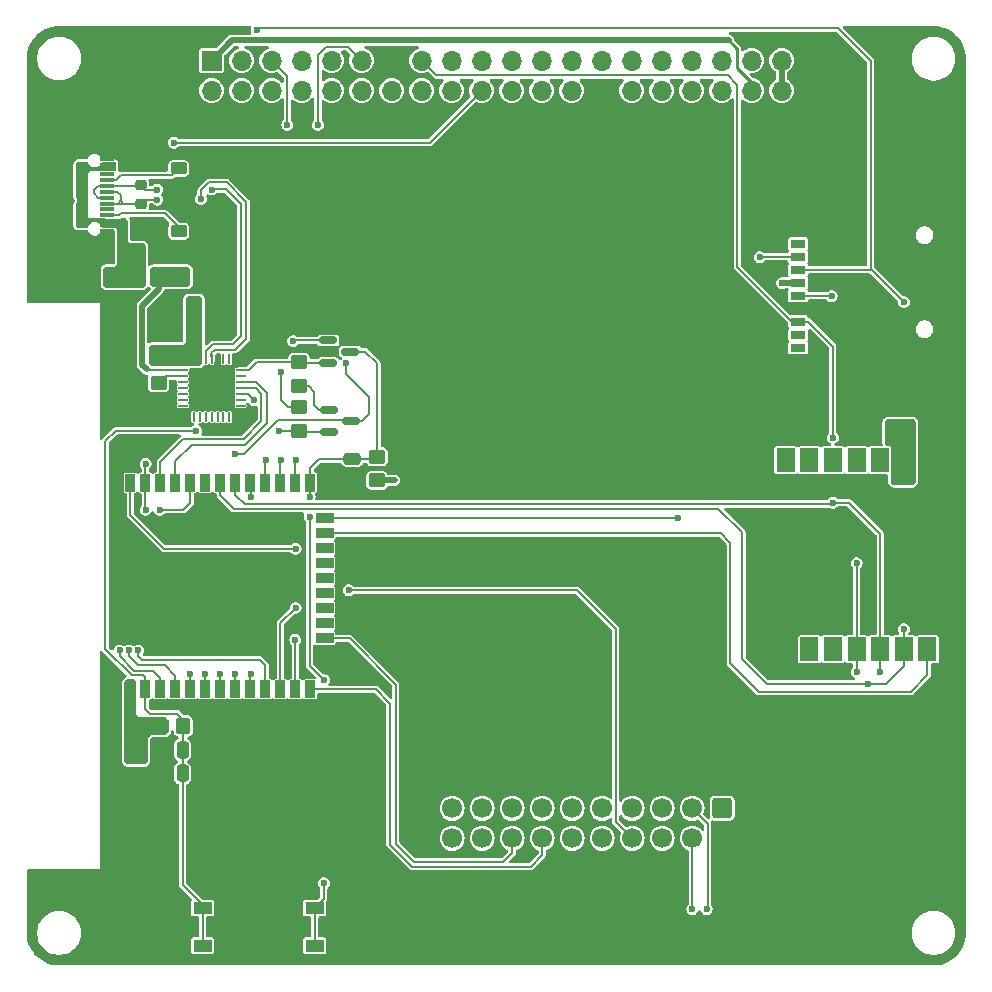
<source format=gtl>
%TF.GenerationSoftware,KiCad,Pcbnew,8.0.6*%
%TF.CreationDate,2024-11-27T19:30:55+03:00*%
%TF.ProjectId,OBCv1,4f424376-312e-46b6-9963-61645f706362,rev?*%
%TF.SameCoordinates,Original*%
%TF.FileFunction,Copper,L1,Top*%
%TF.FilePolarity,Positive*%
%FSLAX46Y46*%
G04 Gerber Fmt 4.6, Leading zero omitted, Abs format (unit mm)*
G04 Created by KiCad (PCBNEW 8.0.6) date 2024-11-27 19:30:55*
%MOMM*%
%LPD*%
G01*
G04 APERTURE LIST*
G04 Aperture macros list*
%AMRoundRect*
0 Rectangle with rounded corners*
0 $1 Rounding radius*
0 $2 $3 $4 $5 $6 $7 $8 $9 X,Y pos of 4 corners*
0 Add a 4 corners polygon primitive as box body*
4,1,4,$2,$3,$4,$5,$6,$7,$8,$9,$2,$3,0*
0 Add four circle primitives for the rounded corners*
1,1,$1+$1,$2,$3*
1,1,$1+$1,$4,$5*
1,1,$1+$1,$6,$7*
1,1,$1+$1,$8,$9*
0 Add four rect primitives between the rounded corners*
20,1,$1+$1,$2,$3,$4,$5,0*
20,1,$1+$1,$4,$5,$6,$7,0*
20,1,$1+$1,$6,$7,$8,$9,0*
20,1,$1+$1,$8,$9,$2,$3,0*%
G04 Aperture macros list end*
%TA.AperFunction,SMDPad,CuDef*%
%ADD10RoundRect,0.250000X0.250000X0.475000X-0.250000X0.475000X-0.250000X-0.475000X0.250000X-0.475000X0*%
%TD*%
%TA.AperFunction,SMDPad,CuDef*%
%ADD11R,1.150000X0.300000*%
%TD*%
%TA.AperFunction,ComponentPad*%
%ADD12O,2.100000X1.000000*%
%TD*%
%TA.AperFunction,ComponentPad*%
%ADD13O,1.600000X1.000000*%
%TD*%
%TA.AperFunction,ComponentPad*%
%ADD14R,1.700000X1.700000*%
%TD*%
%TA.AperFunction,ComponentPad*%
%ADD15O,1.700000X1.700000*%
%TD*%
%TA.AperFunction,SMDPad,CuDef*%
%ADD16RoundRect,0.250000X-0.350000X-0.450000X0.350000X-0.450000X0.350000X0.450000X-0.350000X0.450000X0*%
%TD*%
%TA.AperFunction,SMDPad,CuDef*%
%ADD17RoundRect,0.250000X-0.250000X-0.475000X0.250000X-0.475000X0.250000X0.475000X-0.250000X0.475000X0*%
%TD*%
%TA.AperFunction,SMDPad,CuDef*%
%ADD18R,1.550000X1.000000*%
%TD*%
%TA.AperFunction,SMDPad,CuDef*%
%ADD19RoundRect,0.150000X-0.587500X-0.150000X0.587500X-0.150000X0.587500X0.150000X-0.587500X0.150000X0*%
%TD*%
%TA.AperFunction,SMDPad,CuDef*%
%ADD20RoundRect,0.250000X-0.450000X0.262500X-0.450000X-0.262500X0.450000X-0.262500X0.450000X0.262500X0*%
%TD*%
%TA.AperFunction,SMDPad,CuDef*%
%ADD21RoundRect,0.218750X0.256250X-0.218750X0.256250X0.218750X-0.256250X0.218750X-0.256250X-0.218750X0*%
%TD*%
%TA.AperFunction,SMDPad,CuDef*%
%ADD22R,1.300000X0.700000*%
%TD*%
%TA.AperFunction,SMDPad,CuDef*%
%ADD23R,1.651000X1.447800*%
%TD*%
%TA.AperFunction,SMDPad,CuDef*%
%ADD24R,2.438400X1.447800*%
%TD*%
%TA.AperFunction,SMDPad,CuDef*%
%ADD25R,1.651000X1.854200*%
%TD*%
%TA.AperFunction,ComponentPad*%
%ADD26RoundRect,0.250000X-0.600000X0.600000X-0.600000X-0.600000X0.600000X-0.600000X0.600000X0.600000X0*%
%TD*%
%TA.AperFunction,ComponentPad*%
%ADD27C,1.700000*%
%TD*%
%TA.AperFunction,SMDPad,CuDef*%
%ADD28RoundRect,0.250000X0.450000X-0.350000X0.450000X0.350000X-0.450000X0.350000X-0.450000X-0.350000X0*%
%TD*%
%TA.AperFunction,SMDPad,CuDef*%
%ADD29RoundRect,0.250000X-0.475000X0.250000X-0.475000X-0.250000X0.475000X-0.250000X0.475000X0.250000X0*%
%TD*%
%TA.AperFunction,SMDPad,CuDef*%
%ADD30RoundRect,0.062500X-0.062500X0.337500X-0.062500X-0.337500X0.062500X-0.337500X0.062500X0.337500X0*%
%TD*%
%TA.AperFunction,SMDPad,CuDef*%
%ADD31RoundRect,0.062500X-0.337500X0.062500X-0.337500X-0.062500X0.337500X-0.062500X0.337500X0.062500X0*%
%TD*%
%TA.AperFunction,HeatsinkPad*%
%ADD32R,3.350000X3.350000*%
%TD*%
%TA.AperFunction,SMDPad,CuDef*%
%ADD33RoundRect,0.250000X-0.450000X0.350000X-0.450000X-0.350000X0.450000X-0.350000X0.450000X0.350000X0*%
%TD*%
%TA.AperFunction,SMDPad,CuDef*%
%ADD34RoundRect,0.250000X0.350000X0.450000X-0.350000X0.450000X-0.350000X-0.450000X0.350000X-0.450000X0*%
%TD*%
%TA.AperFunction,SMDPad,CuDef*%
%ADD35R,1.500000X2.000000*%
%TD*%
%TA.AperFunction,SMDPad,CuDef*%
%ADD36R,0.900000X1.500000*%
%TD*%
%TA.AperFunction,SMDPad,CuDef*%
%ADD37R,1.500000X0.900000*%
%TD*%
%TA.AperFunction,SMDPad,CuDef*%
%ADD38R,0.900000X0.900000*%
%TD*%
%TA.AperFunction,HeatsinkPad*%
%ADD39C,0.600000*%
%TD*%
%TA.AperFunction,SMDPad,CuDef*%
%ADD40R,3.800000X3.800000*%
%TD*%
%TA.AperFunction,SMDPad,CuDef*%
%ADD41RoundRect,0.218750X0.218750X0.256250X-0.218750X0.256250X-0.218750X-0.256250X0.218750X-0.256250X0*%
%TD*%
%TA.AperFunction,SMDPad,CuDef*%
%ADD42RoundRect,0.250000X0.450000X-0.262500X0.450000X0.262500X-0.450000X0.262500X-0.450000X-0.262500X0*%
%TD*%
%TA.AperFunction,SMDPad,CuDef*%
%ADD43RoundRect,0.218750X-0.256250X0.218750X-0.256250X-0.218750X0.256250X-0.218750X0.256250X0.218750X0*%
%TD*%
%TA.AperFunction,ViaPad*%
%ADD44C,0.600000*%
%TD*%
%TA.AperFunction,ViaPad*%
%ADD45C,0.500000*%
%TD*%
%TA.AperFunction,Conductor*%
%ADD46C,0.500000*%
%TD*%
%TA.AperFunction,Conductor*%
%ADD47C,0.200000*%
%TD*%
%TA.AperFunction,Conductor*%
%ADD48C,0.250000*%
%TD*%
G04 APERTURE END LIST*
D10*
%TO.P,C5,1*%
%TO.N,/EN*%
X64520259Y-110235491D03*
%TO.P,C5,2*%
%TO.N,GND*%
X62620259Y-110235491D03*
%TD*%
D11*
%TO.P,J2,A1,GND*%
%TO.N,GND*%
X58135259Y-57895491D03*
%TO.P,J2,A4,VBUS*%
%TO.N,+5V_VBUS*%
X58135259Y-58695491D03*
%TO.P,J2,A5,CC1*%
%TO.N,Net-(J2-CC1)*%
X58135259Y-59995491D03*
%TO.P,J2,A6,D+*%
%TO.N,/D+*%
X58135259Y-60995491D03*
%TO.P,J2,A7,D-*%
%TO.N,/D-*%
X58135259Y-61495491D03*
%TO.P,J2,A8,SBU1*%
%TO.N,unconnected-(J2-SBU1-PadA8)*%
X58135259Y-62495491D03*
%TO.P,J2,A9,VBUS*%
%TO.N,+5V_VBUS*%
X58135259Y-63795491D03*
%TO.P,J2,A12,GND*%
%TO.N,GND*%
X58135259Y-64595491D03*
%TO.P,J2,B1,GND*%
X58135259Y-64295491D03*
%TO.P,J2,B4,VBUS*%
%TO.N,+5V_VBUS*%
X58135259Y-63495491D03*
%TO.P,J2,B5,CC2*%
%TO.N,Net-(J2-CC2)*%
X58135259Y-62995491D03*
%TO.P,J2,B6,D+*%
%TO.N,/D+*%
X58135259Y-61995491D03*
%TO.P,J2,B7,D-*%
%TO.N,/D-*%
X58135259Y-60495491D03*
%TO.P,J2,B8,SBU2*%
%TO.N,unconnected-(J2-SBU2-PadB8)*%
X58135259Y-59495491D03*
%TO.P,J2,B9,VBUS*%
%TO.N,+5V_VBUS*%
X58135259Y-58995491D03*
%TO.P,J2,B12,GND*%
%TO.N,GND*%
X58135259Y-58195491D03*
D12*
%TO.P,J2,S1,SHIELD*%
X57570259Y-56925491D03*
D13*
X53390259Y-56925491D03*
D12*
X57570259Y-65565491D03*
D13*
X53390259Y-65565491D03*
%TD*%
D14*
%TO.P,J1,1,Pin_1*%
%TO.N,+5V*%
X66970259Y-49885491D03*
D15*
%TO.P,J1,2,Pin_2*%
%TO.N,+3.3V*%
X66970259Y-52425491D03*
%TO.P,J1,3,Pin_3*%
%TO.N,/MOSI*%
X69510259Y-49885491D03*
%TO.P,J1,4,Pin_4*%
%TO.N,/EN*%
X69510259Y-52425491D03*
%TO.P,J1,5,Pin_5*%
%TO.N,/SCL*%
X72050259Y-49885491D03*
%TO.P,J1,6,Pin_6*%
%TO.N,/ANA1*%
X72050259Y-52425491D03*
%TO.P,J1,7,Pin_7*%
%TO.N,unconnected-(J1-Pin_7-Pad7)*%
X74590259Y-49885491D03*
%TO.P,J1,8,Pin_8*%
%TO.N,/ANA3*%
X74590259Y-52425491D03*
%TO.P,J1,9,Pin_9*%
%TO.N,unconnected-(J1-Pin_9-Pad9)*%
X77130259Y-49885491D03*
%TO.P,J1,10,Pin_10*%
%TO.N,/UV*%
X77130259Y-52425491D03*
%TO.P,J1,11,Pin_11*%
%TO.N,/SDA*%
X79670259Y-49885491D03*
%TO.P,J1,12,Pin_12*%
%TO.N,unconnected-(J1-Pin_12-Pad12)*%
X79670259Y-52425491D03*
%TO.P,J1,13,Pin_13*%
%TO.N,GND*%
X82210259Y-49885491D03*
%TO.P,J1,14,Pin_14*%
%TO.N,unconnected-(J1-Pin_14-Pad14)*%
X82210259Y-52425491D03*
%TO.P,J1,15,Pin_15*%
%TO.N,/MISO*%
X84750259Y-49885491D03*
%TO.P,J1,16,Pin_16*%
%TO.N,unconnected-(J1-Pin_16-Pad16)*%
X84750259Y-52425491D03*
%TO.P,J1,17,Pin_17*%
%TO.N,/SCK*%
X87290259Y-49885491D03*
%TO.P,J1,18,Pin_18*%
%TO.N,unconnected-(J1-Pin_18-Pad18)*%
X87290259Y-52425491D03*
%TO.P,J1,19,Pin_19*%
%TO.N,unconnected-(J1-Pin_19-Pad19)*%
X89830259Y-49885491D03*
%TO.P,J1,20,Pin_20*%
%TO.N,/ANA2*%
X89830259Y-52425491D03*
%TO.P,J1,21,Pin_21*%
%TO.N,/TXD*%
X92370259Y-49885491D03*
%TO.P,J1,22,Pin_22*%
%TO.N,unconnected-(J1-Pin_22-Pad22)*%
X92370259Y-52425491D03*
%TO.P,J1,23,Pin_23*%
%TO.N,/RXD*%
X94910259Y-49885491D03*
%TO.P,J1,24,Pin_24*%
%TO.N,unconnected-(J1-Pin_24-Pad24)*%
X94910259Y-52425491D03*
%TO.P,J1,25,Pin_25*%
%TO.N,/DHT*%
X97450259Y-49885491D03*
%TO.P,J1,26,Pin_26*%
%TO.N,unconnected-(J1-Pin_26-Pad26)*%
X97450259Y-52425491D03*
%TO.P,J1,27,Pin_27*%
%TO.N,unconnected-(J1-Pin_27-Pad27)*%
X99990259Y-49885491D03*
%TO.P,J1,28,Pin_28*%
%TO.N,GND*%
X99990259Y-52425491D03*
%TO.P,J1,29,Pin_29*%
%TO.N,unconnected-(J1-Pin_29-Pad29)*%
X102530259Y-49885491D03*
%TO.P,J1,30,Pin_30*%
%TO.N,unconnected-(J1-Pin_30-Pad30)*%
X102530259Y-52425491D03*
%TO.P,J1,31,Pin_31*%
%TO.N,unconnected-(J1-Pin_31-Pad31)*%
X105070259Y-49885491D03*
%TO.P,J1,32,Pin_32*%
%TO.N,unconnected-(J1-Pin_32-Pad32)*%
X105070259Y-52425491D03*
%TO.P,J1,33,Pin_33*%
%TO.N,unconnected-(J1-Pin_33-Pad33)*%
X107610259Y-49885491D03*
%TO.P,J1,34,Pin_34*%
%TO.N,unconnected-(J1-Pin_34-Pad34)*%
X107610259Y-52425491D03*
%TO.P,J1,35,Pin_35*%
%TO.N,unconnected-(J1-Pin_35-Pad35)*%
X110150259Y-49885491D03*
%TO.P,J1,36,Pin_36*%
%TO.N,unconnected-(J1-Pin_36-Pad36)*%
X110150259Y-52425491D03*
%TO.P,J1,37,Pin_37*%
%TO.N,unconnected-(J1-Pin_37-Pad37)*%
X112690259Y-49885491D03*
%TO.P,J1,38,Pin_38*%
%TO.N,+5V*%
X112690259Y-52425491D03*
%TO.P,J1,39,Pin_39*%
%TO.N,+BATT*%
X115230259Y-49885491D03*
%TO.P,J1,40,Pin_40*%
X115230259Y-52425491D03*
%TD*%
D16*
%TO.P,R3,1*%
%TO.N,+5V_VBUS*%
X60470259Y-68235491D03*
%TO.P,R3,2*%
%TO.N,Net-(U2-VBUS)*%
X62470259Y-68235491D03*
%TD*%
D17*
%TO.P,C4,1*%
%TO.N,+3.3V*%
X65420259Y-70605491D03*
%TO.P,C4,2*%
%TO.N,GND*%
X67320259Y-70605491D03*
%TD*%
D18*
%TO.P,S1,1,1*%
%TO.N,/EN*%
X66195259Y-124835491D03*
%TO.P,S1,2,2*%
X66195259Y-121635491D03*
%TO.P,S1,3,3*%
%TO.N,GND*%
X60945259Y-121635491D03*
%TO.P,S1,4,4*%
X60945259Y-124835491D03*
%TD*%
D10*
%TO.P,C7,1*%
%TO.N,/EN*%
X64520259Y-108235491D03*
%TO.P,C7,2*%
%TO.N,GND*%
X62620259Y-108235491D03*
%TD*%
D19*
%TO.P,Q1,1,B*%
%TO.N,Net-(Q1-B)*%
X76870259Y-79435491D03*
%TO.P,Q1,2,E*%
%TO.N,/RTS*%
X76870259Y-81335491D03*
%TO.P,Q1,3,C*%
%TO.N,/EN*%
X78745259Y-80385491D03*
%TD*%
D20*
%TO.P,R2,1*%
%TO.N,GND*%
X64170259Y-62522991D03*
%TO.P,R2,2*%
%TO.N,Net-(J2-CC2)*%
X64170259Y-64347991D03*
%TD*%
D21*
%TO.P,D3,1,A1*%
%TO.N,GND*%
X60970259Y-63622991D03*
%TO.P,D3,2,A2*%
%TO.N,/D+*%
X60970259Y-62047991D03*
%TD*%
D22*
%TO.P,MICRO_SD1,1,DAT2*%
%TO.N,unconnected-(MICRO_SD1-DAT2-Pad1)*%
X116621459Y-65405691D03*
%TO.P,MICRO_SD1,2,CD/DAT3*%
%TO.N,/CS_SD*%
X116621459Y-66505691D03*
%TO.P,MICRO_SD1,3,CMD*%
%TO.N,/MOSI*%
X116621459Y-67605691D03*
%TO.P,MICRO_SD1,4,VDD*%
%TO.N,+3.3V*%
X116621459Y-68705691D03*
%TO.P,MICRO_SD1,5,CLK*%
%TO.N,/SCK*%
X116621459Y-69805691D03*
%TO.P,MICRO_SD1,6,VSS*%
%TO.N,GND*%
X116621459Y-70905691D03*
%TO.P,MICRO_SD1,7,DAT0*%
%TO.N,/MISO*%
X116621459Y-72005691D03*
%TO.P,MICRO_SD1,8,DAT1*%
%TO.N,unconnected-(MICRO_SD1-DAT1-Pad8)*%
X116621459Y-73105691D03*
%TO.P,MICRO_SD1,CD1,CD*%
%TO.N,unconnected-(MICRO_SD1-CD-PadCD1)*%
X116621459Y-74205691D03*
D23*
%TO.P,MICRO_SD1,MP1,SHIELD*%
%TO.N,GND*%
X117395259Y-75624091D03*
D24*
%TO.P,MICRO_SD1,MP2,SHIELD*%
X127095259Y-75624091D03*
%TO.P,MICRO_SD1,MP3,SHIELD*%
X127095259Y-59799291D03*
D25*
%TO.P,MICRO_SD1,MP4,SHIELD*%
X117395259Y-60574291D03*
%TD*%
D26*
%TO.P,J3,1,VCC*%
%TO.N,+3.3V*%
X110190259Y-113195491D03*
D27*
%TO.P,J3,2,GND*%
%TO.N,GND*%
X110190259Y-115735491D03*
%TO.P,J3,3,SIOC*%
%TO.N,/SCL*%
X107650259Y-113195491D03*
%TO.P,J3,4,SIOD*%
%TO.N,/SDA*%
X107650259Y-115735491D03*
%TO.P,J3,5,VSYNC*%
%TO.N,/VSYNC*%
X105110259Y-113195491D03*
%TO.P,J3,6,HREF*%
%TO.N,/SCK*%
X105110259Y-115735491D03*
%TO.P,J3,7,PCLK*%
%TO.N,/PCLK*%
X102570259Y-113195491D03*
%TO.P,J3,8,XCLK*%
%TO.N,/XCLK*%
X102570259Y-115735491D03*
%TO.P,J3,9,D7*%
%TO.N,/D7*%
X100030259Y-113195491D03*
%TO.P,J3,10,D6*%
%TO.N,/MOSI*%
X100030259Y-115735491D03*
%TO.P,J3,11,D5*%
%TO.N,/D5*%
X97490259Y-113195491D03*
%TO.P,J3,12,D4*%
%TO.N,/MISO*%
X97490259Y-115735491D03*
%TO.P,J3,13,D3*%
%TO.N,/D3*%
X94950259Y-113195491D03*
%TO.P,J3,14,D2*%
%TO.N,/D2*%
X94950259Y-115735491D03*
%TO.P,J3,15,D1*%
%TO.N,/D1*%
X92410259Y-113195491D03*
%TO.P,J3,16,D0*%
%TO.N,/D0*%
X92410259Y-115735491D03*
%TO.P,J3,17,RESET*%
%TO.N,unconnected-(J3-RESET-Pad17)*%
X89870259Y-113195491D03*
%TO.P,J3,18,PWDN*%
%TO.N,unconnected-(J3-PWDN-Pad18)*%
X89870259Y-115735491D03*
%TO.P,J3,19,NC*%
%TO.N,unconnected-(J3-NC-Pad19)*%
X87330259Y-113195491D03*
%TO.P,J3,20,NC*%
%TO.N,unconnected-(J3-NC-Pad20)*%
X87330259Y-115735491D03*
%TD*%
D28*
%TO.P,R7,1*%
%TO.N,/RTS*%
X74370259Y-81235491D03*
%TO.P,R7,2*%
%TO.N,Net-(Q2-B)*%
X74370259Y-79235491D03*
%TD*%
D29*
%TO.P,C6,1*%
%TO.N,/IO0_BTN*%
X78870259Y-83585491D03*
%TO.P,C6,2*%
%TO.N,GND*%
X78870259Y-85485491D03*
%TD*%
D10*
%TO.P,C9,1*%
%TO.N,+3.3V*%
X60520259Y-108235491D03*
%TO.P,C9,2*%
%TO.N,GND*%
X58620259Y-108235491D03*
%TD*%
D30*
%TO.P,U2,1,~{DCD}*%
%TO.N,unconnected-(U2-~{DCD}-Pad1)*%
X68470259Y-75165491D03*
%TO.P,U2,2,~{RI}/CLK*%
%TO.N,unconnected-(U2-~{RI}{slash}CLK-Pad2)*%
X67970259Y-75165491D03*
%TO.P,U2,3,GND*%
%TO.N,GND*%
X67470259Y-75165491D03*
%TO.P,U2,4,D+*%
%TO.N,/D+*%
X66970259Y-75165491D03*
%TO.P,U2,5,D-*%
%TO.N,/D-*%
X66470259Y-75165491D03*
%TO.P,U2,6,VDD*%
%TO.N,+3.3V*%
X65970259Y-75165491D03*
%TO.P,U2,7,VREGIN*%
X65470259Y-75165491D03*
D31*
%TO.P,U2,8,VBUS*%
%TO.N,Net-(U2-VBUS)*%
X64520259Y-76115491D03*
%TO.P,U2,9,~{RST}*%
%TO.N,Net-(U2-~{RST})*%
X64520259Y-76615491D03*
%TO.P,U2,10,NC*%
%TO.N,unconnected-(U2-NC-Pad10)*%
X64520259Y-77115491D03*
%TO.P,U2,11,~{SUSPEND}*%
%TO.N,unconnected-(U2-~{SUSPEND}-Pad11)*%
X64520259Y-77615491D03*
%TO.P,U2,12,SUSPEND*%
%TO.N,unconnected-(U2-SUSPEND-Pad12)*%
X64520259Y-78115491D03*
%TO.P,U2,13,CHREN*%
%TO.N,unconnected-(U2-CHREN-Pad13)*%
X64520259Y-78615491D03*
%TO.P,U2,14,CHR1*%
%TO.N,unconnected-(U2-CHR1-Pad14)*%
X64520259Y-79115491D03*
D30*
%TO.P,U2,15,CHR0*%
%TO.N,unconnected-(U2-CHR0-Pad15)*%
X65470259Y-80065491D03*
%TO.P,U2,16,~{WAKEUP}/GPIO.3*%
%TO.N,unconnected-(U2-~{WAKEUP}{slash}GPIO.3-Pad16)*%
X65970259Y-80065491D03*
%TO.P,U2,17,RS485/GPIO.2*%
%TO.N,unconnected-(U2-RS485{slash}GPIO.2-Pad17)*%
X66470259Y-80065491D03*
%TO.P,U2,18,~{RXT}/GPIO.1*%
%TO.N,unconnected-(U2-~{RXT}{slash}GPIO.1-Pad18)*%
X66970259Y-80065491D03*
%TO.P,U2,19,~{TXT}/GPIO.0*%
%TO.N,unconnected-(U2-~{TXT}{slash}GPIO.0-Pad19)*%
X67470259Y-80065491D03*
%TO.P,U2,20,GPIO.6*%
%TO.N,unconnected-(U2-GPIO.6-Pad20)*%
X67970259Y-80065491D03*
%TO.P,U2,21,GPIO.5*%
%TO.N,unconnected-(U2-GPIO.5-Pad21)*%
X68470259Y-80065491D03*
D31*
%TO.P,U2,22,GPIO.4*%
%TO.N,unconnected-(U2-GPIO.4-Pad22)*%
X69420259Y-79115491D03*
%TO.P,U2,23,~{CTS}*%
%TO.N,unconnected-(U2-~{CTS}-Pad23)*%
X69420259Y-78615491D03*
%TO.P,U2,24,~{RTS}*%
%TO.N,/RTS*%
X69420259Y-78115491D03*
%TO.P,U2,25,RXD*%
%TO.N,Net-(U1-TXD0{slash}IO1)*%
X69420259Y-77615491D03*
%TO.P,U2,26,TXD*%
%TO.N,Net-(U1-RXD0{slash}IO3)*%
X69420259Y-77115491D03*
%TO.P,U2,27,~{DSR}*%
%TO.N,unconnected-(U2-~{DSR}-Pad27)*%
X69420259Y-76615491D03*
%TO.P,U2,28,~{DTR}*%
%TO.N,/DTR*%
X69420259Y-76115491D03*
D32*
%TO.P,U2,29,GND*%
%TO.N,GND*%
X66970259Y-77615491D03*
%TD*%
D33*
%TO.P,R9,1*%
%TO.N,/IO0_BTN*%
X80970259Y-83435491D03*
%TO.P,R9,2*%
%TO.N,+3.3V*%
X80970259Y-85435491D03*
%TD*%
D10*
%TO.P,C8,1*%
%TO.N,+3.3V*%
X60520259Y-106235491D03*
%TO.P,C8,2*%
%TO.N,GND*%
X58620259Y-106235491D03*
%TD*%
D16*
%TO.P,R4,1*%
%TO.N,Net-(U2-VBUS)*%
X64470259Y-68235491D03*
%TO.P,R4,2*%
%TO.N,GND*%
X66470259Y-68235491D03*
%TD*%
D34*
%TO.P,R8,1*%
%TO.N,/EN*%
X64570259Y-106235491D03*
%TO.P,R8,2*%
%TO.N,+3.3V*%
X62570259Y-106235491D03*
%TD*%
D17*
%TO.P,C2,1*%
%TO.N,+3.3V*%
X125620259Y-81235491D03*
%TO.P,C2,2*%
%TO.N,GND*%
X127520259Y-81235491D03*
%TD*%
%TO.P,C3,1*%
%TO.N,+3.3V*%
X65420259Y-72735491D03*
%TO.P,C3,2*%
%TO.N,GND*%
X67320259Y-72735491D03*
%TD*%
D35*
%TO.P,U3,1,GND*%
%TO.N,GND*%
X129570259Y-83735491D03*
%TO.P,U3,2,GND*%
X127570259Y-83735491D03*
%TO.P,U3,3,VDD*%
%TO.N,+3.3V*%
X125570259Y-83735491D03*
%TO.P,U3,4,~{RESET}*%
%TO.N,unconnected-(U3-~{RESET}-Pad4)*%
X123570259Y-83735491D03*
%TO.P,U3,5,DIO0*%
%TO.N,unconnected-(U3-DIO0-Pad5)*%
X121570259Y-83735491D03*
%TO.P,U3,6,DIO1*%
%TO.N,unconnected-(U3-DIO1-Pad6)*%
X119570259Y-83735491D03*
%TO.P,U3,7,DIO2*%
%TO.N,unconnected-(U3-DIO2-Pad7)*%
X117570259Y-83735491D03*
%TO.P,U3,8,DIO3*%
%TO.N,unconnected-(U3-DIO3-Pad8)*%
X115570259Y-83735491D03*
%TO.P,U3,9,GND*%
%TO.N,GND*%
X115570259Y-99735491D03*
%TO.P,U3,10,DIO4*%
%TO.N,unconnected-(U3-DIO4-Pad10)*%
X117570259Y-99735491D03*
%TO.P,U3,11,DIO5*%
%TO.N,unconnected-(U3-DIO5-Pad11)*%
X119570259Y-99735491D03*
%TO.P,U3,12,SCK*%
%TO.N,/SCK*%
X121570259Y-99735491D03*
%TO.P,U3,13,MISO*%
%TO.N,/MISO*%
X123570259Y-99735491D03*
%TO.P,U3,14,MOSI*%
%TO.N,/MOSI*%
X125570259Y-99735491D03*
%TO.P,U3,15,~{NSS}*%
%TO.N,/CS_LM*%
X127570259Y-99735491D03*
%TO.P,U3,16,GND*%
%TO.N,GND*%
X129570259Y-99735491D03*
%TD*%
D33*
%TO.P,R6,1*%
%TO.N,/DTR*%
X74370259Y-75435491D03*
%TO.P,R6,2*%
%TO.N,Net-(Q1-B)*%
X74370259Y-77435491D03*
%TD*%
D36*
%TO.P,U1,1,GND*%
%TO.N,GND*%
X58810259Y-103125491D03*
%TO.P,U1,2,VDD*%
%TO.N,+3.3V*%
X60080259Y-103125491D03*
%TO.P,U1,3,EN*%
%TO.N,/EN*%
X61350259Y-103125491D03*
%TO.P,U1,4,SENSOR_VP*%
%TO.N,/ANA1*%
X62620259Y-103125491D03*
%TO.P,U1,5,SENSOR_VN*%
%TO.N,/ANA3*%
X63890259Y-103125491D03*
%TO.P,U1,6,IO34*%
%TO.N,/UV*%
X65160259Y-103125491D03*
%TO.P,U1,7,IO35*%
%TO.N,/D7*%
X66430259Y-103125491D03*
%TO.P,U1,8,IO32*%
%TO.N,/D5*%
X67700259Y-103125491D03*
%TO.P,U1,9,IO33*%
%TO.N,/D3*%
X68970259Y-103125491D03*
%TO.P,U1,10,IO25*%
%TO.N,/D1*%
X70240259Y-103125491D03*
%TO.P,U1,11,IO26*%
%TO.N,/ANA2*%
X71510259Y-103125491D03*
%TO.P,U1,12,IO27*%
%TO.N,/VSYNC*%
X72780259Y-103125491D03*
%TO.P,U1,13,IO14*%
%TO.N,/PCLK*%
X74050259Y-103125491D03*
%TO.P,U1,14,IO12*%
%TO.N,/D2*%
X75320259Y-103125491D03*
D37*
%TO.P,U1,15,GND*%
%TO.N,GND*%
X76570259Y-100085491D03*
%TO.P,U1,16,IO13*%
%TO.N,/D0*%
X76570259Y-98815491D03*
%TO.P,U1,17,NC*%
%TO.N,unconnected-(U1-NC-Pad17)*%
X76570259Y-97545491D03*
%TO.P,U1,18,NC*%
%TO.N,unconnected-(U1-NC-Pad18)*%
X76570259Y-96275491D03*
%TO.P,U1,19,NC*%
%TO.N,unconnected-(U1-NC-Pad19)*%
X76570259Y-95005491D03*
%TO.P,U1,20,NC*%
%TO.N,unconnected-(U1-NC-Pad20)*%
X76570259Y-93735491D03*
%TO.P,U1,21,NC*%
%TO.N,unconnected-(U1-NC-Pad21)*%
X76570259Y-92465491D03*
%TO.P,U1,22,NC*%
%TO.N,unconnected-(U1-NC-Pad22)*%
X76570259Y-91195491D03*
%TO.P,U1,23,IO15*%
%TO.N,/CS_LM*%
X76570259Y-89925491D03*
%TO.P,U1,24,IO2*%
%TO.N,/CS_SD*%
X76570259Y-88655491D03*
D36*
%TO.P,U1,25,IO0*%
%TO.N,/IO0_BTN*%
X75320259Y-85625491D03*
%TO.P,U1,26,IO4*%
%TO.N,/DHT*%
X74050259Y-85625491D03*
%TO.P,U1,27,IO16*%
%TO.N,/RXD*%
X72780259Y-85625491D03*
%TO.P,U1,28,IO17*%
%TO.N,/TXD*%
X71510259Y-85625491D03*
%TO.P,U1,29,IO5*%
%TO.N,/XCLK*%
X70240259Y-85625491D03*
%TO.P,U1,30,IO18*%
%TO.N,/MISO*%
X68970259Y-85625491D03*
%TO.P,U1,31,IO19*%
%TO.N,/MOSI*%
X67700259Y-85625491D03*
%TO.P,U1,32,NC*%
%TO.N,unconnected-(U1-NC-Pad32)*%
X66430259Y-85625491D03*
%TO.P,U1,33,IO21*%
%TO.N,/SDA*%
X65160259Y-85625491D03*
%TO.P,U1,34,RXD0/IO3*%
%TO.N,Net-(U1-RXD0{slash}IO3)*%
X63890259Y-85625491D03*
%TO.P,U1,35,TXD0/IO1*%
%TO.N,Net-(U1-TXD0{slash}IO1)*%
X62620259Y-85625491D03*
%TO.P,U1,36,IO22*%
%TO.N,/SCL*%
X61350259Y-85625491D03*
%TO.P,U1,37,IO23*%
%TO.N,/SCK*%
X60080259Y-85625491D03*
%TO.P,U1,38,GND*%
%TO.N,GND*%
X58810259Y-85625491D03*
D38*
%TO.P,U1,39,GND*%
X65130259Y-97275491D03*
D39*
X65830259Y-97275491D03*
D38*
X66530259Y-97275491D03*
D39*
X67230259Y-97275491D03*
D38*
X67930259Y-97275491D03*
D39*
X65130259Y-96575491D03*
X66530259Y-96575491D03*
X67930259Y-96575491D03*
X65830259Y-95900491D03*
X67230259Y-95900491D03*
D38*
X65130259Y-95875491D03*
X66530259Y-95875491D03*
D40*
X66530259Y-95875491D03*
D38*
X67930259Y-95875491D03*
D39*
X65130259Y-95175491D03*
X66530259Y-95175491D03*
X67930259Y-95175491D03*
D38*
X65130259Y-94475491D03*
D39*
X65830259Y-94475491D03*
D38*
X66530259Y-94475491D03*
D39*
X67230259Y-94475491D03*
D38*
X67930259Y-94475491D03*
%TD*%
D41*
%TO.P,D1,1,A1*%
%TO.N,GND*%
X62057759Y-66335491D03*
%TO.P,D1,2,A2*%
%TO.N,+5V_VBUS*%
X60482759Y-66335491D03*
%TD*%
D33*
%TO.P,R5,1*%
%TO.N,+3.3V*%
X62470259Y-75165491D03*
%TO.P,R5,2*%
%TO.N,Net-(U2-~{RST})*%
X62470259Y-77165491D03*
%TD*%
D19*
%TO.P,Q2,1,B*%
%TO.N,Net-(Q2-B)*%
X76832759Y-73585491D03*
%TO.P,Q2,2,E*%
%TO.N,/DTR*%
X76832759Y-75485491D03*
%TO.P,Q2,3,C*%
%TO.N,/IO0_BTN*%
X78707759Y-74535491D03*
%TD*%
D10*
%TO.P,C1,1*%
%TO.N,+5V_VBUS*%
X58620259Y-68235491D03*
%TO.P,C1,2*%
%TO.N,GND*%
X56720259Y-68235491D03*
%TD*%
D42*
%TO.P,R1,1*%
%TO.N,GND*%
X64170259Y-60847991D03*
%TO.P,R1,2*%
%TO.N,Net-(J2-CC1)*%
X64170259Y-59022991D03*
%TD*%
D18*
%TO.P,S2,1,1*%
%TO.N,/IO0_BTN*%
X75695259Y-124835491D03*
%TO.P,S2,2,2*%
X75695259Y-121635491D03*
%TO.P,S2,3,3*%
%TO.N,GND*%
X70445259Y-121635491D03*
%TO.P,S2,4,4*%
X70445259Y-124835491D03*
%TD*%
D43*
%TO.P,D2,1,A1*%
%TO.N,GND*%
X60970259Y-58847991D03*
%TO.P,D2,2,A2*%
%TO.N,/D-*%
X60970259Y-60422991D03*
%TD*%
D44*
%TO.N,GND*%
X120070259Y-124735491D03*
D45*
X117070259Y-97535491D03*
D44*
X95070259Y-71735491D03*
X123070259Y-75735491D03*
X72870259Y-96235491D03*
X121070259Y-89735491D03*
X103070259Y-71735491D03*
X127070259Y-87735491D03*
X66070259Y-110735491D03*
X116070259Y-104735491D03*
X117070259Y-49735491D03*
X107070259Y-59735491D03*
X78070259Y-114735491D03*
X125070259Y-49735491D03*
X61070259Y-51735491D03*
X126770259Y-70335491D03*
X110170259Y-121735491D03*
X73070259Y-65735491D03*
X118070259Y-114735491D03*
X129070259Y-77735491D03*
X89070259Y-73735491D03*
X105070259Y-61735491D03*
X113070259Y-85735491D03*
X72070259Y-88735491D03*
X86070259Y-110735491D03*
X56070259Y-124735491D03*
X83070259Y-59735491D03*
X93070259Y-61735491D03*
X96070259Y-92735491D03*
D45*
X118570259Y-92635491D03*
D44*
X115070259Y-59735491D03*
X105070259Y-73735491D03*
X68070259Y-112735491D03*
X62470259Y-56835491D03*
X103070259Y-75735491D03*
X109070259Y-85735491D03*
X122670259Y-92435491D03*
X104070259Y-108735491D03*
X105070259Y-65735491D03*
X115070259Y-79735491D03*
X66070259Y-98735491D03*
D45*
X112770259Y-99535491D03*
D44*
X97070259Y-69735491D03*
X118070259Y-106735491D03*
X93070259Y-65735491D03*
X80070259Y-124735491D03*
X110070259Y-110735491D03*
X101070259Y-65735491D03*
X84070259Y-104735491D03*
X90070259Y-110735491D03*
X129070259Y-81735491D03*
X80070259Y-108735491D03*
X75070259Y-119535491D03*
X87070259Y-75735491D03*
X72070259Y-108735491D03*
X96070259Y-108735491D03*
X121070259Y-85735491D03*
D45*
X112970259Y-92635491D03*
D44*
X74070259Y-97735491D03*
X101070259Y-73735491D03*
X120070259Y-104735491D03*
X97070259Y-77735491D03*
X78070259Y-102335491D03*
X112070259Y-124735491D03*
X109070259Y-81735491D03*
X107070259Y-83735491D03*
X73070259Y-69735491D03*
X105070259Y-81735491D03*
X59070259Y-53735491D03*
X72070259Y-124735491D03*
X90070259Y-106735491D03*
X117070259Y-77735491D03*
X72070259Y-104735491D03*
X111070259Y-71735491D03*
X68070259Y-108735491D03*
X103070259Y-83735491D03*
X127070259Y-79735491D03*
X84070259Y-92735491D03*
X71070259Y-67735491D03*
X80070259Y-116735491D03*
X114070259Y-114735491D03*
X92070259Y-124735491D03*
X72070259Y-92735491D03*
X99070259Y-71735491D03*
X123070259Y-71735491D03*
X85070259Y-77735491D03*
X57070259Y-55735491D03*
X109070259Y-73735491D03*
X124070259Y-124735491D03*
X70070259Y-98735491D03*
X94070259Y-110735491D03*
X128070259Y-120735491D03*
X113070259Y-73735491D03*
X79070259Y-55735491D03*
X60070259Y-116735491D03*
X81070259Y-65735491D03*
X128070259Y-104735491D03*
D45*
X117070259Y-94435491D03*
D44*
X129070259Y-57735491D03*
X126070259Y-122735491D03*
X86070259Y-106735491D03*
X74070259Y-106735491D03*
X90070259Y-102735491D03*
X75070259Y-67735491D03*
X95070259Y-83735491D03*
X103070259Y-79735491D03*
X122070259Y-122735491D03*
X79070259Y-67735491D03*
X110070259Y-98735491D03*
X61970259Y-88935491D03*
X56070259Y-120735491D03*
X120370259Y-101635491D03*
X121070259Y-57735491D03*
X79070259Y-63735491D03*
X112070259Y-108735491D03*
X99070259Y-83735491D03*
X121070259Y-69835491D03*
X80070259Y-120735491D03*
X85070259Y-85735491D03*
X66070259Y-106735491D03*
X96070259Y-124735491D03*
X126070259Y-118735491D03*
X106070259Y-94735491D03*
X113070259Y-61735491D03*
X75070259Y-59735491D03*
X101070259Y-69735491D03*
D45*
X115370259Y-92635491D03*
D44*
X79070259Y-71735491D03*
X121070259Y-49735491D03*
X58070259Y-110735491D03*
X85070259Y-61735491D03*
X87070259Y-71735491D03*
X109070259Y-65735491D03*
X112070259Y-104735491D03*
X130070259Y-118735491D03*
X103070259Y-67735491D03*
X82070259Y-98735491D03*
X68070259Y-92735491D03*
X91070259Y-71735491D03*
X85070259Y-65735491D03*
X71970259Y-74635491D03*
X80070259Y-104735491D03*
X106070259Y-102735491D03*
X108070259Y-104735491D03*
X95070259Y-79735491D03*
X91070259Y-79735491D03*
X72070259Y-120735491D03*
X100070259Y-124735491D03*
X125070259Y-57735491D03*
X101070259Y-85735491D03*
X80070259Y-92735491D03*
X97070259Y-81735491D03*
X128070259Y-112735491D03*
X93070259Y-81735491D03*
X71070259Y-59735491D03*
D45*
X112770259Y-90135491D03*
D44*
X72070259Y-112735491D03*
X113970259Y-51135491D03*
X84070259Y-120735491D03*
X95070259Y-55735491D03*
X99070259Y-63735491D03*
X130070259Y-102735491D03*
X106070259Y-106735491D03*
X103070259Y-59735491D03*
X129070259Y-97735491D03*
X99070259Y-67735491D03*
X109070259Y-57735491D03*
X71070259Y-71735491D03*
X121070259Y-65735491D03*
X126070259Y-114735491D03*
X108070259Y-108735491D03*
X125070259Y-61735491D03*
X68070259Y-88735491D03*
X97070259Y-57735491D03*
X55070259Y-61735491D03*
X78070259Y-110735491D03*
X86070259Y-118735491D03*
X59070259Y-49735491D03*
X129070259Y-61735491D03*
X93070259Y-85735491D03*
X83070259Y-55735491D03*
X96070259Y-104735491D03*
X93070259Y-57735491D03*
X121070259Y-77735491D03*
X68070259Y-120735491D03*
X94070259Y-106735491D03*
X69070259Y-57735491D03*
X102070259Y-98735491D03*
X66070259Y-118735491D03*
X74070259Y-110735491D03*
X101070259Y-61735491D03*
X86070259Y-102735491D03*
X110070259Y-94735491D03*
X75070259Y-56135491D03*
X111070259Y-75735491D03*
X114070259Y-110735491D03*
X95070259Y-59735491D03*
X115070259Y-75735491D03*
X74070259Y-90235491D03*
X129070259Y-93735491D03*
X58070259Y-70735491D03*
X69570259Y-47335491D03*
X130070259Y-110735491D03*
X92070259Y-92735491D03*
X68070259Y-124735491D03*
X107070259Y-79735491D03*
X106370259Y-121735491D03*
X83070259Y-63735491D03*
X58070259Y-78735491D03*
X127070259Y-91735491D03*
X84070259Y-124735491D03*
X95070259Y-63735491D03*
X87070259Y-63735491D03*
X110070259Y-102735491D03*
X118070259Y-110735491D03*
X108070259Y-96735491D03*
X90070259Y-118735491D03*
X63070259Y-53735491D03*
X88070259Y-120735491D03*
X55070259Y-65735491D03*
X129070259Y-85735491D03*
X109070259Y-77735491D03*
X60070259Y-112735491D03*
X89070259Y-61735491D03*
X107070259Y-75735491D03*
X55070259Y-57735491D03*
X53070259Y-59735491D03*
X111070259Y-79735491D03*
X107070259Y-71735491D03*
D45*
X118970259Y-101735491D03*
D44*
X88070259Y-92735491D03*
X97070259Y-73735491D03*
X97070259Y-61735491D03*
X84070259Y-108735491D03*
X110070259Y-106735491D03*
X58070259Y-114735491D03*
X105070259Y-69735491D03*
X72070259Y-116735491D03*
X101070259Y-57735491D03*
X106070259Y-98735491D03*
X112070259Y-112735491D03*
D45*
X115170259Y-95835491D03*
D44*
X112070259Y-116735491D03*
X89070259Y-81735491D03*
X89070259Y-57735491D03*
X130070259Y-106735491D03*
X121070259Y-61735491D03*
X88070259Y-124735491D03*
X123070259Y-87735491D03*
X113070259Y-57735491D03*
X67270259Y-61835491D03*
X100070259Y-92735491D03*
X58070259Y-122735491D03*
X125070259Y-53735491D03*
X61970259Y-99835491D03*
X53070259Y-67735491D03*
X85070259Y-73735491D03*
X111070259Y-83735491D03*
X59070259Y-104635491D03*
X129070259Y-69735491D03*
X103070259Y-55735491D03*
X53070259Y-63735491D03*
X95070259Y-67735491D03*
X101070259Y-81735491D03*
X77070259Y-65735491D03*
X63070259Y-49735491D03*
X105070259Y-57735491D03*
X58070259Y-118735491D03*
X93070259Y-73735491D03*
X70070259Y-94735491D03*
X108070259Y-100735491D03*
X109070259Y-61735491D03*
D45*
X112770259Y-95835491D03*
D44*
X55070259Y-53735491D03*
X66070259Y-114735491D03*
X97070259Y-85735491D03*
X70070259Y-106735491D03*
X99070259Y-75735491D03*
X113070259Y-77735491D03*
X126970259Y-98035491D03*
X117070259Y-85735491D03*
X104070259Y-96735491D03*
X129070259Y-73735491D03*
X114070259Y-106735491D03*
X83070259Y-67735491D03*
X81070259Y-69735491D03*
X128070259Y-116735491D03*
X64070259Y-120735491D03*
X73870259Y-72335491D03*
X93070259Y-77735491D03*
X117070259Y-57735491D03*
X55070259Y-69735491D03*
X126070259Y-110735491D03*
X108070259Y-124735491D03*
X89070259Y-69735491D03*
X78070259Y-106735491D03*
X121070259Y-53735491D03*
X101070259Y-77735491D03*
X107070259Y-63735491D03*
X73070259Y-61735491D03*
X88070259Y-108735491D03*
X89070259Y-77735491D03*
X125070259Y-65735491D03*
X72070259Y-96735491D03*
X118070259Y-122735491D03*
X74070259Y-114735491D03*
X116070259Y-124735491D03*
X68070259Y-104735491D03*
X60070259Y-120735491D03*
X105070259Y-85735491D03*
X108070259Y-92735491D03*
X115070259Y-55735491D03*
X89070259Y-85735491D03*
X58070259Y-74735491D03*
X74170259Y-56135491D03*
X70070259Y-114735491D03*
X117070259Y-53735491D03*
X93070259Y-69735491D03*
X129070259Y-89735491D03*
X68070259Y-116735491D03*
X94070259Y-98735491D03*
X90070259Y-98735491D03*
X123070259Y-79735491D03*
X120070259Y-108735491D03*
X91070259Y-67735491D03*
X128070259Y-108735491D03*
X83070259Y-83735491D03*
X116070259Y-116735491D03*
X73070259Y-57735491D03*
X103070259Y-63735491D03*
D45*
X116970259Y-90235491D03*
D44*
X117070259Y-81735491D03*
X114070259Y-122735491D03*
X120070259Y-112735491D03*
X107070259Y-55735491D03*
X99070259Y-59735491D03*
X77070259Y-69735491D03*
X83070259Y-75735491D03*
D45*
X115670259Y-88535491D03*
D44*
X113370259Y-65335491D03*
X124070259Y-120735491D03*
X83070259Y-79735491D03*
X99070259Y-55735491D03*
X116070259Y-108735491D03*
X84070259Y-116735491D03*
D45*
X111770259Y-88535491D03*
D44*
X95070259Y-75735491D03*
X87070259Y-59735491D03*
X126070259Y-106735491D03*
X110070259Y-122735491D03*
X91070259Y-75735491D03*
X94070259Y-118735491D03*
X99070259Y-79735491D03*
X70070259Y-110735491D03*
X104070259Y-92735491D03*
D45*
X115570259Y-101735491D03*
D44*
X84070259Y-112735491D03*
X65070259Y-51735491D03*
X70070259Y-118735491D03*
D45*
X120270259Y-97535491D03*
D44*
X79070259Y-59735491D03*
X106070259Y-110735491D03*
X78070259Y-118735491D03*
X74170259Y-88535491D03*
X86070259Y-114735491D03*
X74070259Y-118735491D03*
X121070259Y-81735491D03*
X104070259Y-124735491D03*
X127070259Y-95735491D03*
X87070259Y-79735491D03*
X88070259Y-104735491D03*
X121070259Y-73735491D03*
X86070259Y-98735491D03*
X81070259Y-57735491D03*
X85070259Y-81735491D03*
X129070259Y-53735491D03*
X129070259Y-65735491D03*
X81070259Y-61735491D03*
X76370259Y-86735491D03*
D45*
X120270259Y-94435491D03*
D44*
X107070259Y-67735491D03*
X116070259Y-112735491D03*
X130070259Y-114735491D03*
X104070259Y-100735491D03*
X97070259Y-65735491D03*
X114170259Y-68735491D03*
X80070259Y-112735491D03*
X64070259Y-124735491D03*
X104070259Y-104735491D03*
X102070259Y-94735491D03*
X87070259Y-83735491D03*
X115070259Y-63735491D03*
X127070259Y-67735491D03*
X85070259Y-57735491D03*
X105070259Y-77735491D03*
X127070259Y-55735491D03*
X75070259Y-71735491D03*
X109070259Y-69735491D03*
X91070259Y-83735491D03*
D45*
X118670259Y-88535491D03*
X118870259Y-95935491D03*
D44*
X96070259Y-120735491D03*
X113070259Y-81735491D03*
X92070259Y-120735491D03*
%TO.N,+3.3V*%
X65070259Y-74135491D03*
X124870259Y-85435491D03*
D45*
X82470259Y-85435491D03*
D44*
X124370259Y-81635491D03*
X124370259Y-80735491D03*
X115270259Y-68735491D03*
X60070259Y-104335491D03*
X60070259Y-105035491D03*
X65870259Y-74135491D03*
%TO.N,/EN*%
X68970259Y-83235491D03*
X65670259Y-81235491D03*
X78370259Y-75535491D03*
%TO.N,/IO0_BTN*%
X76470259Y-119535491D03*
X75270259Y-86835491D03*
X76470259Y-102335491D03*
X75270259Y-88535491D03*
%TO.N,/D-*%
X62370259Y-60810491D03*
X66970259Y-60810491D03*
%TO.N,/D+*%
X66070259Y-61610490D03*
X62370259Y-61660491D03*
%TO.N,/SDA*%
X62570259Y-87935491D03*
X107670259Y-121735491D03*
X75970259Y-55335491D03*
%TO.N,/TXD*%
X71570259Y-83735491D03*
%TO.N,/RXD*%
X72870259Y-83735491D03*
%TO.N,/SCK*%
X74070259Y-91235491D03*
X121570259Y-92435491D03*
X121570259Y-101635491D03*
X119470259Y-69835491D03*
%TO.N,/SCL*%
X61370259Y-84035491D03*
X108870259Y-121735491D03*
X61370259Y-87935491D03*
X73370259Y-55335491D03*
%TO.N,/MISO*%
X123570259Y-101635491D03*
X119570259Y-81835491D03*
X119570259Y-87335491D03*
%TO.N,/MOSI*%
X125570259Y-70335491D03*
X125570259Y-98035491D03*
X70770259Y-47335491D03*
X122570259Y-102635491D03*
%TO.N,/CS_SD*%
X113370259Y-66535491D03*
X106470259Y-88635491D03*
%TO.N,/RTS*%
X72670259Y-81235491D03*
X70570259Y-78635491D03*
%TO.N,Net-(Q2-B)*%
X73870259Y-73635491D03*
X72870259Y-76235491D03*
%TO.N,/PCLK*%
X74050259Y-98935491D03*
%TO.N,/XCLK*%
X70270259Y-86835491D03*
X78570259Y-94735491D03*
%TO.N,/D7*%
X66430259Y-101835491D03*
%TO.N,/D3*%
X68970259Y-101835491D03*
%TO.N,/DHT*%
X74070259Y-83735491D03*
%TO.N,/D1*%
X70270259Y-101835491D03*
%TO.N,/ANA2*%
X63770259Y-56835491D03*
X60770259Y-99835491D03*
%TO.N,/ANA1*%
X59170253Y-99835491D03*
%TO.N,/ANA3*%
X59970256Y-99835491D03*
%TO.N,/VSYNC*%
X74070259Y-96235491D03*
%TO.N,/UV*%
X65170259Y-101835491D03*
%TO.N,/D5*%
X67700259Y-101835491D03*
%TD*%
D46*
%TO.N,+3.3V*%
X115300059Y-68705691D02*
X115270259Y-68735491D01*
X116621459Y-68705691D02*
X115300059Y-68705691D01*
X80970259Y-85435491D02*
X82470259Y-85435491D01*
D47*
%TO.N,/EN*%
X64520259Y-108235491D02*
X64520259Y-119685491D01*
X57970259Y-82135491D02*
X58870259Y-81235491D01*
X58870259Y-81235491D02*
X65670259Y-81235491D01*
X61350259Y-104765491D02*
X61770259Y-105185491D01*
X61350259Y-103125491D02*
X61350259Y-102091177D01*
X64070259Y-105185491D02*
X64570259Y-105685491D01*
X69670259Y-83235491D02*
X72570259Y-80335491D01*
X61194573Y-101935491D02*
X60204573Y-101935491D01*
X61770259Y-105185491D02*
X64070259Y-105185491D01*
X78695259Y-80335491D02*
X78745259Y-80385491D01*
X66195259Y-121635491D02*
X66195259Y-124835491D01*
X78370259Y-75535491D02*
X78370259Y-76435491D01*
X61350259Y-103125491D02*
X61350259Y-104765491D01*
X78370259Y-76435491D02*
X80270259Y-78335491D01*
X80270259Y-78335491D02*
X80270259Y-79835491D01*
X66195259Y-121360491D02*
X66195259Y-121635491D01*
X64520259Y-119685491D02*
X66195259Y-121360491D01*
X60204573Y-101935491D02*
X57970259Y-99701177D01*
X72570259Y-80335491D02*
X78695259Y-80335491D01*
X68970259Y-83235491D02*
X69670259Y-83235491D01*
X61350259Y-102091177D02*
X61194573Y-101935491D01*
X64570259Y-108185491D02*
X64520259Y-108235491D01*
X57970259Y-99701177D02*
X57970259Y-82135491D01*
X79720259Y-80385491D02*
X78745259Y-80385491D01*
X80270259Y-79835491D02*
X79720259Y-80385491D01*
X64570259Y-105685491D02*
X64570259Y-106235491D01*
X64570259Y-106235491D02*
X64570259Y-108185491D01*
%TO.N,/IO0_BTN*%
X80970259Y-83435491D02*
X80770259Y-83635491D01*
X80770259Y-83635491D02*
X76070259Y-83635491D01*
X79970259Y-74535491D02*
X80970259Y-75535491D01*
X75270259Y-101135491D02*
X76470259Y-102335491D01*
X80970259Y-75535491D02*
X80970259Y-83435491D01*
X78707759Y-74535491D02*
X79970259Y-74535491D01*
X75320259Y-86785491D02*
X75320259Y-85625491D01*
X75695259Y-124835491D02*
X75695259Y-121635491D01*
X76070259Y-83635491D02*
X75320259Y-84385491D01*
X75320259Y-84385491D02*
X75320259Y-85625491D01*
X76470259Y-119535491D02*
X76470259Y-120860491D01*
X76470259Y-120860491D02*
X75695259Y-121635491D01*
X75270259Y-88535491D02*
X75270259Y-101135491D01*
X75270259Y-86835491D02*
X75320259Y-86785491D01*
%TO.N,/D-*%
X57330259Y-61495491D02*
X58135259Y-61495491D01*
X56970259Y-61135491D02*
X57330259Y-61495491D01*
X66495259Y-74865491D02*
X66495259Y-74492291D01*
X58135259Y-60495491D02*
X57310259Y-60495491D01*
X68211159Y-60794591D02*
X66986159Y-60794591D01*
X66470259Y-75165491D02*
X66470259Y-74890491D01*
X60970259Y-60422991D02*
X61357759Y-60810491D01*
X66495259Y-74492291D02*
X67077059Y-73910491D01*
X60970259Y-60422991D02*
X60897759Y-60495491D01*
X69445259Y-73242291D02*
X69445259Y-62028691D01*
X57310259Y-60495491D02*
X56970259Y-60835491D01*
X69445259Y-62028691D02*
X68211159Y-60794591D01*
X56970259Y-60835491D02*
X56970259Y-61135491D01*
X60897759Y-60495491D02*
X58135259Y-60495491D01*
X68777059Y-73910491D02*
X69445259Y-73242291D01*
X66986159Y-60794591D02*
X66970259Y-60810491D01*
X67077059Y-73910491D02*
X68777059Y-73910491D01*
X61357759Y-60810491D02*
X62370259Y-60810491D01*
X66470259Y-74890491D02*
X66495259Y-74865491D01*
%TO.N,/D+*%
X66070259Y-60861962D02*
X66070259Y-61610490D01*
X69895259Y-73428691D02*
X69895259Y-61842291D01*
X59470259Y-61995491D02*
X58135259Y-61995491D01*
X59270259Y-61305491D02*
X59270259Y-61735491D01*
X68963459Y-74360491D02*
X69895259Y-73428691D01*
X60830259Y-61995491D02*
X59470259Y-61995491D01*
X66945259Y-74865491D02*
X66945259Y-74678691D01*
X66721730Y-60210491D02*
X66070259Y-60861962D01*
X60882759Y-62047991D02*
X60830259Y-61995491D01*
X59270259Y-61795491D02*
X59470259Y-61995491D01*
X59270259Y-61735491D02*
X59010259Y-61995491D01*
X61357759Y-61660491D02*
X62370259Y-61660491D01*
X58960259Y-60995491D02*
X59270259Y-61305491D01*
X66970259Y-74890491D02*
X66945259Y-74865491D01*
X66945259Y-74678691D02*
X67263459Y-74360491D01*
X66970259Y-75165491D02*
X66970259Y-74890491D01*
X60970259Y-62047991D02*
X60882759Y-62047991D01*
X60970259Y-62047991D02*
X61357759Y-61660491D01*
X67263459Y-74360491D02*
X68963459Y-74360491D01*
X68263459Y-60210491D02*
X66721730Y-60210491D01*
X59010259Y-61995491D02*
X58135259Y-61995491D01*
X59270259Y-61735491D02*
X59270259Y-61795491D01*
X69895259Y-61842291D02*
X68263459Y-60210491D01*
X58135259Y-60995491D02*
X58960259Y-60995491D01*
D48*
%TO.N,+5V*%
X112690259Y-51755491D02*
X112690259Y-52425491D01*
D46*
X68670259Y-48185491D02*
X110770259Y-48185491D01*
D48*
X111470259Y-48885491D02*
X111470259Y-50535491D01*
X110770259Y-48185491D02*
X111470259Y-48885491D01*
D46*
X66970259Y-49885491D02*
X68670259Y-48185491D01*
D48*
X111470259Y-50535491D02*
X112690259Y-51755491D01*
D47*
%TO.N,/SDA*%
X62570259Y-87935491D02*
X64570259Y-87935491D01*
X76653913Y-48735491D02*
X78520259Y-48735491D01*
X107670259Y-121735491D02*
X107650259Y-121715491D01*
X64570259Y-87935491D02*
X65160259Y-87345491D01*
X75970259Y-55335491D02*
X75970259Y-49419145D01*
X78520259Y-48735491D02*
X79670259Y-49885491D01*
X75970259Y-49419145D02*
X76653913Y-48735491D01*
X107650259Y-121715491D02*
X107650259Y-115735491D01*
X65160259Y-87345491D02*
X65160259Y-85625491D01*
%TO.N,/TXD*%
X71510259Y-85625491D02*
X71510259Y-83795491D01*
X71510259Y-83795491D02*
X71570259Y-83735491D01*
%TO.N,/RXD*%
X72780259Y-83825491D02*
X72870259Y-83735491D01*
X72780259Y-85625491D02*
X72780259Y-83825491D01*
%TO.N,/SCK*%
X74070259Y-91235491D02*
X62970259Y-91235491D01*
X119470259Y-69835491D02*
X119440459Y-69805691D01*
X121570259Y-92435491D02*
X121570259Y-99735491D01*
X121570259Y-99735491D02*
X121570259Y-101635491D01*
X60080259Y-88345491D02*
X60080259Y-85625491D01*
X119440459Y-69805691D02*
X116621459Y-69805691D01*
X62970259Y-91235491D02*
X60080259Y-88345491D01*
%TO.N,/SCL*%
X108970259Y-121635491D02*
X108970259Y-114515491D01*
X61350259Y-85935491D02*
X61350259Y-84055491D01*
X73370259Y-51205491D02*
X72050259Y-49885491D01*
X73370259Y-55335491D02*
X73370259Y-51205491D01*
X108970259Y-114515491D02*
X107650259Y-113195491D01*
X108870259Y-121735491D02*
X108970259Y-121635491D01*
X61350259Y-87915491D02*
X61350259Y-85625491D01*
X61350259Y-84055491D02*
X61370259Y-84035491D01*
X61370259Y-87935491D02*
X61350259Y-87915491D01*
X61350259Y-85625491D02*
X61350259Y-85935491D01*
%TO.N,/MISO*%
X119570259Y-87335491D02*
X120970259Y-87335491D01*
X116621459Y-72005691D02*
X117471459Y-72005691D01*
X110670259Y-51135491D02*
X86000259Y-51135491D01*
X123570259Y-99735491D02*
X123570259Y-101635491D01*
X111470259Y-67354491D02*
X111470259Y-51935491D01*
X68970259Y-86635491D02*
X69770259Y-87435491D01*
X116621459Y-72005691D02*
X116121459Y-72005691D01*
X116121459Y-72005691D02*
X111470259Y-67354491D01*
X86000259Y-51135491D02*
X84750259Y-49885491D01*
X69770259Y-87435491D02*
X119470259Y-87435491D01*
X120970259Y-87335491D02*
X123570259Y-89935491D01*
X68970259Y-85625491D02*
X68970259Y-86635491D01*
X117471459Y-72005691D02*
X119570259Y-74104491D01*
X119570259Y-74104491D02*
X119570259Y-81835491D01*
X123570259Y-89935491D02*
X123570259Y-99735491D01*
X119470259Y-87435491D02*
X119570259Y-87335491D01*
X111470259Y-51935491D02*
X110670259Y-51135491D01*
%TO.N,/MOSI*%
X111870259Y-100535491D02*
X113970259Y-102635491D01*
X68870259Y-87835491D02*
X109870259Y-87835491D01*
X67700259Y-86665491D02*
X68870259Y-87835491D01*
X122770259Y-49935491D02*
X122770259Y-67605691D01*
X125570259Y-101135491D02*
X124070259Y-102635491D01*
X125570259Y-99735491D02*
X125570259Y-101135491D01*
X70770259Y-47335491D02*
X70970259Y-47135491D01*
X119970259Y-47135491D02*
X122770259Y-49935491D01*
X111870259Y-89835491D02*
X111870259Y-100535491D01*
X122840459Y-67605691D02*
X122540459Y-67605691D01*
X109870259Y-87835491D02*
X111870259Y-89835491D01*
X122540459Y-67605691D02*
X116621459Y-67605691D01*
X125570259Y-70335491D02*
X122840459Y-67605691D01*
X67700259Y-85625491D02*
X67700259Y-86665491D01*
X124070259Y-102635491D02*
X122570259Y-102635491D01*
X113970259Y-102635491D02*
X122570259Y-102635491D01*
X125570259Y-98035491D02*
X125570259Y-99735491D01*
X122770259Y-67605691D02*
X122540459Y-67605691D01*
X70970259Y-47135491D02*
X119970259Y-47135491D01*
%TO.N,Net-(J2-CC2)*%
X62985515Y-62835491D02*
X64170259Y-64020235D01*
X64170259Y-64020235D02*
X64170259Y-64347991D01*
X58135259Y-62995491D02*
X59110259Y-62995491D01*
X59110259Y-62995491D02*
X59270259Y-62835491D01*
X59270259Y-62835491D02*
X62985515Y-62835491D01*
%TO.N,Net-(J2-CC1)*%
X58135259Y-59995491D02*
X58910259Y-59995491D01*
X59320259Y-59585491D02*
X63607759Y-59585491D01*
X63607759Y-59585491D02*
X64170259Y-59022991D01*
X58910259Y-59995491D02*
X59320259Y-59585491D01*
%TO.N,/CS_SD*%
X113370259Y-66535491D02*
X113400059Y-66505691D01*
X106450259Y-88655491D02*
X106470259Y-88635491D01*
X113400059Y-66505691D02*
X116621459Y-66505691D01*
X76570259Y-88655491D02*
X106450259Y-88655491D01*
%TO.N,Net-(Q1-B)*%
X76870259Y-79435491D02*
X76070259Y-79435491D01*
X75670259Y-77935491D02*
X75170259Y-77435491D01*
X75170259Y-77435491D02*
X74370259Y-77435491D01*
X75670259Y-79035491D02*
X75670259Y-77935491D01*
X76070259Y-79435491D02*
X75670259Y-79035491D01*
%TO.N,/RTS*%
X74370259Y-81235491D02*
X72670259Y-81235491D01*
X70050259Y-78115491D02*
X69420259Y-78115491D01*
X70570259Y-78635491D02*
X70050259Y-78115491D01*
X74470259Y-81335491D02*
X74370259Y-81235491D01*
X76870259Y-81335491D02*
X74470259Y-81335491D01*
%TO.N,Net-(Q2-B)*%
X73470259Y-79235491D02*
X72870259Y-78635491D01*
X73870259Y-73635491D02*
X73920259Y-73585491D01*
X74370259Y-79235491D02*
X73470259Y-79235491D01*
X72870259Y-78635491D02*
X72870259Y-76235491D01*
X73920259Y-73585491D02*
X76832759Y-73585491D01*
%TO.N,/DTR*%
X74670259Y-75435491D02*
X74720259Y-75485491D01*
X70090259Y-76115491D02*
X70770259Y-75435491D01*
X69420259Y-76115491D02*
X70090259Y-76115491D01*
X74370259Y-75435491D02*
X74670259Y-75435491D01*
X70770259Y-75435491D02*
X74370259Y-75435491D01*
X74720259Y-75485491D02*
X76832759Y-75485491D01*
%TO.N,/PCLK*%
X74050259Y-98935491D02*
X74050259Y-103125491D01*
%TO.N,/XCLK*%
X70270259Y-85655491D02*
X70240259Y-85625491D01*
X102570259Y-115735491D02*
X101180259Y-114345491D01*
X70270259Y-86835491D02*
X70270259Y-85655491D01*
X97870259Y-94735491D02*
X78570259Y-94735491D01*
X101180259Y-98045491D02*
X97870259Y-94735491D01*
X101180259Y-114345491D02*
X101180259Y-98045491D01*
%TO.N,/D7*%
X66430259Y-101835491D02*
X66430259Y-103125491D01*
%TO.N,Net-(U1-RXD0{slash}IO3)*%
X70750259Y-77115491D02*
X71670259Y-78035491D01*
X69770259Y-82435491D02*
X65270259Y-82435491D01*
X71670259Y-80535491D02*
X69770259Y-82435491D01*
X71670259Y-78035491D02*
X71670259Y-80535491D01*
X65270259Y-82435491D02*
X63890259Y-83815491D01*
X63890259Y-83815491D02*
X63890259Y-85625491D01*
X69420259Y-77115491D02*
X70750259Y-77115491D01*
%TO.N,/D2*%
X80860259Y-103125491D02*
X75320259Y-103125491D01*
X94950259Y-115735491D02*
X94950259Y-117155491D01*
X82070259Y-116301177D02*
X82070259Y-104335491D01*
X83904573Y-118135491D02*
X82070259Y-116301177D01*
X82070259Y-104335491D02*
X80860259Y-103125491D01*
X94950259Y-117155491D02*
X93970259Y-118135491D01*
X93970259Y-118135491D02*
X83904573Y-118135491D01*
%TO.N,/D3*%
X68970259Y-101835491D02*
X68970259Y-103125491D01*
%TO.N,/CS_LM*%
X126170259Y-103335491D02*
X127570259Y-101935491D01*
X110870259Y-90735491D02*
X110870259Y-100935491D01*
X113270259Y-103335491D02*
X126170259Y-103335491D01*
X110060259Y-89925491D02*
X110870259Y-90735491D01*
X127570259Y-101935491D02*
X127570259Y-99735491D01*
X76570259Y-89925491D02*
X110060259Y-89925491D01*
X110870259Y-100935491D02*
X113270259Y-103335491D01*
%TO.N,/DHT*%
X74050259Y-83755491D02*
X74070259Y-83735491D01*
X74050259Y-85625491D02*
X74050259Y-83755491D01*
%TO.N,/D1*%
X70240259Y-101865491D02*
X70240259Y-103125491D01*
X70270259Y-101835491D02*
X70240259Y-101865491D01*
%TO.N,Net-(U1-TXD0{slash}IO1)*%
X62620259Y-83885491D02*
X62620259Y-85625491D01*
X69670259Y-81935491D02*
X64570259Y-81935491D01*
X71170259Y-80435491D02*
X69670259Y-81935491D01*
X70684573Y-77615491D02*
X71170259Y-78101177D01*
X69420259Y-77615491D02*
X70684573Y-77615491D01*
X64570259Y-81935491D02*
X62620259Y-83885491D01*
X71170259Y-78101177D02*
X71170259Y-80435491D01*
%TO.N,/ANA2*%
X71070259Y-100635491D02*
X71510259Y-101075491D01*
X85420259Y-56835491D02*
X63770259Y-56835491D01*
X71510259Y-101075491D02*
X71510259Y-103125491D01*
X60770259Y-100335491D02*
X61070259Y-100635491D01*
X89830259Y-52425491D02*
X85420259Y-56835491D01*
X60770259Y-99835491D02*
X60770259Y-100335491D01*
X61070259Y-100635491D02*
X71070259Y-100635491D01*
%TO.N,/D0*%
X78650259Y-98815491D02*
X82570259Y-102735491D01*
X82570259Y-102735491D02*
X82570259Y-116235491D01*
X91670259Y-117735491D02*
X92410259Y-116995491D01*
X76570259Y-98815491D02*
X78650259Y-98815491D01*
X82570259Y-116235491D02*
X84070259Y-117735491D01*
X92410259Y-116995491D02*
X92410259Y-115735491D01*
X84070259Y-117735491D02*
X91670259Y-117735491D01*
%TO.N,/ANA1*%
X60370259Y-101535491D02*
X61970259Y-101535491D01*
X59170253Y-100335485D02*
X60370259Y-101535491D01*
X62620259Y-102185491D02*
X62620259Y-103125491D01*
X61970259Y-101535491D02*
X62620259Y-102185491D01*
X59170253Y-99835491D02*
X59170253Y-100335485D01*
%TO.N,/ANA3*%
X60721729Y-101086961D02*
X63021729Y-101086961D01*
X59970256Y-100335488D02*
X60721729Y-101086961D01*
X63890259Y-101955491D02*
X63890259Y-103125491D01*
X63021729Y-101086961D02*
X63890259Y-101955491D01*
X59970256Y-99835491D02*
X59970256Y-100335488D01*
%TO.N,/VSYNC*%
X72780259Y-97525491D02*
X72780259Y-103125491D01*
X74070259Y-96235491D02*
X72780259Y-97525491D01*
%TO.N,/UV*%
X65160259Y-101845491D02*
X65170259Y-101835491D01*
X65160259Y-103125491D02*
X65160259Y-101845491D01*
%TO.N,/D5*%
X67700259Y-101835491D02*
X67700259Y-103125491D01*
%TO.N,Net-(U2-~{RST})*%
X62990259Y-76615491D02*
X64520259Y-76615491D01*
X62470259Y-77135491D02*
X62990259Y-76615491D01*
X62470259Y-77165491D02*
X62470259Y-77135491D01*
D46*
%TO.N,Net-(U2-VBUS)*%
X61070259Y-70635491D02*
X61070259Y-75635491D01*
D47*
X61550259Y-76115491D02*
X64520259Y-76115491D01*
D46*
X61070259Y-75635491D02*
X61470259Y-76035491D01*
D47*
X61470259Y-76035491D02*
X61550259Y-76115491D01*
D46*
X62470259Y-68235491D02*
X62470259Y-69235491D01*
X62470259Y-69235491D02*
X61070259Y-70635491D01*
%TO.N,+BATT*%
X115230259Y-49885491D02*
X115230259Y-52425491D01*
%TD*%
%TA.AperFunction,Conductor*%
%TO.N,+5V_VBUS*%
G36*
X59170259Y-69135491D02*
G01*
X58021621Y-69135491D01*
X57954582Y-69115806D01*
X57933940Y-69099172D01*
X57806578Y-68971810D01*
X57773093Y-68910487D01*
X57770259Y-68884129D01*
X57770259Y-67586853D01*
X57789944Y-67519814D01*
X57806578Y-67499172D01*
X57933940Y-67371810D01*
X57995263Y-67338325D01*
X58021621Y-67335491D01*
X58770259Y-67335491D01*
X58970259Y-67135491D01*
X59170259Y-67135491D01*
X59170259Y-69135491D01*
G37*
%TD.AperFunction*%
%TD*%
%TA.AperFunction,Conductor*%
%TO.N,GND*%
G36*
X70196096Y-46965498D02*
G01*
X70263128Y-46985202D01*
X70308867Y-47038020D01*
X70318791Y-47107181D01*
X70308853Y-47141008D01*
X70285093Y-47193034D01*
X70264612Y-47335491D01*
X70285093Y-47477948D01*
X70285094Y-47477949D01*
X70322328Y-47559480D01*
X70332272Y-47628638D01*
X70303247Y-47692194D01*
X70244469Y-47729968D01*
X70209534Y-47734991D01*
X68610950Y-47734991D01*
X68520584Y-47759204D01*
X68520583Y-47759203D01*
X68496375Y-47765690D01*
X68496372Y-47765691D01*
X68393645Y-47825002D01*
X68393642Y-47825004D01*
X67419975Y-48798672D01*
X67358652Y-48832157D01*
X67332294Y-48834991D01*
X66100506Y-48834991D01*
X66042029Y-48846622D01*
X66042028Y-48846623D01*
X65975706Y-48890938D01*
X65931391Y-48957260D01*
X65931390Y-48957261D01*
X65919759Y-49015738D01*
X65919759Y-50755243D01*
X65931390Y-50813720D01*
X65931391Y-50813721D01*
X65975706Y-50880043D01*
X66042028Y-50924358D01*
X66042029Y-50924359D01*
X66100506Y-50935990D01*
X66100509Y-50935991D01*
X66100511Y-50935991D01*
X67840009Y-50935991D01*
X67840010Y-50935990D01*
X67855074Y-50932994D01*
X67898488Y-50924359D01*
X67898488Y-50924358D01*
X67898490Y-50924358D01*
X67964811Y-50880043D01*
X68009126Y-50813722D01*
X68009126Y-50813720D01*
X68009127Y-50813720D01*
X68020758Y-50755243D01*
X68020759Y-50755241D01*
X68020759Y-49523456D01*
X68040444Y-49456417D01*
X68057078Y-49435775D01*
X68820543Y-48672310D01*
X68881866Y-48638825D01*
X68908224Y-48635991D01*
X69174507Y-48635991D01*
X69241546Y-48655676D01*
X69287301Y-48708480D01*
X69297245Y-48777638D01*
X69268220Y-48841194D01*
X69210503Y-48878651D01*
X69106305Y-48910259D01*
X69106302Y-48910260D01*
X68996157Y-48969134D01*
X68923809Y-49007806D01*
X68923807Y-49007807D01*
X68923806Y-49007808D01*
X68763848Y-49139080D01*
X68632576Y-49299038D01*
X68632575Y-49299039D01*
X68632574Y-49299041D01*
X68615759Y-49330499D01*
X68535028Y-49481534D01*
X68474958Y-49679558D01*
X68454676Y-49885491D01*
X68474958Y-50091423D01*
X68474959Y-50091425D01*
X68535027Y-50289445D01*
X68632574Y-50471941D01*
X68667228Y-50514168D01*
X68763848Y-50631901D01*
X68853424Y-50705413D01*
X68923809Y-50763176D01*
X69106305Y-50860723D01*
X69304325Y-50920791D01*
X69304324Y-50920791D01*
X69322788Y-50922609D01*
X69510259Y-50941074D01*
X69716193Y-50920791D01*
X69914213Y-50860723D01*
X70096709Y-50763176D01*
X70256669Y-50631901D01*
X70387944Y-50471941D01*
X70485491Y-50289445D01*
X70545559Y-50091425D01*
X70565842Y-49885491D01*
X70545559Y-49679557D01*
X70485491Y-49481537D01*
X70387944Y-49299041D01*
X70297255Y-49188535D01*
X70256669Y-49139080D01*
X70096711Y-49007808D01*
X70096712Y-49007808D01*
X70096709Y-49007806D01*
X69914213Y-48910259D01*
X69810014Y-48878651D01*
X69751577Y-48840354D01*
X69723121Y-48776542D01*
X69733681Y-48707475D01*
X69779905Y-48655082D01*
X69846011Y-48635991D01*
X71714507Y-48635991D01*
X71781546Y-48655676D01*
X71827301Y-48708480D01*
X71837245Y-48777638D01*
X71808220Y-48841194D01*
X71750503Y-48878651D01*
X71646305Y-48910259D01*
X71646302Y-48910260D01*
X71536157Y-48969134D01*
X71463809Y-49007806D01*
X71463807Y-49007807D01*
X71463806Y-49007808D01*
X71303848Y-49139080D01*
X71172576Y-49299038D01*
X71172575Y-49299039D01*
X71172574Y-49299041D01*
X71155759Y-49330499D01*
X71075028Y-49481534D01*
X71014958Y-49679558D01*
X70994676Y-49885491D01*
X71014958Y-50091423D01*
X71014959Y-50091425D01*
X71075027Y-50289445D01*
X71172574Y-50471941D01*
X71207228Y-50514168D01*
X71303848Y-50631901D01*
X71393424Y-50705413D01*
X71463809Y-50763176D01*
X71646305Y-50860723D01*
X71844325Y-50920791D01*
X71844324Y-50920791D01*
X71862788Y-50922609D01*
X72050259Y-50941074D01*
X72256193Y-50920791D01*
X72454213Y-50860723D01*
X72468450Y-50853112D01*
X72536851Y-50838870D01*
X72602096Y-50863868D01*
X72614586Y-50874789D01*
X73033440Y-51293643D01*
X73066925Y-51354966D01*
X73069759Y-51381324D01*
X73069759Y-51665285D01*
X73050074Y-51732324D01*
X72997270Y-51778079D01*
X72928112Y-51788023D01*
X72864556Y-51758998D01*
X72849906Y-51743950D01*
X72796669Y-51679081D01*
X72768356Y-51655845D01*
X72636709Y-51547806D01*
X72454213Y-51450259D01*
X72256193Y-51390191D01*
X72256191Y-51390190D01*
X72256193Y-51390190D01*
X72050259Y-51369908D01*
X71844326Y-51390190D01*
X71646302Y-51450260D01*
X71575596Y-51488054D01*
X71463809Y-51547806D01*
X71463807Y-51547807D01*
X71463806Y-51547808D01*
X71303848Y-51679080D01*
X71172576Y-51839038D01*
X71172574Y-51839041D01*
X71133902Y-51911389D01*
X71075028Y-52021534D01*
X71014958Y-52219558D01*
X70994676Y-52425491D01*
X71014958Y-52631423D01*
X71014959Y-52631425D01*
X71075027Y-52829445D01*
X71172574Y-53011941D01*
X71207228Y-53054168D01*
X71303848Y-53171901D01*
X71372781Y-53228472D01*
X71463809Y-53303176D01*
X71646305Y-53400723D01*
X71844325Y-53460791D01*
X71844324Y-53460791D01*
X71862788Y-53462609D01*
X72050259Y-53481074D01*
X72256193Y-53460791D01*
X72454213Y-53400723D01*
X72636709Y-53303176D01*
X72796669Y-53171901D01*
X72849905Y-53107031D01*
X72907650Y-53067697D01*
X72977495Y-53065826D01*
X73037264Y-53102013D01*
X73067980Y-53164768D01*
X73069759Y-53185696D01*
X73069759Y-54871751D01*
X73050074Y-54938790D01*
X73039472Y-54952953D01*
X72944884Y-55062113D01*
X72944881Y-55062119D01*
X72885093Y-55193034D01*
X72864612Y-55335491D01*
X72885093Y-55477947D01*
X72944881Y-55608862D01*
X72944882Y-55608864D01*
X73039131Y-55717634D01*
X73160206Y-55795444D01*
X73160209Y-55795445D01*
X73160208Y-55795445D01*
X73298295Y-55835990D01*
X73298297Y-55835991D01*
X73298298Y-55835991D01*
X73442221Y-55835991D01*
X73442221Y-55835990D01*
X73580312Y-55795444D01*
X73701387Y-55717634D01*
X73795636Y-55608864D01*
X73855424Y-55477948D01*
X73875906Y-55335491D01*
X73855424Y-55193034D01*
X73795636Y-55062118D01*
X73795634Y-55062116D01*
X73795633Y-55062113D01*
X73701046Y-54952953D01*
X73672021Y-54889397D01*
X73670759Y-54871751D01*
X73670759Y-53292025D01*
X73690444Y-53224986D01*
X73743248Y-53179231D01*
X73812406Y-53169287D01*
X73873422Y-53196171D01*
X74003809Y-53303176D01*
X74186305Y-53400723D01*
X74384325Y-53460791D01*
X74384324Y-53460791D01*
X74402788Y-53462609D01*
X74590259Y-53481074D01*
X74796193Y-53460791D01*
X74994213Y-53400723D01*
X75176709Y-53303176D01*
X75336669Y-53171901D01*
X75449905Y-53033922D01*
X75507651Y-52994587D01*
X75577496Y-52992716D01*
X75637264Y-53028903D01*
X75667980Y-53091659D01*
X75669759Y-53112586D01*
X75669759Y-54871751D01*
X75650074Y-54938790D01*
X75639472Y-54952953D01*
X75544884Y-55062113D01*
X75544881Y-55062119D01*
X75485093Y-55193034D01*
X75464612Y-55335491D01*
X75485093Y-55477947D01*
X75544881Y-55608862D01*
X75544882Y-55608864D01*
X75639131Y-55717634D01*
X75760206Y-55795444D01*
X75760209Y-55795445D01*
X75760208Y-55795445D01*
X75898295Y-55835990D01*
X75898297Y-55835991D01*
X75898298Y-55835991D01*
X76042221Y-55835991D01*
X76042221Y-55835990D01*
X76180312Y-55795444D01*
X76301387Y-55717634D01*
X76395636Y-55608864D01*
X76455424Y-55477948D01*
X76475906Y-55335491D01*
X76455424Y-55193034D01*
X76395636Y-55062118D01*
X76395634Y-55062116D01*
X76395633Y-55062113D01*
X76301046Y-54952953D01*
X76272021Y-54889397D01*
X76270759Y-54871751D01*
X76270759Y-53341266D01*
X76290444Y-53274227D01*
X76343248Y-53228472D01*
X76412406Y-53218528D01*
X76473424Y-53245413D01*
X76543809Y-53303176D01*
X76726305Y-53400723D01*
X76924325Y-53460791D01*
X76924324Y-53460791D01*
X76942788Y-53462609D01*
X77130259Y-53481074D01*
X77336193Y-53460791D01*
X77534213Y-53400723D01*
X77716709Y-53303176D01*
X77876669Y-53171901D01*
X78007944Y-53011941D01*
X78105491Y-52829445D01*
X78165559Y-52631425D01*
X78185842Y-52425491D01*
X78614676Y-52425491D01*
X78634958Y-52631423D01*
X78634959Y-52631425D01*
X78695027Y-52829445D01*
X78792574Y-53011941D01*
X78827228Y-53054168D01*
X78923848Y-53171901D01*
X78992781Y-53228472D01*
X79083809Y-53303176D01*
X79266305Y-53400723D01*
X79464325Y-53460791D01*
X79464324Y-53460791D01*
X79482788Y-53462609D01*
X79670259Y-53481074D01*
X79876193Y-53460791D01*
X80074213Y-53400723D01*
X80256709Y-53303176D01*
X80416669Y-53171901D01*
X80547944Y-53011941D01*
X80645491Y-52829445D01*
X80705559Y-52631425D01*
X80725842Y-52425491D01*
X81154676Y-52425491D01*
X81174958Y-52631423D01*
X81174959Y-52631425D01*
X81235027Y-52829445D01*
X81332574Y-53011941D01*
X81367228Y-53054168D01*
X81463848Y-53171901D01*
X81532781Y-53228472D01*
X81623809Y-53303176D01*
X81806305Y-53400723D01*
X82004325Y-53460791D01*
X82004324Y-53460791D01*
X82022788Y-53462609D01*
X82210259Y-53481074D01*
X82416193Y-53460791D01*
X82614213Y-53400723D01*
X82796709Y-53303176D01*
X82956669Y-53171901D01*
X83087944Y-53011941D01*
X83185491Y-52829445D01*
X83245559Y-52631425D01*
X83265842Y-52425491D01*
X83694676Y-52425491D01*
X83714958Y-52631423D01*
X83714959Y-52631425D01*
X83775027Y-52829445D01*
X83872574Y-53011941D01*
X83907228Y-53054168D01*
X84003848Y-53171901D01*
X84072781Y-53228472D01*
X84163809Y-53303176D01*
X84346305Y-53400723D01*
X84544325Y-53460791D01*
X84544324Y-53460791D01*
X84562788Y-53462609D01*
X84750259Y-53481074D01*
X84956193Y-53460791D01*
X85154213Y-53400723D01*
X85336709Y-53303176D01*
X85496669Y-53171901D01*
X85627944Y-53011941D01*
X85725491Y-52829445D01*
X85785559Y-52631425D01*
X85805842Y-52425491D01*
X85785559Y-52219557D01*
X85725491Y-52021537D01*
X85627944Y-51839041D01*
X85554768Y-51749875D01*
X85496669Y-51679080D01*
X85350295Y-51558956D01*
X85336709Y-51547806D01*
X85154213Y-51450259D01*
X84956193Y-51390191D01*
X84956191Y-51390190D01*
X84956193Y-51390190D01*
X84750259Y-51369908D01*
X84544326Y-51390190D01*
X84346302Y-51450260D01*
X84275596Y-51488054D01*
X84163809Y-51547806D01*
X84163807Y-51547807D01*
X84163806Y-51547808D01*
X84003848Y-51679080D01*
X83872576Y-51839038D01*
X83872574Y-51839041D01*
X83833902Y-51911389D01*
X83775028Y-52021534D01*
X83714958Y-52219558D01*
X83694676Y-52425491D01*
X83265842Y-52425491D01*
X83245559Y-52219557D01*
X83185491Y-52021537D01*
X83087944Y-51839041D01*
X83014768Y-51749875D01*
X82956669Y-51679080D01*
X82810295Y-51558956D01*
X82796709Y-51547806D01*
X82614213Y-51450259D01*
X82416193Y-51390191D01*
X82416191Y-51390190D01*
X82416193Y-51390190D01*
X82210259Y-51369908D01*
X82004326Y-51390190D01*
X81806302Y-51450260D01*
X81735596Y-51488054D01*
X81623809Y-51547806D01*
X81623807Y-51547807D01*
X81623806Y-51547808D01*
X81463848Y-51679080D01*
X81332576Y-51839038D01*
X81332574Y-51839041D01*
X81293902Y-51911389D01*
X81235028Y-52021534D01*
X81174958Y-52219558D01*
X81154676Y-52425491D01*
X80725842Y-52425491D01*
X80705559Y-52219557D01*
X80645491Y-52021537D01*
X80547944Y-51839041D01*
X80474768Y-51749875D01*
X80416669Y-51679080D01*
X80270295Y-51558956D01*
X80256709Y-51547806D01*
X80074213Y-51450259D01*
X79876193Y-51390191D01*
X79876191Y-51390190D01*
X79876193Y-51390190D01*
X79670259Y-51369908D01*
X79464326Y-51390190D01*
X79266302Y-51450260D01*
X79195596Y-51488054D01*
X79083809Y-51547806D01*
X79083807Y-51547807D01*
X79083806Y-51547808D01*
X78923848Y-51679080D01*
X78792576Y-51839038D01*
X78792574Y-51839041D01*
X78753902Y-51911389D01*
X78695028Y-52021534D01*
X78634958Y-52219558D01*
X78614676Y-52425491D01*
X78185842Y-52425491D01*
X78165559Y-52219557D01*
X78105491Y-52021537D01*
X78007944Y-51839041D01*
X77934768Y-51749875D01*
X77876669Y-51679080D01*
X77730295Y-51558956D01*
X77716709Y-51547806D01*
X77534213Y-51450259D01*
X77336193Y-51390191D01*
X77336191Y-51390190D01*
X77336193Y-51390190D01*
X77130259Y-51369908D01*
X76924326Y-51390190D01*
X76726302Y-51450260D01*
X76543805Y-51547808D01*
X76473423Y-51605569D01*
X76409113Y-51632881D01*
X76340245Y-51621089D01*
X76288686Y-51573937D01*
X76270759Y-51509715D01*
X76270759Y-50801266D01*
X76290444Y-50734227D01*
X76343248Y-50688472D01*
X76412406Y-50678528D01*
X76473424Y-50705413D01*
X76542987Y-50762502D01*
X76543809Y-50763176D01*
X76726305Y-50860723D01*
X76924325Y-50920791D01*
X76924324Y-50920791D01*
X76942788Y-50922609D01*
X77130259Y-50941074D01*
X77336193Y-50920791D01*
X77534213Y-50860723D01*
X77716709Y-50763176D01*
X77876669Y-50631901D01*
X78007944Y-50471941D01*
X78105491Y-50289445D01*
X78165559Y-50091425D01*
X78185842Y-49885491D01*
X78165559Y-49679557D01*
X78105491Y-49481537D01*
X78007944Y-49299041D01*
X77958388Y-49238656D01*
X77931075Y-49174346D01*
X77942866Y-49105478D01*
X77990019Y-49053918D01*
X78054241Y-49035991D01*
X78344426Y-49035991D01*
X78411465Y-49055676D01*
X78432107Y-49072310D01*
X78680960Y-49321163D01*
X78714445Y-49382486D01*
X78709461Y-49452178D01*
X78702640Y-49467291D01*
X78695029Y-49481530D01*
X78634958Y-49679558D01*
X78614676Y-49885491D01*
X78634958Y-50091423D01*
X78634959Y-50091425D01*
X78695027Y-50289445D01*
X78792574Y-50471941D01*
X78827228Y-50514168D01*
X78923848Y-50631901D01*
X79013424Y-50705413D01*
X79083809Y-50763176D01*
X79266305Y-50860723D01*
X79464325Y-50920791D01*
X79464324Y-50920791D01*
X79482788Y-50922609D01*
X79670259Y-50941074D01*
X79876193Y-50920791D01*
X80074213Y-50860723D01*
X80256709Y-50763176D01*
X80416669Y-50631901D01*
X80547944Y-50471941D01*
X80645491Y-50289445D01*
X80705559Y-50091425D01*
X80725842Y-49885491D01*
X80705559Y-49679557D01*
X80645491Y-49481537D01*
X80547944Y-49299041D01*
X80457255Y-49188535D01*
X80416669Y-49139080D01*
X80256711Y-49007808D01*
X80256712Y-49007808D01*
X80256709Y-49007806D01*
X80074213Y-48910259D01*
X79970014Y-48878651D01*
X79911577Y-48840354D01*
X79883121Y-48776542D01*
X79893681Y-48707475D01*
X79939905Y-48655082D01*
X80006011Y-48635991D01*
X84414507Y-48635991D01*
X84481546Y-48655676D01*
X84527301Y-48708480D01*
X84537245Y-48777638D01*
X84508220Y-48841194D01*
X84450503Y-48878651D01*
X84346305Y-48910259D01*
X84346302Y-48910260D01*
X84236157Y-48969134D01*
X84163809Y-49007806D01*
X84163807Y-49007807D01*
X84163806Y-49007808D01*
X84003848Y-49139080D01*
X83872576Y-49299038D01*
X83872575Y-49299039D01*
X83872574Y-49299041D01*
X83855759Y-49330499D01*
X83775028Y-49481534D01*
X83714958Y-49679558D01*
X83694676Y-49885491D01*
X83714958Y-50091423D01*
X83714959Y-50091425D01*
X83775027Y-50289445D01*
X83872574Y-50471941D01*
X83907228Y-50514168D01*
X84003848Y-50631901D01*
X84093424Y-50705413D01*
X84163809Y-50763176D01*
X84346305Y-50860723D01*
X84544325Y-50920791D01*
X84544324Y-50920791D01*
X84562788Y-50922609D01*
X84750259Y-50941074D01*
X84956193Y-50920791D01*
X85154213Y-50860723D01*
X85168450Y-50853112D01*
X85236851Y-50838870D01*
X85302096Y-50863868D01*
X85314586Y-50874789D01*
X85759799Y-51320002D01*
X85815748Y-51375951D01*
X85815750Y-51375952D01*
X85815754Y-51375955D01*
X85849133Y-51395226D01*
X85884270Y-51415512D01*
X85960697Y-51435991D01*
X86039821Y-51435991D01*
X86493498Y-51435991D01*
X86560537Y-51455676D01*
X86606292Y-51508480D01*
X86616236Y-51577638D01*
X86587211Y-51641194D01*
X86572162Y-51655845D01*
X86543848Y-51679080D01*
X86412576Y-51839038D01*
X86412574Y-51839041D01*
X86373902Y-51911389D01*
X86315028Y-52021534D01*
X86254958Y-52219558D01*
X86234676Y-52425491D01*
X86254958Y-52631423D01*
X86254959Y-52631425D01*
X86315027Y-52829445D01*
X86412574Y-53011941D01*
X86447228Y-53054168D01*
X86543848Y-53171901D01*
X86612781Y-53228472D01*
X86703809Y-53303176D01*
X86886305Y-53400723D01*
X87084325Y-53460791D01*
X87084324Y-53460791D01*
X87102788Y-53462609D01*
X87290259Y-53481074D01*
X87496193Y-53460791D01*
X87694213Y-53400723D01*
X87876709Y-53303176D01*
X88036669Y-53171901D01*
X88167944Y-53011941D01*
X88265491Y-52829445D01*
X88325559Y-52631425D01*
X88345842Y-52425491D01*
X88325559Y-52219557D01*
X88265491Y-52021537D01*
X88167944Y-51839041D01*
X88094768Y-51749875D01*
X88036669Y-51679080D01*
X88008356Y-51655845D01*
X87969021Y-51598099D01*
X87967150Y-51528255D01*
X88003337Y-51468486D01*
X88066093Y-51437770D01*
X88087020Y-51435991D01*
X89033498Y-51435991D01*
X89100537Y-51455676D01*
X89146292Y-51508480D01*
X89156236Y-51577638D01*
X89127211Y-51641194D01*
X89112162Y-51655845D01*
X89083848Y-51679080D01*
X88952576Y-51839038D01*
X88952574Y-51839041D01*
X88913902Y-51911389D01*
X88855028Y-52021534D01*
X88794958Y-52219558D01*
X88774676Y-52425491D01*
X88794958Y-52631423D01*
X88855028Y-52829447D01*
X88862638Y-52843684D01*
X88876879Y-52912087D01*
X88851878Y-52977331D01*
X88840960Y-52989817D01*
X85332107Y-56498672D01*
X85270784Y-56532157D01*
X85244426Y-56534991D01*
X64228760Y-56534991D01*
X64161721Y-56515306D01*
X64135047Y-56492194D01*
X64101387Y-56453348D01*
X63980312Y-56375538D01*
X63980310Y-56375537D01*
X63980308Y-56375536D01*
X63980309Y-56375536D01*
X63842222Y-56334991D01*
X63842220Y-56334991D01*
X63698298Y-56334991D01*
X63698295Y-56334991D01*
X63560208Y-56375536D01*
X63439132Y-56453347D01*
X63344882Y-56562117D01*
X63344881Y-56562119D01*
X63285093Y-56693034D01*
X63264612Y-56835491D01*
X63285093Y-56977947D01*
X63329850Y-57075949D01*
X63344882Y-57108864D01*
X63439131Y-57217634D01*
X63560206Y-57295444D01*
X63560209Y-57295445D01*
X63560208Y-57295445D01*
X63698295Y-57335990D01*
X63698297Y-57335991D01*
X63698298Y-57335991D01*
X63842221Y-57335991D01*
X63842221Y-57335990D01*
X63980312Y-57295444D01*
X64101387Y-57217634D01*
X64135047Y-57178787D01*
X64193826Y-57141014D01*
X64228760Y-57135991D01*
X85459819Y-57135991D01*
X85459821Y-57135991D01*
X85536248Y-57115512D01*
X85604770Y-57075951D01*
X85660719Y-57020002D01*
X89265932Y-53414787D01*
X89327253Y-53381304D01*
X89396945Y-53386288D01*
X89412063Y-53393111D01*
X89420752Y-53397755D01*
X89426305Y-53400723D01*
X89624325Y-53460791D01*
X89624324Y-53460791D01*
X89642788Y-53462609D01*
X89830259Y-53481074D01*
X90036193Y-53460791D01*
X90234213Y-53400723D01*
X90416709Y-53303176D01*
X90576669Y-53171901D01*
X90707944Y-53011941D01*
X90805491Y-52829445D01*
X90865559Y-52631425D01*
X90885842Y-52425491D01*
X90865559Y-52219557D01*
X90805491Y-52021537D01*
X90707944Y-51839041D01*
X90634768Y-51749875D01*
X90576669Y-51679080D01*
X90548356Y-51655845D01*
X90509021Y-51598099D01*
X90507150Y-51528255D01*
X90543337Y-51468486D01*
X90606093Y-51437770D01*
X90627020Y-51435991D01*
X91573498Y-51435991D01*
X91640537Y-51455676D01*
X91686292Y-51508480D01*
X91696236Y-51577638D01*
X91667211Y-51641194D01*
X91652162Y-51655845D01*
X91623848Y-51679080D01*
X91492576Y-51839038D01*
X91492574Y-51839041D01*
X91453902Y-51911389D01*
X91395028Y-52021534D01*
X91334958Y-52219558D01*
X91314676Y-52425491D01*
X91334958Y-52631423D01*
X91334959Y-52631425D01*
X91395027Y-52829445D01*
X91492574Y-53011941D01*
X91527228Y-53054168D01*
X91623848Y-53171901D01*
X91692781Y-53228472D01*
X91783809Y-53303176D01*
X91966305Y-53400723D01*
X92164325Y-53460791D01*
X92164324Y-53460791D01*
X92182788Y-53462609D01*
X92370259Y-53481074D01*
X92576193Y-53460791D01*
X92774213Y-53400723D01*
X92956709Y-53303176D01*
X93116669Y-53171901D01*
X93247944Y-53011941D01*
X93345491Y-52829445D01*
X93405559Y-52631425D01*
X93425842Y-52425491D01*
X93405559Y-52219557D01*
X93345491Y-52021537D01*
X93247944Y-51839041D01*
X93174768Y-51749875D01*
X93116669Y-51679080D01*
X93088356Y-51655845D01*
X93049021Y-51598099D01*
X93047150Y-51528255D01*
X93083337Y-51468486D01*
X93146093Y-51437770D01*
X93167020Y-51435991D01*
X94113498Y-51435991D01*
X94180537Y-51455676D01*
X94226292Y-51508480D01*
X94236236Y-51577638D01*
X94207211Y-51641194D01*
X94192162Y-51655845D01*
X94163848Y-51679080D01*
X94032576Y-51839038D01*
X94032574Y-51839041D01*
X93993902Y-51911389D01*
X93935028Y-52021534D01*
X93874958Y-52219558D01*
X93854676Y-52425491D01*
X93874958Y-52631423D01*
X93874959Y-52631425D01*
X93935027Y-52829445D01*
X94032574Y-53011941D01*
X94067228Y-53054168D01*
X94163848Y-53171901D01*
X94232781Y-53228472D01*
X94323809Y-53303176D01*
X94506305Y-53400723D01*
X94704325Y-53460791D01*
X94704324Y-53460791D01*
X94722788Y-53462609D01*
X94910259Y-53481074D01*
X95116193Y-53460791D01*
X95314213Y-53400723D01*
X95496709Y-53303176D01*
X95656669Y-53171901D01*
X95787944Y-53011941D01*
X95885491Y-52829445D01*
X95945559Y-52631425D01*
X95965842Y-52425491D01*
X95945559Y-52219557D01*
X95885491Y-52021537D01*
X95787944Y-51839041D01*
X95714768Y-51749875D01*
X95656669Y-51679080D01*
X95628356Y-51655845D01*
X95589021Y-51598099D01*
X95587150Y-51528255D01*
X95623337Y-51468486D01*
X95686093Y-51437770D01*
X95707020Y-51435991D01*
X96653498Y-51435991D01*
X96720537Y-51455676D01*
X96766292Y-51508480D01*
X96776236Y-51577638D01*
X96747211Y-51641194D01*
X96732162Y-51655845D01*
X96703848Y-51679080D01*
X96572576Y-51839038D01*
X96572574Y-51839041D01*
X96533902Y-51911389D01*
X96475028Y-52021534D01*
X96414958Y-52219558D01*
X96394676Y-52425491D01*
X96414958Y-52631423D01*
X96414959Y-52631425D01*
X96475027Y-52829445D01*
X96572574Y-53011941D01*
X96607228Y-53054168D01*
X96703848Y-53171901D01*
X96772781Y-53228472D01*
X96863809Y-53303176D01*
X97046305Y-53400723D01*
X97244325Y-53460791D01*
X97244324Y-53460791D01*
X97262788Y-53462609D01*
X97450259Y-53481074D01*
X97656193Y-53460791D01*
X97854213Y-53400723D01*
X98036709Y-53303176D01*
X98196669Y-53171901D01*
X98327944Y-53011941D01*
X98425491Y-52829445D01*
X98485559Y-52631425D01*
X98505842Y-52425491D01*
X98485559Y-52219557D01*
X98425491Y-52021537D01*
X98327944Y-51839041D01*
X98254768Y-51749875D01*
X98196669Y-51679080D01*
X98168356Y-51655845D01*
X98129021Y-51598099D01*
X98127150Y-51528255D01*
X98163337Y-51468486D01*
X98226093Y-51437770D01*
X98247020Y-51435991D01*
X101733498Y-51435991D01*
X101800537Y-51455676D01*
X101846292Y-51508480D01*
X101856236Y-51577638D01*
X101827211Y-51641194D01*
X101812162Y-51655845D01*
X101783848Y-51679080D01*
X101652576Y-51839038D01*
X101652574Y-51839041D01*
X101613902Y-51911389D01*
X101555028Y-52021534D01*
X101494958Y-52219558D01*
X101474676Y-52425491D01*
X101494958Y-52631423D01*
X101494959Y-52631425D01*
X101555027Y-52829445D01*
X101652574Y-53011941D01*
X101687228Y-53054168D01*
X101783848Y-53171901D01*
X101852781Y-53228472D01*
X101943809Y-53303176D01*
X102126305Y-53400723D01*
X102324325Y-53460791D01*
X102324324Y-53460791D01*
X102342788Y-53462609D01*
X102530259Y-53481074D01*
X102736193Y-53460791D01*
X102934213Y-53400723D01*
X103116709Y-53303176D01*
X103276669Y-53171901D01*
X103407944Y-53011941D01*
X103505491Y-52829445D01*
X103565559Y-52631425D01*
X103585842Y-52425491D01*
X103565559Y-52219557D01*
X103505491Y-52021537D01*
X103407944Y-51839041D01*
X103334768Y-51749875D01*
X103276669Y-51679080D01*
X103248356Y-51655845D01*
X103209021Y-51598099D01*
X103207150Y-51528255D01*
X103243337Y-51468486D01*
X103306093Y-51437770D01*
X103327020Y-51435991D01*
X104273498Y-51435991D01*
X104340537Y-51455676D01*
X104386292Y-51508480D01*
X104396236Y-51577638D01*
X104367211Y-51641194D01*
X104352162Y-51655845D01*
X104323848Y-51679080D01*
X104192576Y-51839038D01*
X104192574Y-51839041D01*
X104153902Y-51911389D01*
X104095028Y-52021534D01*
X104034958Y-52219558D01*
X104014676Y-52425491D01*
X104034958Y-52631423D01*
X104034959Y-52631425D01*
X104095027Y-52829445D01*
X104192574Y-53011941D01*
X104227228Y-53054168D01*
X104323848Y-53171901D01*
X104392781Y-53228472D01*
X104483809Y-53303176D01*
X104666305Y-53400723D01*
X104864325Y-53460791D01*
X104864324Y-53460791D01*
X104882788Y-53462609D01*
X105070259Y-53481074D01*
X105276193Y-53460791D01*
X105474213Y-53400723D01*
X105656709Y-53303176D01*
X105816669Y-53171901D01*
X105947944Y-53011941D01*
X106045491Y-52829445D01*
X106105559Y-52631425D01*
X106125842Y-52425491D01*
X106105559Y-52219557D01*
X106045491Y-52021537D01*
X105947944Y-51839041D01*
X105874768Y-51749875D01*
X105816669Y-51679080D01*
X105788356Y-51655845D01*
X105749021Y-51598099D01*
X105747150Y-51528255D01*
X105783337Y-51468486D01*
X105846093Y-51437770D01*
X105867020Y-51435991D01*
X106813498Y-51435991D01*
X106880537Y-51455676D01*
X106926292Y-51508480D01*
X106936236Y-51577638D01*
X106907211Y-51641194D01*
X106892162Y-51655845D01*
X106863848Y-51679080D01*
X106732576Y-51839038D01*
X106732574Y-51839041D01*
X106693902Y-51911389D01*
X106635028Y-52021534D01*
X106574958Y-52219558D01*
X106554676Y-52425491D01*
X106574958Y-52631423D01*
X106574959Y-52631425D01*
X106635027Y-52829445D01*
X106732574Y-53011941D01*
X106767228Y-53054168D01*
X106863848Y-53171901D01*
X106932781Y-53228472D01*
X107023809Y-53303176D01*
X107206305Y-53400723D01*
X107404325Y-53460791D01*
X107404324Y-53460791D01*
X107422788Y-53462609D01*
X107610259Y-53481074D01*
X107816193Y-53460791D01*
X108014213Y-53400723D01*
X108196709Y-53303176D01*
X108356669Y-53171901D01*
X108487944Y-53011941D01*
X108585491Y-52829445D01*
X108645559Y-52631425D01*
X108665842Y-52425491D01*
X108645559Y-52219557D01*
X108585491Y-52021537D01*
X108487944Y-51839041D01*
X108414768Y-51749875D01*
X108356669Y-51679080D01*
X108328356Y-51655845D01*
X108289021Y-51598099D01*
X108287150Y-51528255D01*
X108323337Y-51468486D01*
X108386093Y-51437770D01*
X108407020Y-51435991D01*
X109353498Y-51435991D01*
X109420537Y-51455676D01*
X109466292Y-51508480D01*
X109476236Y-51577638D01*
X109447211Y-51641194D01*
X109432162Y-51655845D01*
X109403848Y-51679080D01*
X109272576Y-51839038D01*
X109272574Y-51839041D01*
X109233902Y-51911389D01*
X109175028Y-52021534D01*
X109114958Y-52219558D01*
X109094676Y-52425491D01*
X109114958Y-52631423D01*
X109114959Y-52631425D01*
X109175027Y-52829445D01*
X109272574Y-53011941D01*
X109307228Y-53054168D01*
X109403848Y-53171901D01*
X109472781Y-53228472D01*
X109563809Y-53303176D01*
X109746305Y-53400723D01*
X109944325Y-53460791D01*
X109944324Y-53460791D01*
X109962788Y-53462609D01*
X110150259Y-53481074D01*
X110356193Y-53460791D01*
X110554213Y-53400723D01*
X110736709Y-53303176D01*
X110896669Y-53171901D01*
X110949905Y-53107031D01*
X111007650Y-53067697D01*
X111077495Y-53065826D01*
X111137264Y-53102013D01*
X111167980Y-53164768D01*
X111169759Y-53185696D01*
X111169759Y-67394053D01*
X111183411Y-67445004D01*
X111190238Y-67470481D01*
X111190239Y-67470482D01*
X111205141Y-67496293D01*
X111229524Y-67538525D01*
X111229798Y-67539000D01*
X111229800Y-67539003D01*
X115734640Y-72043843D01*
X115768125Y-72105166D01*
X115770959Y-72131524D01*
X115770959Y-72375443D01*
X115782590Y-72433920D01*
X115782591Y-72433921D01*
X115817924Y-72486800D01*
X115838802Y-72553477D01*
X115820318Y-72620857D01*
X115817924Y-72624582D01*
X115782591Y-72677460D01*
X115782590Y-72677461D01*
X115770959Y-72735938D01*
X115770959Y-73475443D01*
X115782590Y-73533920D01*
X115782591Y-73533921D01*
X115817924Y-73586800D01*
X115838802Y-73653477D01*
X115820318Y-73720857D01*
X115817924Y-73724582D01*
X115782591Y-73777460D01*
X115782590Y-73777461D01*
X115770959Y-73835938D01*
X115770959Y-74575443D01*
X115782590Y-74633920D01*
X115782591Y-74633921D01*
X115826906Y-74700243D01*
X115893228Y-74744558D01*
X115893229Y-74744559D01*
X115951706Y-74756190D01*
X115951709Y-74756191D01*
X115951711Y-74756191D01*
X117291209Y-74756191D01*
X117291210Y-74756190D01*
X117306027Y-74753243D01*
X117349688Y-74744559D01*
X117349688Y-74744558D01*
X117349690Y-74744558D01*
X117416011Y-74700243D01*
X117460326Y-74633922D01*
X117460326Y-74633920D01*
X117460327Y-74633920D01*
X117471958Y-74575443D01*
X117471959Y-74575441D01*
X117471959Y-73835940D01*
X117471958Y-73835938D01*
X117460327Y-73777461D01*
X117460326Y-73777459D01*
X117424994Y-73724583D01*
X117404115Y-73657906D01*
X117422599Y-73590526D01*
X117424994Y-73586799D01*
X117460326Y-73533922D01*
X117460327Y-73533920D01*
X117471958Y-73475443D01*
X117471959Y-73475441D01*
X117471959Y-72730524D01*
X117491644Y-72663485D01*
X117544448Y-72617730D01*
X117613606Y-72607786D01*
X117677162Y-72636811D01*
X117683640Y-72642843D01*
X119233440Y-74192643D01*
X119266925Y-74253966D01*
X119269759Y-74280324D01*
X119269759Y-81371751D01*
X119250074Y-81438790D01*
X119239472Y-81452953D01*
X119144884Y-81562113D01*
X119144881Y-81562119D01*
X119085093Y-81693034D01*
X119064612Y-81835491D01*
X119085093Y-81977947D01*
X119138975Y-82095929D01*
X119144882Y-82108864D01*
X119239131Y-82217634D01*
X119360206Y-82295444D01*
X119360208Y-82295444D01*
X119366236Y-82298198D01*
X119419038Y-82343955D01*
X119438721Y-82410995D01*
X119419035Y-82478033D01*
X119366229Y-82523787D01*
X119314721Y-82534991D01*
X118800506Y-82534991D01*
X118742029Y-82546622D01*
X118742028Y-82546623D01*
X118675705Y-82590939D01*
X118673360Y-82594450D01*
X118619747Y-82639255D01*
X118550422Y-82647961D01*
X118487395Y-82617805D01*
X118467158Y-82594450D01*
X118464812Y-82590939D01*
X118398489Y-82546623D01*
X118398488Y-82546622D01*
X118340011Y-82534991D01*
X118340007Y-82534991D01*
X116800511Y-82534991D01*
X116800506Y-82534991D01*
X116742029Y-82546622D01*
X116742028Y-82546623D01*
X116675705Y-82590939D01*
X116673360Y-82594450D01*
X116619747Y-82639255D01*
X116550422Y-82647961D01*
X116487395Y-82617805D01*
X116467158Y-82594450D01*
X116464812Y-82590939D01*
X116398489Y-82546623D01*
X116398488Y-82546622D01*
X116340011Y-82534991D01*
X116340007Y-82534991D01*
X114800511Y-82534991D01*
X114800506Y-82534991D01*
X114742029Y-82546622D01*
X114742028Y-82546623D01*
X114675706Y-82590938D01*
X114631391Y-82657260D01*
X114631390Y-82657261D01*
X114619759Y-82715738D01*
X114619759Y-84755243D01*
X114631390Y-84813720D01*
X114631391Y-84813721D01*
X114675706Y-84880043D01*
X114742028Y-84924358D01*
X114742029Y-84924359D01*
X114800506Y-84935990D01*
X114800509Y-84935991D01*
X114800511Y-84935991D01*
X116340009Y-84935991D01*
X116340010Y-84935990D01*
X116354827Y-84933043D01*
X116398488Y-84924359D01*
X116398488Y-84924358D01*
X116398490Y-84924358D01*
X116464811Y-84880043D01*
X116467156Y-84876534D01*
X116520767Y-84831728D01*
X116590092Y-84823019D01*
X116653120Y-84853173D01*
X116673362Y-84876534D01*
X116675706Y-84880043D01*
X116742028Y-84924358D01*
X116742029Y-84924359D01*
X116800506Y-84935990D01*
X116800509Y-84935991D01*
X116800511Y-84935991D01*
X118340009Y-84935991D01*
X118340010Y-84935990D01*
X118354827Y-84933043D01*
X118398488Y-84924359D01*
X118398488Y-84924358D01*
X118398490Y-84924358D01*
X118464811Y-84880043D01*
X118467156Y-84876534D01*
X118520767Y-84831728D01*
X118590092Y-84823019D01*
X118653120Y-84853173D01*
X118673362Y-84876534D01*
X118675706Y-84880043D01*
X118742028Y-84924358D01*
X118742029Y-84924359D01*
X118800506Y-84935990D01*
X118800509Y-84935991D01*
X118800511Y-84935991D01*
X120340009Y-84935991D01*
X120340010Y-84935990D01*
X120354827Y-84933043D01*
X120398488Y-84924359D01*
X120398488Y-84924358D01*
X120398490Y-84924358D01*
X120464811Y-84880043D01*
X120467156Y-84876534D01*
X120520767Y-84831728D01*
X120590092Y-84823019D01*
X120653120Y-84853173D01*
X120673362Y-84876534D01*
X120675706Y-84880043D01*
X120742028Y-84924358D01*
X120742029Y-84924359D01*
X120800506Y-84935990D01*
X120800509Y-84935991D01*
X120800511Y-84935991D01*
X122340009Y-84935991D01*
X122340010Y-84935990D01*
X122354827Y-84933043D01*
X122398488Y-84924359D01*
X122398488Y-84924358D01*
X122398490Y-84924358D01*
X122464811Y-84880043D01*
X122467156Y-84876534D01*
X122520767Y-84831728D01*
X122590092Y-84823019D01*
X122653120Y-84853173D01*
X122673362Y-84876534D01*
X122675706Y-84880043D01*
X122742028Y-84924358D01*
X122742029Y-84924359D01*
X122800506Y-84935990D01*
X122800509Y-84935991D01*
X122800511Y-84935991D01*
X124140759Y-84935991D01*
X124207798Y-84955676D01*
X124253553Y-85008480D01*
X124264759Y-85059991D01*
X124264759Y-85584129D01*
X124265937Y-85606109D01*
X124268770Y-85632456D01*
X124268771Y-85632458D01*
X124292729Y-85708969D01*
X124292730Y-85708974D01*
X124307131Y-85735346D01*
X124326215Y-85770296D01*
X124326217Y-85770299D01*
X124326219Y-85770302D01*
X124361257Y-85817106D01*
X124361261Y-85817110D01*
X124361268Y-85817120D01*
X124430139Y-85885991D01*
X124488634Y-85944486D01*
X124504975Y-85959165D01*
X124504989Y-85959177D01*
X124504997Y-85959184D01*
X124513395Y-85965951D01*
X124525638Y-85975818D01*
X124596683Y-86012981D01*
X124663715Y-86032664D01*
X124663717Y-86032664D01*
X124663723Y-86032666D01*
X124721621Y-86040991D01*
X124721625Y-86040991D01*
X126318898Y-86040991D01*
X126321439Y-86040854D01*
X126340866Y-86039813D01*
X126340873Y-86039812D01*
X126340877Y-86039812D01*
X126367224Y-86036979D01*
X126443741Y-86013020D01*
X126505064Y-85979535D01*
X126551888Y-85944482D01*
X126679250Y-85817120D01*
X126693952Y-85800753D01*
X126710586Y-85780111D01*
X126747749Y-85709066D01*
X126753629Y-85689042D01*
X126767432Y-85642034D01*
X126767432Y-85642033D01*
X126767434Y-85642027D01*
X126775759Y-85584129D01*
X126775759Y-80486853D01*
X126774581Y-80464884D01*
X126771747Y-80438526D01*
X126747788Y-80362009D01*
X126714303Y-80300686D01*
X126712546Y-80298339D01*
X126679260Y-80253875D01*
X126679257Y-80253872D01*
X126679250Y-80253862D01*
X126551888Y-80126500D01*
X126551887Y-80126499D01*
X126551883Y-80126495D01*
X126535542Y-80111816D01*
X126535528Y-80111804D01*
X126514879Y-80095163D01*
X126443834Y-80058000D01*
X126376802Y-80038317D01*
X126376153Y-80038223D01*
X126318897Y-80029991D01*
X124221621Y-80029991D01*
X124221620Y-80029991D01*
X124199640Y-80031169D01*
X124173293Y-80034002D01*
X124173291Y-80034003D01*
X124096780Y-80057961D01*
X124096775Y-80057962D01*
X124035447Y-80091451D01*
X123988643Y-80126489D01*
X123988629Y-80126501D01*
X123861263Y-80253866D01*
X123846584Y-80270207D01*
X123846572Y-80270221D01*
X123829931Y-80290870D01*
X123792768Y-80361915D01*
X123773085Y-80428947D01*
X123773084Y-80428955D01*
X123764760Y-80486852D01*
X123764759Y-80486856D01*
X123764759Y-82284129D01*
X123765937Y-82306109D01*
X123768770Y-82332454D01*
X123781760Y-82373938D01*
X123783007Y-82443797D01*
X123746287Y-82503240D01*
X123683260Y-82533394D01*
X123663425Y-82534991D01*
X122800506Y-82534991D01*
X122742029Y-82546622D01*
X122742028Y-82546623D01*
X122675705Y-82590939D01*
X122673360Y-82594450D01*
X122619747Y-82639255D01*
X122550422Y-82647961D01*
X122487395Y-82617805D01*
X122467158Y-82594450D01*
X122464812Y-82590939D01*
X122398489Y-82546623D01*
X122398488Y-82546622D01*
X122340011Y-82534991D01*
X122340007Y-82534991D01*
X120800511Y-82534991D01*
X120800506Y-82534991D01*
X120742029Y-82546622D01*
X120742028Y-82546623D01*
X120675705Y-82590939D01*
X120673360Y-82594450D01*
X120619747Y-82639255D01*
X120550422Y-82647961D01*
X120487395Y-82617805D01*
X120467158Y-82594450D01*
X120464812Y-82590939D01*
X120398489Y-82546623D01*
X120398488Y-82546622D01*
X120340011Y-82534991D01*
X120340007Y-82534991D01*
X119825797Y-82534991D01*
X119758758Y-82515306D01*
X119713003Y-82462502D01*
X119703059Y-82393344D01*
X119732084Y-82329788D01*
X119774282Y-82298198D01*
X119780306Y-82295445D01*
X119780312Y-82295444D01*
X119901387Y-82217634D01*
X119995636Y-82108864D01*
X120055424Y-81977948D01*
X120075906Y-81835491D01*
X120055424Y-81693034D01*
X119995636Y-81562118D01*
X119995634Y-81562116D01*
X119995633Y-81562113D01*
X119901046Y-81452953D01*
X119872021Y-81389397D01*
X119870759Y-81371751D01*
X119870759Y-74064930D01*
X119865397Y-74044918D01*
X119850280Y-73988502D01*
X119830281Y-73953862D01*
X119810723Y-73919986D01*
X119810717Y-73919978D01*
X118603950Y-72713211D01*
X126575359Y-72713211D01*
X126604200Y-72858197D01*
X126604203Y-72858207D01*
X126660772Y-72994778D01*
X126660779Y-72994791D01*
X126742908Y-73117705D01*
X126742911Y-73117709D01*
X126847440Y-73222238D01*
X126847444Y-73222241D01*
X126970358Y-73304370D01*
X126970371Y-73304377D01*
X127106942Y-73360946D01*
X127106947Y-73360948D01*
X127106951Y-73360948D01*
X127106952Y-73360949D01*
X127251938Y-73389790D01*
X127251941Y-73389790D01*
X127399779Y-73389790D01*
X127497320Y-73370386D01*
X127544771Y-73360948D01*
X127681353Y-73304374D01*
X127804274Y-73222241D01*
X127908809Y-73117706D01*
X127990942Y-72994785D01*
X128047516Y-72858203D01*
X128076358Y-72713209D01*
X128076358Y-72565373D01*
X128076358Y-72565370D01*
X128047517Y-72420384D01*
X128047516Y-72420383D01*
X128047516Y-72420379D01*
X128028901Y-72375439D01*
X127990945Y-72283803D01*
X127990938Y-72283790D01*
X127908809Y-72160876D01*
X127908806Y-72160872D01*
X127804277Y-72056343D01*
X127804273Y-72056340D01*
X127681359Y-71974211D01*
X127681346Y-71974204D01*
X127544775Y-71917635D01*
X127544765Y-71917632D01*
X127399779Y-71888792D01*
X127399777Y-71888792D01*
X127251941Y-71888792D01*
X127251939Y-71888792D01*
X127106952Y-71917632D01*
X127106942Y-71917635D01*
X126970371Y-71974204D01*
X126970358Y-71974211D01*
X126847444Y-72056340D01*
X126847440Y-72056343D01*
X126742911Y-72160872D01*
X126742908Y-72160876D01*
X126660779Y-72283790D01*
X126660772Y-72283803D01*
X126604203Y-72420374D01*
X126604200Y-72420384D01*
X126575360Y-72565370D01*
X126575360Y-72565373D01*
X126575360Y-72713209D01*
X126575360Y-72713211D01*
X126575359Y-72713211D01*
X118603950Y-72713211D01*
X117655971Y-71765232D01*
X117655963Y-71765226D01*
X117587454Y-71725673D01*
X117587450Y-71725671D01*
X117587448Y-71725670D01*
X117587446Y-71725669D01*
X117587445Y-71725669D01*
X117558788Y-71717990D01*
X117499129Y-71681624D01*
X117469267Y-71622407D01*
X117460327Y-71577461D01*
X117460326Y-71577460D01*
X117416011Y-71511138D01*
X117349689Y-71466823D01*
X117349688Y-71466822D01*
X117291211Y-71455191D01*
X117291207Y-71455191D01*
X116047292Y-71455191D01*
X115980253Y-71435506D01*
X115959611Y-71418872D01*
X111807078Y-67266339D01*
X111773593Y-67205016D01*
X111770759Y-67178658D01*
X111770759Y-53292025D01*
X111790444Y-53224986D01*
X111843248Y-53179231D01*
X111912406Y-53169287D01*
X111973422Y-53196171D01*
X112103809Y-53303176D01*
X112286305Y-53400723D01*
X112484325Y-53460791D01*
X112484324Y-53460791D01*
X112502788Y-53462609D01*
X112690259Y-53481074D01*
X112896193Y-53460791D01*
X113094213Y-53400723D01*
X113276709Y-53303176D01*
X113436669Y-53171901D01*
X113567944Y-53011941D01*
X113665491Y-52829445D01*
X113725559Y-52631425D01*
X113745842Y-52425491D01*
X113725559Y-52219557D01*
X113665491Y-52021537D01*
X113567944Y-51839041D01*
X113494768Y-51749875D01*
X113436669Y-51679080D01*
X113290295Y-51558956D01*
X113276709Y-51547806D01*
X113094213Y-51450259D01*
X112896193Y-51390191D01*
X112896191Y-51390190D01*
X112896194Y-51390190D01*
X112817320Y-51382422D01*
X112752533Y-51356261D01*
X112741802Y-51346707D01*
X112542534Y-51147439D01*
X112509050Y-51086118D01*
X112514034Y-51016426D01*
X112555906Y-50960493D01*
X112621370Y-50936076D01*
X112642366Y-50936356D01*
X112690259Y-50941074D01*
X112896193Y-50920791D01*
X113094213Y-50860723D01*
X113276709Y-50763176D01*
X113436669Y-50631901D01*
X113567944Y-50471941D01*
X113665491Y-50289445D01*
X113725559Y-50091425D01*
X113745842Y-49885491D01*
X114174676Y-49885491D01*
X114194958Y-50091423D01*
X114194959Y-50091425D01*
X114255027Y-50289445D01*
X114352574Y-50471941D01*
X114387228Y-50514168D01*
X114483848Y-50631901D01*
X114573424Y-50705413D01*
X114643805Y-50763173D01*
X114643808Y-50763175D01*
X114643810Y-50763177D01*
X114670501Y-50777443D01*
X114714212Y-50800807D01*
X114764056Y-50849768D01*
X114779759Y-50910165D01*
X114779759Y-51400815D01*
X114760074Y-51467854D01*
X114714214Y-51510172D01*
X114643808Y-51547806D01*
X114483848Y-51679080D01*
X114352576Y-51839038D01*
X114352574Y-51839041D01*
X114313902Y-51911389D01*
X114255028Y-52021534D01*
X114194958Y-52219558D01*
X114174676Y-52425491D01*
X114194958Y-52631423D01*
X114194959Y-52631425D01*
X114255027Y-52829445D01*
X114352574Y-53011941D01*
X114387228Y-53054168D01*
X114483848Y-53171901D01*
X114552781Y-53228472D01*
X114643809Y-53303176D01*
X114826305Y-53400723D01*
X115024325Y-53460791D01*
X115024324Y-53460791D01*
X115042788Y-53462609D01*
X115230259Y-53481074D01*
X115436193Y-53460791D01*
X115634213Y-53400723D01*
X115816709Y-53303176D01*
X115976669Y-53171901D01*
X116107944Y-53011941D01*
X116205491Y-52829445D01*
X116265559Y-52631425D01*
X116285842Y-52425491D01*
X116265559Y-52219557D01*
X116205491Y-52021537D01*
X116107944Y-51839041D01*
X116034768Y-51749875D01*
X115976669Y-51679080D01*
X115816709Y-51547806D01*
X115746304Y-51510172D01*
X115696460Y-51461209D01*
X115680759Y-51400815D01*
X115680759Y-50910165D01*
X115700444Y-50843126D01*
X115746305Y-50800807D01*
X115816709Y-50763176D01*
X115976669Y-50631901D01*
X116107944Y-50471941D01*
X116205491Y-50289445D01*
X116265559Y-50091425D01*
X116285842Y-49885491D01*
X116265559Y-49679557D01*
X116205491Y-49481537D01*
X116107944Y-49299041D01*
X116017255Y-49188535D01*
X115976669Y-49139080D01*
X115816711Y-49007808D01*
X115816712Y-49007808D01*
X115816709Y-49007806D01*
X115634213Y-48910259D01*
X115436193Y-48850191D01*
X115436191Y-48850190D01*
X115436193Y-48850190D01*
X115230259Y-48829908D01*
X115024326Y-48850190D01*
X114826302Y-48910260D01*
X114716157Y-48969134D01*
X114643809Y-49007806D01*
X114643807Y-49007807D01*
X114643806Y-49007808D01*
X114483848Y-49139080D01*
X114352576Y-49299038D01*
X114352575Y-49299039D01*
X114352574Y-49299041D01*
X114335759Y-49330499D01*
X114255028Y-49481534D01*
X114194958Y-49679558D01*
X114174676Y-49885491D01*
X113745842Y-49885491D01*
X113725559Y-49679557D01*
X113665491Y-49481537D01*
X113567944Y-49299041D01*
X113477255Y-49188535D01*
X113436669Y-49139080D01*
X113276711Y-49007808D01*
X113276712Y-49007808D01*
X113276709Y-49007806D01*
X113094213Y-48910259D01*
X112896193Y-48850191D01*
X112896191Y-48850190D01*
X112896193Y-48850190D01*
X112690259Y-48829908D01*
X112484326Y-48850190D01*
X112286302Y-48910260D01*
X112176157Y-48969134D01*
X112103809Y-49007806D01*
X112103807Y-49007807D01*
X112103806Y-49007808D01*
X111998423Y-49094293D01*
X111934113Y-49121605D01*
X111865246Y-49109814D01*
X111813686Y-49062661D01*
X111795759Y-48998439D01*
X111795759Y-48842640D01*
X111795759Y-48842638D01*
X111773577Y-48759853D01*
X111740006Y-48701706D01*
X111730728Y-48685635D01*
X111730722Y-48685627D01*
X111257078Y-48211983D01*
X111223593Y-48150660D01*
X111221827Y-48134240D01*
X111221820Y-48134242D01*
X111220759Y-48126185D01*
X111220759Y-48126182D01*
X111190058Y-48011605D01*
X111130748Y-47908878D01*
X111046872Y-47825002D01*
X110944145Y-47765692D01*
X110862163Y-47743724D01*
X110802505Y-47707361D01*
X110771976Y-47644514D01*
X110770259Y-47623951D01*
X110770259Y-47559991D01*
X110789944Y-47492952D01*
X110842748Y-47447197D01*
X110894259Y-47435991D01*
X119794426Y-47435991D01*
X119861465Y-47455676D01*
X119882107Y-47472310D01*
X122433440Y-50023643D01*
X122466925Y-50084966D01*
X122469759Y-50111324D01*
X122469759Y-67181191D01*
X122450074Y-67248230D01*
X122397270Y-67293985D01*
X122345759Y-67305191D01*
X117587498Y-67305191D01*
X117520459Y-67285506D01*
X117474704Y-67232702D01*
X117465881Y-67205383D01*
X117460326Y-67177461D01*
X117460326Y-67177459D01*
X117424994Y-67124583D01*
X117404115Y-67057906D01*
X117422599Y-66990526D01*
X117424994Y-66986799D01*
X117460326Y-66933922D01*
X117460327Y-66933920D01*
X117471958Y-66875443D01*
X117471959Y-66875441D01*
X117471959Y-66135940D01*
X117471958Y-66135938D01*
X117460327Y-66077461D01*
X117460326Y-66077459D01*
X117424994Y-66024583D01*
X117404115Y-65957906D01*
X117422599Y-65890526D01*
X117424994Y-65886799D01*
X117460326Y-65833922D01*
X117460327Y-65833920D01*
X117471958Y-65775443D01*
X117471959Y-65775441D01*
X117471959Y-65035940D01*
X117471958Y-65035938D01*
X117460327Y-64977461D01*
X117460326Y-64977460D01*
X117416011Y-64911138D01*
X117349689Y-64866823D01*
X117349688Y-64866822D01*
X117291211Y-64855191D01*
X117291207Y-64855191D01*
X115951711Y-64855191D01*
X115951706Y-64855191D01*
X115893229Y-64866822D01*
X115893228Y-64866823D01*
X115826906Y-64911138D01*
X115782591Y-64977460D01*
X115782590Y-64977461D01*
X115770959Y-65035938D01*
X115770959Y-65775443D01*
X115782590Y-65833920D01*
X115782591Y-65833921D01*
X115817924Y-65886800D01*
X115838802Y-65953477D01*
X115820318Y-66020857D01*
X115817924Y-66024582D01*
X115782591Y-66077460D01*
X115782591Y-66077461D01*
X115777037Y-66105383D01*
X115744652Y-66167294D01*
X115683936Y-66201868D01*
X115655420Y-66205191D01*
X113802938Y-66205191D01*
X113735899Y-66185506D01*
X113709226Y-66162395D01*
X113701386Y-66153347D01*
X113654761Y-66123383D01*
X113580312Y-66075538D01*
X113580310Y-66075537D01*
X113580308Y-66075536D01*
X113580309Y-66075536D01*
X113442222Y-66034991D01*
X113442220Y-66034991D01*
X113298298Y-66034991D01*
X113298295Y-66034991D01*
X113160208Y-66075536D01*
X113039132Y-66153347D01*
X112944882Y-66262117D01*
X112944881Y-66262119D01*
X112885093Y-66393034D01*
X112864612Y-66535491D01*
X112885093Y-66677947D01*
X112943661Y-66806191D01*
X112944882Y-66808864D01*
X113039131Y-66917634D01*
X113160206Y-66995444D01*
X113160209Y-66995445D01*
X113160208Y-66995445D01*
X113298295Y-67035990D01*
X113298297Y-67035991D01*
X113298298Y-67035991D01*
X113442221Y-67035991D01*
X113442221Y-67035990D01*
X113580312Y-66995444D01*
X113701387Y-66917634D01*
X113760868Y-66848989D01*
X113819646Y-66811214D01*
X113854581Y-66806191D01*
X115655420Y-66806191D01*
X115722459Y-66825876D01*
X115768214Y-66878680D01*
X115777037Y-66905999D01*
X115782591Y-66933920D01*
X115782591Y-66933921D01*
X115817924Y-66986800D01*
X115838802Y-67053477D01*
X115820318Y-67120857D01*
X115817924Y-67124582D01*
X115782591Y-67177460D01*
X115782590Y-67177461D01*
X115770959Y-67235938D01*
X115770959Y-67975443D01*
X115782590Y-68033920D01*
X115782591Y-68033922D01*
X115801553Y-68062299D01*
X115822432Y-68128976D01*
X115803948Y-68196356D01*
X115751970Y-68243047D01*
X115698452Y-68255191D01*
X115428843Y-68255191D01*
X115393909Y-68250168D01*
X115368658Y-68242753D01*
X115342221Y-68234991D01*
X115342220Y-68234991D01*
X115198298Y-68234991D01*
X115198295Y-68234991D01*
X115060208Y-68275536D01*
X114939132Y-68353347D01*
X114844882Y-68462117D01*
X114844881Y-68462119D01*
X114785093Y-68593034D01*
X114764612Y-68735491D01*
X114785093Y-68877947D01*
X114799305Y-68909066D01*
X114844882Y-69008864D01*
X114939131Y-69117634D01*
X115060206Y-69195444D01*
X115060209Y-69195445D01*
X115060208Y-69195445D01*
X115198295Y-69235990D01*
X115198297Y-69235991D01*
X115198298Y-69235991D01*
X115342221Y-69235991D01*
X115342221Y-69235990D01*
X115480312Y-69195444D01*
X115510762Y-69175874D01*
X115577801Y-69156191D01*
X115698452Y-69156191D01*
X115765491Y-69175876D01*
X115811246Y-69228680D01*
X115821190Y-69297838D01*
X115801553Y-69349083D01*
X115782591Y-69377459D01*
X115782590Y-69377461D01*
X115770959Y-69435938D01*
X115770959Y-70175443D01*
X115782590Y-70233920D01*
X115782591Y-70233921D01*
X115826906Y-70300243D01*
X115893228Y-70344558D01*
X115893229Y-70344559D01*
X115951706Y-70356190D01*
X115951709Y-70356191D01*
X115951711Y-70356191D01*
X117291209Y-70356191D01*
X117291210Y-70356190D01*
X117306027Y-70353243D01*
X117349688Y-70344559D01*
X117349688Y-70344558D01*
X117349690Y-70344558D01*
X117416011Y-70300243D01*
X117460326Y-70233922D01*
X117463566Y-70217633D01*
X117465881Y-70205999D01*
X117498266Y-70144088D01*
X117558982Y-70109514D01*
X117587498Y-70106191D01*
X118985937Y-70106191D01*
X119052976Y-70125876D01*
X119079650Y-70148989D01*
X119102572Y-70175443D01*
X119139131Y-70217634D01*
X119260206Y-70295444D01*
X119260209Y-70295445D01*
X119260208Y-70295445D01*
X119365610Y-70326393D01*
X119396595Y-70335491D01*
X119398295Y-70335990D01*
X119398297Y-70335991D01*
X119398298Y-70335991D01*
X119542221Y-70335991D01*
X119542221Y-70335990D01*
X119680312Y-70295444D01*
X119801387Y-70217634D01*
X119895636Y-70108864D01*
X119955424Y-69977948D01*
X119975906Y-69835491D01*
X119955424Y-69693034D01*
X119895636Y-69562118D01*
X119801387Y-69453348D01*
X119680312Y-69375538D01*
X119680310Y-69375537D01*
X119680308Y-69375536D01*
X119680309Y-69375536D01*
X119542222Y-69334991D01*
X119542220Y-69334991D01*
X119398298Y-69334991D01*
X119398295Y-69334991D01*
X119260208Y-69375536D01*
X119139131Y-69453347D01*
X119131292Y-69462395D01*
X119072514Y-69500168D01*
X119037580Y-69505191D01*
X117587498Y-69505191D01*
X117520459Y-69485506D01*
X117474704Y-69432702D01*
X117465881Y-69405383D01*
X117460326Y-69377461D01*
X117460326Y-69377459D01*
X117424994Y-69324583D01*
X117404115Y-69257906D01*
X117422599Y-69190526D01*
X117424994Y-69186799D01*
X117432332Y-69175818D01*
X117460326Y-69133922D01*
X117460327Y-69133920D01*
X117471958Y-69075443D01*
X117471959Y-69075441D01*
X117471959Y-68335940D01*
X117471958Y-68335938D01*
X117460327Y-68277461D01*
X117460326Y-68277459D01*
X117424994Y-68224583D01*
X117404115Y-68157906D01*
X117422599Y-68090526D01*
X117424994Y-68086799D01*
X117460326Y-68033922D01*
X117460326Y-68033920D01*
X117465881Y-68005999D01*
X117498266Y-67944088D01*
X117558982Y-67909514D01*
X117587498Y-67906191D01*
X122500897Y-67906191D01*
X122664626Y-67906191D01*
X122731665Y-67925876D01*
X122752307Y-67942510D01*
X125030863Y-70221066D01*
X125064348Y-70282389D01*
X125065920Y-70326393D01*
X125064612Y-70335490D01*
X125085093Y-70477947D01*
X125129956Y-70576182D01*
X125144882Y-70608864D01*
X125239131Y-70717634D01*
X125360206Y-70795444D01*
X125360209Y-70795445D01*
X125360208Y-70795445D01*
X125498295Y-70835990D01*
X125498297Y-70835991D01*
X125498298Y-70835991D01*
X125642221Y-70835991D01*
X125642221Y-70835990D01*
X125780312Y-70795444D01*
X125901387Y-70717634D01*
X125995636Y-70608864D01*
X126055424Y-70477948D01*
X126075906Y-70335491D01*
X126055424Y-70193034D01*
X125995636Y-70062118D01*
X125901387Y-69953348D01*
X125780312Y-69875538D01*
X125780310Y-69875537D01*
X125780308Y-69875536D01*
X125780309Y-69875536D01*
X125642222Y-69834991D01*
X125642220Y-69834991D01*
X125546092Y-69834991D01*
X125479053Y-69815306D01*
X125458411Y-69798672D01*
X123107078Y-67447339D01*
X123073593Y-67386016D01*
X123070759Y-67359658D01*
X123070759Y-64737611D01*
X126575359Y-64737611D01*
X126604200Y-64882597D01*
X126604203Y-64882607D01*
X126660772Y-65019178D01*
X126660779Y-65019191D01*
X126742908Y-65142105D01*
X126742911Y-65142109D01*
X126847440Y-65246638D01*
X126847444Y-65246641D01*
X126970358Y-65328770D01*
X126970371Y-65328777D01*
X127030964Y-65353875D01*
X127106947Y-65385348D01*
X127106951Y-65385348D01*
X127106952Y-65385349D01*
X127251938Y-65414190D01*
X127251941Y-65414190D01*
X127399779Y-65414190D01*
X127497320Y-65394786D01*
X127544771Y-65385348D01*
X127681353Y-65328774D01*
X127804274Y-65246641D01*
X127908809Y-65142106D01*
X127990942Y-65019185D01*
X128047516Y-64882603D01*
X128076358Y-64737609D01*
X128076358Y-64589773D01*
X128076358Y-64589770D01*
X128047517Y-64444784D01*
X128047516Y-64444783D01*
X128047516Y-64444779D01*
X128011416Y-64357625D01*
X127990945Y-64308203D01*
X127990938Y-64308190D01*
X127908809Y-64185276D01*
X127908806Y-64185272D01*
X127804277Y-64080743D01*
X127804273Y-64080740D01*
X127681359Y-63998611D01*
X127681346Y-63998604D01*
X127544775Y-63942035D01*
X127544765Y-63942032D01*
X127399779Y-63913192D01*
X127399777Y-63913192D01*
X127251941Y-63913192D01*
X127251939Y-63913192D01*
X127106952Y-63942032D01*
X127106942Y-63942035D01*
X126970371Y-63998604D01*
X126970358Y-63998611D01*
X126847444Y-64080740D01*
X126847440Y-64080743D01*
X126742911Y-64185272D01*
X126742908Y-64185276D01*
X126660779Y-64308190D01*
X126660772Y-64308203D01*
X126604203Y-64444774D01*
X126604200Y-64444784D01*
X126575360Y-64589770D01*
X126575360Y-64589773D01*
X126575360Y-64737609D01*
X126575360Y-64737611D01*
X126575359Y-64737611D01*
X123070759Y-64737611D01*
X123070759Y-49895930D01*
X123050279Y-49819500D01*
X123050276Y-49819495D01*
X123010723Y-49750986D01*
X123010717Y-49750978D01*
X122870450Y-49610711D01*
X126239324Y-49610711D01*
X126239324Y-49853288D01*
X126270985Y-50093785D01*
X126333771Y-50328104D01*
X126402529Y-50494099D01*
X126426600Y-50552212D01*
X126547888Y-50762289D01*
X126547890Y-50762292D01*
X126547891Y-50762293D01*
X126695557Y-50954736D01*
X126695563Y-50954743D01*
X126867080Y-51126260D01*
X126867087Y-51126266D01*
X126980145Y-51213018D01*
X127059535Y-51273936D01*
X127269612Y-51395224D01*
X127493724Y-51488054D01*
X127728035Y-51550838D01*
X127903492Y-51573937D01*
X127968535Y-51582500D01*
X127968536Y-51582500D01*
X128211113Y-51582500D01*
X128259212Y-51576167D01*
X128451613Y-51550838D01*
X128685924Y-51488054D01*
X128910036Y-51395224D01*
X129120113Y-51273936D01*
X129312562Y-51126265D01*
X129484089Y-50954738D01*
X129631760Y-50762289D01*
X129753048Y-50552212D01*
X129845878Y-50328100D01*
X129908662Y-50093789D01*
X129940324Y-49853288D01*
X129940324Y-49610712D01*
X129908662Y-49370211D01*
X129845878Y-49135900D01*
X129753048Y-48911788D01*
X129631760Y-48701711D01*
X129484089Y-48509262D01*
X129484084Y-48509256D01*
X129312567Y-48337739D01*
X129312560Y-48337733D01*
X129120117Y-48190067D01*
X129120116Y-48190066D01*
X129120113Y-48190064D01*
X128910036Y-48068776D01*
X128910029Y-48068773D01*
X128685928Y-47975947D01*
X128451609Y-47913161D01*
X128211113Y-47881500D01*
X128211112Y-47881500D01*
X127968536Y-47881500D01*
X127968535Y-47881500D01*
X127728038Y-47913161D01*
X127493719Y-47975947D01*
X127269618Y-48068773D01*
X127269609Y-48068777D01*
X127059530Y-48190067D01*
X126867087Y-48337733D01*
X126867080Y-48337739D01*
X126695563Y-48509256D01*
X126695557Y-48509263D01*
X126547891Y-48701706D01*
X126426601Y-48911785D01*
X126426597Y-48911794D01*
X126333771Y-49135895D01*
X126270985Y-49370214D01*
X126239324Y-49610711D01*
X122870450Y-49610711D01*
X120451701Y-47191962D01*
X120418216Y-47130639D01*
X120423200Y-47060947D01*
X120465072Y-47005014D01*
X120530536Y-46980597D01*
X120539391Y-46980281D01*
X128015608Y-46982477D01*
X128015939Y-46982500D01*
X128023928Y-46982500D01*
X128086339Y-46982500D01*
X128093291Y-46982694D01*
X128390716Y-46999399D01*
X128404523Y-47000955D01*
X128694774Y-47050273D01*
X128708325Y-47053366D01*
X128991236Y-47134873D01*
X129004344Y-47139460D01*
X129276347Y-47252129D01*
X129288869Y-47258159D01*
X129546547Y-47400575D01*
X129558301Y-47407960D01*
X129798425Y-47578339D01*
X129809283Y-47586999D01*
X129943967Y-47707361D01*
X130028799Y-47783172D01*
X130038632Y-47793004D01*
X130234816Y-48012536D01*
X130243475Y-48023394D01*
X130301221Y-48104779D01*
X130413842Y-48263505D01*
X130421240Y-48275279D01*
X130563648Y-48532948D01*
X130569681Y-48545476D01*
X130682343Y-48817467D01*
X130686936Y-48830593D01*
X130768437Y-49113491D01*
X130771531Y-49127047D01*
X130820845Y-49417288D01*
X130822402Y-49431106D01*
X130839129Y-49728959D01*
X130839324Y-49735912D01*
X130839324Y-123746223D01*
X130839129Y-123753176D01*
X130822425Y-124050599D01*
X130820868Y-124064417D01*
X130771554Y-124354659D01*
X130768460Y-124368216D01*
X130686956Y-124651120D01*
X130682363Y-124664244D01*
X130569702Y-124936235D01*
X130563669Y-124948764D01*
X130421259Y-125206435D01*
X130413861Y-125218209D01*
X130243498Y-125458315D01*
X130234828Y-125469187D01*
X130038648Y-125688713D01*
X130028815Y-125698545D01*
X129809303Y-125894715D01*
X129798432Y-125903385D01*
X129558323Y-126073753D01*
X129546549Y-126081151D01*
X129288883Y-126223560D01*
X129276354Y-126229594D01*
X129004359Y-126342259D01*
X128991234Y-126346852D01*
X128708331Y-126428357D01*
X128694774Y-126431451D01*
X128404532Y-126480766D01*
X128390715Y-126482323D01*
X128093625Y-126499010D01*
X128086671Y-126499205D01*
X128023926Y-126499205D01*
X54053474Y-126499498D01*
X54046522Y-126499303D01*
X53749107Y-126482602D01*
X53735288Y-126481045D01*
X53445046Y-126431730D01*
X53431489Y-126428636D01*
X53148586Y-126347133D01*
X53135462Y-126342540D01*
X52863472Y-126229879D01*
X52850943Y-126223846D01*
X52593273Y-126081436D01*
X52581499Y-126074038D01*
X52341395Y-125903676D01*
X52330523Y-125895006D01*
X52111002Y-125698830D01*
X52101169Y-125688997D01*
X51964434Y-125535991D01*
X51904993Y-125469476D01*
X51896323Y-125458604D01*
X51725961Y-125218500D01*
X51718563Y-125206726D01*
X51683876Y-125143965D01*
X51576149Y-124949049D01*
X51570120Y-124936527D01*
X51457459Y-124664537D01*
X51452866Y-124651413D01*
X51371363Y-124368510D01*
X51368269Y-124354953D01*
X51368219Y-124354659D01*
X51318953Y-124064703D01*
X51317397Y-124050892D01*
X51315156Y-124010991D01*
X51300695Y-123753472D01*
X51300500Y-123746518D01*
X51300502Y-123628711D01*
X52199500Y-123628711D01*
X52199500Y-123871288D01*
X52231161Y-124111785D01*
X52293947Y-124346104D01*
X52386651Y-124569910D01*
X52386776Y-124570212D01*
X52508064Y-124780289D01*
X52508066Y-124780292D01*
X52508067Y-124780293D01*
X52655733Y-124972736D01*
X52655739Y-124972743D01*
X52827256Y-125144260D01*
X52827262Y-125144265D01*
X53019711Y-125291936D01*
X53229788Y-125413224D01*
X53453900Y-125506054D01*
X53688211Y-125568838D01*
X53868586Y-125592584D01*
X53928711Y-125600500D01*
X53928712Y-125600500D01*
X54171289Y-125600500D01*
X54219388Y-125594167D01*
X54411789Y-125568838D01*
X54646100Y-125506054D01*
X54870212Y-125413224D01*
X55080289Y-125291936D01*
X55272738Y-125144265D01*
X55444265Y-124972738D01*
X55591936Y-124780289D01*
X55713224Y-124570212D01*
X55806054Y-124346100D01*
X55868838Y-124111789D01*
X55900500Y-123871288D01*
X55900500Y-123628712D01*
X55868838Y-123388211D01*
X55806054Y-123153900D01*
X55713224Y-122929788D01*
X55591936Y-122719711D01*
X55444265Y-122527262D01*
X55444260Y-122527256D01*
X55272743Y-122355739D01*
X55272736Y-122355733D01*
X55080293Y-122208067D01*
X55080292Y-122208066D01*
X55080289Y-122208064D01*
X54870212Y-122086776D01*
X54869493Y-122086478D01*
X54646104Y-121993947D01*
X54411785Y-121931161D01*
X54171289Y-121899500D01*
X54171288Y-121899500D01*
X53928712Y-121899500D01*
X53928711Y-121899500D01*
X53688214Y-121931161D01*
X53453895Y-121993947D01*
X53229794Y-122086773D01*
X53229785Y-122086777D01*
X53047851Y-122191817D01*
X53041570Y-122195444D01*
X53019706Y-122208067D01*
X52827263Y-122355733D01*
X52827256Y-122355739D01*
X52655739Y-122527256D01*
X52655733Y-122527263D01*
X52508067Y-122719706D01*
X52386777Y-122929785D01*
X52386773Y-122929794D01*
X52293947Y-123153895D01*
X52231161Y-123388214D01*
X52199500Y-123628711D01*
X51300502Y-123628711D01*
X51300599Y-118499489D01*
X51320285Y-118432450D01*
X51373090Y-118386696D01*
X51424599Y-118375491D01*
X57510259Y-118375491D01*
X57510259Y-99964869D01*
X57529944Y-99897830D01*
X57582748Y-99852075D01*
X57651906Y-99842131D01*
X57715462Y-99871156D01*
X57723890Y-99880102D01*
X57724052Y-99879941D01*
X59730096Y-101885985D01*
X59763581Y-101947308D01*
X59758597Y-102017000D01*
X59716725Y-102072933D01*
X59701846Y-102082496D01*
X59685450Y-102091449D01*
X59638643Y-102126489D01*
X59638622Y-102126507D01*
X59461272Y-102303856D01*
X59461271Y-102303857D01*
X59446584Y-102320207D01*
X59446572Y-102320221D01*
X59429931Y-102340870D01*
X59392768Y-102411915D01*
X59373085Y-102478947D01*
X59364759Y-102536856D01*
X59364759Y-104587342D01*
X59365282Y-104602002D01*
X59366546Y-104619662D01*
X59366823Y-104622236D01*
X59366822Y-104648739D01*
X59366544Y-104651320D01*
X59365282Y-104668974D01*
X59364759Y-104683633D01*
X59364759Y-109184129D01*
X59365937Y-109206109D01*
X59368770Y-109232456D01*
X59368771Y-109232458D01*
X59392729Y-109308969D01*
X59392730Y-109308974D01*
X59394844Y-109312845D01*
X59426215Y-109370296D01*
X59426217Y-109370299D01*
X59426219Y-109370302D01*
X59461257Y-109417106D01*
X59461261Y-109417110D01*
X59461268Y-109417120D01*
X59461272Y-109417124D01*
X59461275Y-109417127D01*
X59638624Y-109594477D01*
X59638625Y-109594478D01*
X59654975Y-109609165D01*
X59654989Y-109609177D01*
X59654997Y-109609184D01*
X59663395Y-109615951D01*
X59675638Y-109625818D01*
X59746683Y-109662981D01*
X59813715Y-109682664D01*
X59813717Y-109682664D01*
X59813723Y-109682666D01*
X59871621Y-109690991D01*
X59871625Y-109690991D01*
X61268898Y-109690991D01*
X61271439Y-109690854D01*
X61290866Y-109689813D01*
X61290873Y-109689812D01*
X61290877Y-109689812D01*
X61317224Y-109686979D01*
X61393741Y-109663020D01*
X61455064Y-109629535D01*
X61501888Y-109594482D01*
X61679250Y-109417120D01*
X61693952Y-109400753D01*
X61710586Y-109380111D01*
X61747749Y-109309066D01*
X61752558Y-109292687D01*
X61767432Y-109242034D01*
X61767432Y-109242033D01*
X61767434Y-109242027D01*
X61775759Y-109184129D01*
X61775759Y-107371972D01*
X61795444Y-107304933D01*
X61812078Y-107284291D01*
X61869059Y-107227310D01*
X61930382Y-107193825D01*
X61956740Y-107190991D01*
X63018898Y-107190991D01*
X63021439Y-107190854D01*
X63040866Y-107189813D01*
X63040873Y-107189812D01*
X63040877Y-107189812D01*
X63067224Y-107186979D01*
X63143741Y-107163020D01*
X63205064Y-107129535D01*
X63251888Y-107094482D01*
X63429250Y-106917120D01*
X63443952Y-106900753D01*
X63460586Y-106880111D01*
X63497749Y-106809066D01*
X63517434Y-106742027D01*
X63523021Y-106703165D01*
X63552047Y-106639611D01*
X63610825Y-106601838D01*
X63680695Y-106601838D01*
X63739473Y-106639613D01*
X63768497Y-106703169D01*
X63769759Y-106720815D01*
X63769759Y-106739760D01*
X63772612Y-106770190D01*
X63772612Y-106770192D01*
X63817465Y-106898371D01*
X63817466Y-106898373D01*
X63898109Y-107007641D01*
X64007377Y-107088284D01*
X64025090Y-107094482D01*
X64082863Y-107114698D01*
X64139639Y-107155420D01*
X64165386Y-107220373D01*
X64151929Y-107288934D01*
X64103542Y-107339337D01*
X64082866Y-107348778D01*
X64073147Y-107352180D01*
X64057376Y-107357698D01*
X63948109Y-107438341D01*
X63867466Y-107547608D01*
X63867465Y-107547610D01*
X63822612Y-107675789D01*
X63822612Y-107675791D01*
X63819759Y-107706221D01*
X63819759Y-108764760D01*
X63822612Y-108795190D01*
X63822612Y-108795192D01*
X63867465Y-108923371D01*
X63867466Y-108923373D01*
X63948109Y-109032641D01*
X64057377Y-109113284D01*
X64072143Y-109118450D01*
X64128917Y-109159173D01*
X64154663Y-109224126D01*
X64141206Y-109292687D01*
X64092818Y-109343089D01*
X64072146Y-109352529D01*
X64057377Y-109357698D01*
X64057376Y-109357698D01*
X64057375Y-109357699D01*
X63948109Y-109438341D01*
X63867466Y-109547608D01*
X63867465Y-109547610D01*
X63822612Y-109675789D01*
X63822612Y-109675791D01*
X63819759Y-109706221D01*
X63819759Y-110764760D01*
X63822612Y-110795190D01*
X63822612Y-110795192D01*
X63867465Y-110923371D01*
X63867466Y-110923373D01*
X63948109Y-111032641D01*
X64057377Y-111113284D01*
X64136717Y-111141046D01*
X64193490Y-111181766D01*
X64219237Y-111246719D01*
X64219759Y-111258086D01*
X64219759Y-119725053D01*
X64229998Y-119763266D01*
X64240238Y-119801482D01*
X64240240Y-119801485D01*
X64276066Y-119863536D01*
X64276066Y-119863539D01*
X64276068Y-119863539D01*
X64279801Y-119870005D01*
X65253828Y-120844031D01*
X65287313Y-120905354D01*
X65282329Y-120975045D01*
X65269249Y-121000603D01*
X65231391Y-121057260D01*
X65231390Y-121057261D01*
X65219759Y-121115738D01*
X65219759Y-122155243D01*
X65231390Y-122213720D01*
X65231391Y-122213721D01*
X65275706Y-122280043D01*
X65342028Y-122324358D01*
X65342029Y-122324359D01*
X65400506Y-122335990D01*
X65400509Y-122335991D01*
X65400511Y-122335991D01*
X65770759Y-122335991D01*
X65837798Y-122355676D01*
X65883553Y-122408480D01*
X65894759Y-122459991D01*
X65894759Y-124010991D01*
X65875074Y-124078030D01*
X65822270Y-124123785D01*
X65770759Y-124134991D01*
X65400506Y-124134991D01*
X65342029Y-124146622D01*
X65342028Y-124146623D01*
X65275706Y-124190938D01*
X65231391Y-124257260D01*
X65231390Y-124257261D01*
X65219759Y-124315738D01*
X65219759Y-125355243D01*
X65231390Y-125413720D01*
X65231391Y-125413721D01*
X65275706Y-125480043D01*
X65342028Y-125524358D01*
X65342029Y-125524359D01*
X65400506Y-125535990D01*
X65400509Y-125535991D01*
X65400511Y-125535991D01*
X66990009Y-125535991D01*
X66990010Y-125535990D01*
X67004827Y-125533043D01*
X67048488Y-125524359D01*
X67048488Y-125524358D01*
X67048490Y-125524358D01*
X67114811Y-125480043D01*
X67159126Y-125413722D01*
X67159126Y-125413720D01*
X67159127Y-125413720D01*
X67170758Y-125355243D01*
X67170759Y-125355241D01*
X67170759Y-124315740D01*
X67170758Y-124315738D01*
X67159127Y-124257261D01*
X67159126Y-124257260D01*
X67114811Y-124190938D01*
X67048489Y-124146623D01*
X67048488Y-124146622D01*
X66990011Y-124134991D01*
X66990007Y-124134991D01*
X66619759Y-124134991D01*
X66552720Y-124115306D01*
X66506965Y-124062502D01*
X66495759Y-124010991D01*
X66495759Y-122459991D01*
X66515444Y-122392952D01*
X66568248Y-122347197D01*
X66619759Y-122335991D01*
X66990009Y-122335991D01*
X66990010Y-122335990D01*
X67004827Y-122333043D01*
X67048488Y-122324359D01*
X67048488Y-122324358D01*
X67048490Y-122324358D01*
X67114811Y-122280043D01*
X67159126Y-122213722D01*
X67159126Y-122213720D01*
X67159127Y-122213720D01*
X67170758Y-122155243D01*
X67170759Y-122155241D01*
X67170759Y-121115740D01*
X67170758Y-121115738D01*
X74719759Y-121115738D01*
X74719759Y-122155243D01*
X74731390Y-122213720D01*
X74731391Y-122213721D01*
X74775706Y-122280043D01*
X74842028Y-122324358D01*
X74842029Y-122324359D01*
X74900506Y-122335990D01*
X74900509Y-122335991D01*
X74900511Y-122335991D01*
X75270759Y-122335991D01*
X75337798Y-122355676D01*
X75383553Y-122408480D01*
X75394759Y-122459991D01*
X75394759Y-124010991D01*
X75375074Y-124078030D01*
X75322270Y-124123785D01*
X75270759Y-124134991D01*
X74900506Y-124134991D01*
X74842029Y-124146622D01*
X74842028Y-124146623D01*
X74775706Y-124190938D01*
X74731391Y-124257260D01*
X74731390Y-124257261D01*
X74719759Y-124315738D01*
X74719759Y-125355243D01*
X74731390Y-125413720D01*
X74731391Y-125413721D01*
X74775706Y-125480043D01*
X74842028Y-125524358D01*
X74842029Y-125524359D01*
X74900506Y-125535990D01*
X74900509Y-125535991D01*
X74900511Y-125535991D01*
X76490009Y-125535991D01*
X76490010Y-125535990D01*
X76504827Y-125533043D01*
X76548488Y-125524359D01*
X76548488Y-125524358D01*
X76548490Y-125524358D01*
X76614811Y-125480043D01*
X76659126Y-125413722D01*
X76659126Y-125413720D01*
X76659127Y-125413720D01*
X76670758Y-125355243D01*
X76670759Y-125355241D01*
X76670759Y-124315740D01*
X76670758Y-124315738D01*
X76659127Y-124257261D01*
X76659126Y-124257260D01*
X76614811Y-124190938D01*
X76548489Y-124146623D01*
X76548488Y-124146622D01*
X76490011Y-124134991D01*
X76490007Y-124134991D01*
X76119759Y-124134991D01*
X76052720Y-124115306D01*
X76006965Y-124062502D01*
X75995759Y-124010991D01*
X75995759Y-123628416D01*
X126239324Y-123628416D01*
X126239324Y-123870993D01*
X126263007Y-124050892D01*
X126270986Y-124111494D01*
X126274279Y-124123785D01*
X126333771Y-124345809D01*
X126426597Y-124569910D01*
X126426600Y-124569917D01*
X126547888Y-124779994D01*
X126547890Y-124779997D01*
X126547891Y-124779998D01*
X126695557Y-124972441D01*
X126695563Y-124972448D01*
X126867080Y-125143965D01*
X126867087Y-125143971D01*
X126948492Y-125206435D01*
X127059535Y-125291641D01*
X127269612Y-125412929D01*
X127493724Y-125505759D01*
X127728035Y-125568543D01*
X127908410Y-125592289D01*
X127968535Y-125600205D01*
X127968536Y-125600205D01*
X128211113Y-125600205D01*
X128259212Y-125593872D01*
X128451613Y-125568543D01*
X128685924Y-125505759D01*
X128910036Y-125412929D01*
X129120113Y-125291641D01*
X129312562Y-125143970D01*
X129484089Y-124972443D01*
X129631760Y-124779994D01*
X129753048Y-124569917D01*
X129845878Y-124345805D01*
X129908662Y-124111494D01*
X129940324Y-123870993D01*
X129940324Y-123628417D01*
X129908662Y-123387916D01*
X129845878Y-123153605D01*
X129753048Y-122929493D01*
X129631760Y-122719416D01*
X129484316Y-122527263D01*
X129484090Y-122526968D01*
X129484084Y-122526961D01*
X129312567Y-122355444D01*
X129312560Y-122355438D01*
X129120117Y-122207772D01*
X129120116Y-122207771D01*
X129120113Y-122207769D01*
X128910036Y-122086481D01*
X128910029Y-122086478D01*
X128685928Y-121993652D01*
X128451609Y-121930866D01*
X128211113Y-121899205D01*
X128211112Y-121899205D01*
X127968536Y-121899205D01*
X127968535Y-121899205D01*
X127728038Y-121930866D01*
X127493719Y-121993652D01*
X127269618Y-122086478D01*
X127269609Y-122086482D01*
X127059530Y-122207772D01*
X126867087Y-122355438D01*
X126867080Y-122355444D01*
X126695563Y-122526961D01*
X126695557Y-122526968D01*
X126547891Y-122719411D01*
X126426601Y-122929490D01*
X126426597Y-122929499D01*
X126333771Y-123153600D01*
X126270985Y-123387919D01*
X126239324Y-123628416D01*
X75995759Y-123628416D01*
X75995759Y-122459991D01*
X76015444Y-122392952D01*
X76068248Y-122347197D01*
X76119759Y-122335991D01*
X76490009Y-122335991D01*
X76490010Y-122335990D01*
X76504827Y-122333043D01*
X76548488Y-122324359D01*
X76548488Y-122324358D01*
X76548490Y-122324358D01*
X76614811Y-122280043D01*
X76659126Y-122213722D01*
X76659126Y-122213720D01*
X76659127Y-122213720D01*
X76670758Y-122155243D01*
X76670759Y-122155241D01*
X76670759Y-121136323D01*
X76690444Y-121069284D01*
X76707074Y-121048646D01*
X76710719Y-121045002D01*
X76750281Y-120976479D01*
X76770759Y-120900053D01*
X76770759Y-120820929D01*
X76770759Y-119999229D01*
X76790444Y-119932190D01*
X76801046Y-119918026D01*
X76801383Y-119917635D01*
X76801387Y-119917634D01*
X76895636Y-119808864D01*
X76955424Y-119677948D01*
X76975906Y-119535491D01*
X76955424Y-119393034D01*
X76895636Y-119262118D01*
X76801387Y-119153348D01*
X76680312Y-119075538D01*
X76680310Y-119075537D01*
X76680308Y-119075536D01*
X76680309Y-119075536D01*
X76542222Y-119034991D01*
X76542220Y-119034991D01*
X76398298Y-119034991D01*
X76398295Y-119034991D01*
X76260208Y-119075536D01*
X76139132Y-119153347D01*
X76044882Y-119262117D01*
X76044881Y-119262119D01*
X75985093Y-119393034D01*
X75964612Y-119535491D01*
X75985093Y-119677947D01*
X76006605Y-119725051D01*
X76044882Y-119808864D01*
X76139131Y-119917634D01*
X76139134Y-119917635D01*
X76139472Y-119918026D01*
X76168497Y-119981582D01*
X76169759Y-119999229D01*
X76169759Y-120684658D01*
X76150074Y-120751697D01*
X76133440Y-120772339D01*
X76007107Y-120898672D01*
X75945784Y-120932157D01*
X75919426Y-120934991D01*
X74900506Y-120934991D01*
X74842029Y-120946622D01*
X74842028Y-120946623D01*
X74775706Y-120990938D01*
X74731391Y-121057260D01*
X74731390Y-121057261D01*
X74719759Y-121115738D01*
X67170758Y-121115738D01*
X67159127Y-121057261D01*
X67159126Y-121057260D01*
X67114811Y-120990938D01*
X67048489Y-120946623D01*
X67048488Y-120946622D01*
X66990011Y-120934991D01*
X66990007Y-120934991D01*
X66246092Y-120934991D01*
X66179053Y-120915306D01*
X66158411Y-120898672D01*
X64857078Y-119597339D01*
X64823593Y-119536016D01*
X64820759Y-119509658D01*
X64820759Y-111258086D01*
X64840444Y-111191047D01*
X64893248Y-111145292D01*
X64903782Y-111141052D01*
X64983141Y-111113284D01*
X65092409Y-111032641D01*
X65173052Y-110923373D01*
X65195478Y-110859281D01*
X65217905Y-110795192D01*
X65217905Y-110795190D01*
X65220759Y-110764760D01*
X65220759Y-109706221D01*
X65217905Y-109675791D01*
X65217905Y-109675789D01*
X65173052Y-109547610D01*
X65173051Y-109547608D01*
X65092409Y-109438341D01*
X64983141Y-109357698D01*
X64983139Y-109357697D01*
X64968377Y-109352532D01*
X64911601Y-109311811D01*
X64885854Y-109246858D01*
X64899310Y-109178296D01*
X64947698Y-109127893D01*
X64968377Y-109118450D01*
X64983141Y-109113284D01*
X65092409Y-109032641D01*
X65173052Y-108923373D01*
X65195478Y-108859281D01*
X65217905Y-108795192D01*
X65217905Y-108795190D01*
X65220759Y-108764760D01*
X65220759Y-107706221D01*
X65217905Y-107675791D01*
X65217905Y-107675789D01*
X65173052Y-107547610D01*
X65173051Y-107547608D01*
X65092409Y-107438341D01*
X64983141Y-107357698D01*
X64983140Y-107357697D01*
X64975664Y-107352180D01*
X64977244Y-107350038D01*
X64937388Y-107311242D01*
X64921617Y-107243176D01*
X64945149Y-107177388D01*
X65000513Y-107134767D01*
X65004455Y-107133312D01*
X65004954Y-107133137D01*
X65004958Y-107133137D01*
X65133141Y-107088284D01*
X65242409Y-107007641D01*
X65323052Y-106898373D01*
X65354302Y-106809066D01*
X65367905Y-106770192D01*
X65367905Y-106770190D01*
X65370759Y-106739760D01*
X65370759Y-105731221D01*
X65367905Y-105700791D01*
X65367905Y-105700789D01*
X65334265Y-105604654D01*
X65323052Y-105572609D01*
X65242409Y-105463341D01*
X65133141Y-105382698D01*
X65133139Y-105382697D01*
X65004959Y-105337844D01*
X64974529Y-105334991D01*
X64974525Y-105334991D01*
X64696092Y-105334991D01*
X64629053Y-105315306D01*
X64608411Y-105298672D01*
X64254771Y-104945032D01*
X64254763Y-104945026D01*
X64186254Y-104905473D01*
X64186249Y-104905470D01*
X64160772Y-104898643D01*
X64109821Y-104884991D01*
X64109819Y-104884991D01*
X61946092Y-104884991D01*
X61879053Y-104865306D01*
X61858411Y-104848672D01*
X61687078Y-104677339D01*
X61653593Y-104616016D01*
X61650759Y-104589658D01*
X61650759Y-104099990D01*
X61670444Y-104032951D01*
X61723248Y-103987196D01*
X61774759Y-103975990D01*
X61810154Y-103975990D01*
X61810157Y-103975990D01*
X61839472Y-103970160D01*
X61872716Y-103947948D01*
X61882154Y-103933822D01*
X61935761Y-103889016D01*
X62005086Y-103880305D01*
X62068115Y-103910456D01*
X62088360Y-103933818D01*
X62097801Y-103947947D01*
X62097802Y-103947948D01*
X62131046Y-103970160D01*
X62131049Y-103970160D01*
X62131050Y-103970161D01*
X62140906Y-103972121D01*
X62160360Y-103975991D01*
X63080157Y-103975990D01*
X63109472Y-103970160D01*
X63142716Y-103947948D01*
X63152154Y-103933822D01*
X63205761Y-103889016D01*
X63275086Y-103880305D01*
X63338115Y-103910456D01*
X63358360Y-103933818D01*
X63367801Y-103947947D01*
X63367802Y-103947948D01*
X63401046Y-103970160D01*
X63401049Y-103970160D01*
X63401050Y-103970161D01*
X63410906Y-103972121D01*
X63430360Y-103975991D01*
X64350157Y-103975990D01*
X64379472Y-103970160D01*
X64412716Y-103947948D01*
X64422154Y-103933822D01*
X64475761Y-103889016D01*
X64545086Y-103880305D01*
X64608115Y-103910456D01*
X64628360Y-103933818D01*
X64637801Y-103947947D01*
X64637802Y-103947948D01*
X64671046Y-103970160D01*
X64671049Y-103970160D01*
X64671050Y-103970161D01*
X64680906Y-103972121D01*
X64700360Y-103975991D01*
X65620157Y-103975990D01*
X65649472Y-103970160D01*
X65682716Y-103947948D01*
X65692154Y-103933822D01*
X65745761Y-103889016D01*
X65815086Y-103880305D01*
X65878115Y-103910456D01*
X65898360Y-103933818D01*
X65907801Y-103947947D01*
X65907802Y-103947948D01*
X65941046Y-103970160D01*
X65941049Y-103970160D01*
X65941050Y-103970161D01*
X65950906Y-103972121D01*
X65970360Y-103975991D01*
X66890157Y-103975990D01*
X66919472Y-103970160D01*
X66952716Y-103947948D01*
X66962154Y-103933822D01*
X67015761Y-103889016D01*
X67085086Y-103880305D01*
X67148115Y-103910456D01*
X67168360Y-103933818D01*
X67177801Y-103947947D01*
X67177802Y-103947948D01*
X67211046Y-103970160D01*
X67211049Y-103970160D01*
X67211050Y-103970161D01*
X67220906Y-103972121D01*
X67240360Y-103975991D01*
X68160157Y-103975990D01*
X68189472Y-103970160D01*
X68222716Y-103947948D01*
X68232154Y-103933822D01*
X68285761Y-103889016D01*
X68355086Y-103880305D01*
X68418115Y-103910456D01*
X68438360Y-103933818D01*
X68447801Y-103947947D01*
X68447802Y-103947948D01*
X68481046Y-103970160D01*
X68481049Y-103970160D01*
X68481050Y-103970161D01*
X68490906Y-103972121D01*
X68510360Y-103975991D01*
X69430157Y-103975990D01*
X69459472Y-103970160D01*
X69492716Y-103947948D01*
X69502154Y-103933822D01*
X69555761Y-103889016D01*
X69625086Y-103880305D01*
X69688115Y-103910456D01*
X69708360Y-103933818D01*
X69717801Y-103947947D01*
X69717802Y-103947948D01*
X69751046Y-103970160D01*
X69751049Y-103970160D01*
X69751050Y-103970161D01*
X69760906Y-103972121D01*
X69780360Y-103975991D01*
X70700157Y-103975990D01*
X70729472Y-103970160D01*
X70762716Y-103947948D01*
X70772154Y-103933822D01*
X70825761Y-103889016D01*
X70895086Y-103880305D01*
X70958115Y-103910456D01*
X70978360Y-103933818D01*
X70987801Y-103947947D01*
X70987802Y-103947948D01*
X71021046Y-103970160D01*
X71021049Y-103970160D01*
X71021050Y-103970161D01*
X71030906Y-103972121D01*
X71050360Y-103975991D01*
X71970157Y-103975990D01*
X71999472Y-103970160D01*
X72032716Y-103947948D01*
X72042154Y-103933822D01*
X72095761Y-103889016D01*
X72165086Y-103880305D01*
X72228115Y-103910456D01*
X72248360Y-103933818D01*
X72257801Y-103947947D01*
X72257802Y-103947948D01*
X72291046Y-103970160D01*
X72291049Y-103970160D01*
X72291050Y-103970161D01*
X72300906Y-103972121D01*
X72320360Y-103975991D01*
X73240157Y-103975990D01*
X73269472Y-103970160D01*
X73302716Y-103947948D01*
X73312154Y-103933822D01*
X73365761Y-103889016D01*
X73435086Y-103880305D01*
X73498115Y-103910456D01*
X73518360Y-103933818D01*
X73527801Y-103947947D01*
X73527802Y-103947948D01*
X73561046Y-103970160D01*
X73561049Y-103970160D01*
X73561050Y-103970161D01*
X73570906Y-103972121D01*
X73590360Y-103975991D01*
X74510157Y-103975990D01*
X74539472Y-103970160D01*
X74572716Y-103947948D01*
X74582154Y-103933822D01*
X74635761Y-103889016D01*
X74705086Y-103880305D01*
X74768115Y-103910456D01*
X74788360Y-103933818D01*
X74797801Y-103947947D01*
X74797802Y-103947948D01*
X74831046Y-103970160D01*
X74831049Y-103970160D01*
X74831050Y-103970161D01*
X74840906Y-103972121D01*
X74860360Y-103975991D01*
X75780157Y-103975990D01*
X75809472Y-103970160D01*
X75842716Y-103947948D01*
X75864928Y-103914704D01*
X75865773Y-103910456D01*
X75870759Y-103885392D01*
X75870759Y-103549991D01*
X75890444Y-103482952D01*
X75943248Y-103437197D01*
X75994759Y-103425991D01*
X80684426Y-103425991D01*
X80751465Y-103445676D01*
X80772107Y-103462310D01*
X81733440Y-104423643D01*
X81766925Y-104484966D01*
X81769759Y-104511324D01*
X81769759Y-116340739D01*
X81779161Y-116375826D01*
X81790238Y-116417167D01*
X81790239Y-116417168D01*
X81813322Y-116457149D01*
X81829799Y-116485688D01*
X83720062Y-118375951D01*
X83779402Y-118410211D01*
X83788581Y-118415511D01*
X83788585Y-118415513D01*
X83865011Y-118435991D01*
X83865013Y-118435991D01*
X94009819Y-118435991D01*
X94009821Y-118435991D01*
X94086248Y-118415512D01*
X94154770Y-118375951D01*
X94210719Y-118320002D01*
X95190719Y-117340002D01*
X95230280Y-117271480D01*
X95250759Y-117195053D01*
X95250759Y-116834069D01*
X95270444Y-116767030D01*
X95323248Y-116721275D01*
X95338747Y-116715414D01*
X95354213Y-116710723D01*
X95536709Y-116613176D01*
X95696669Y-116481901D01*
X95827944Y-116321941D01*
X95925491Y-116139445D01*
X95985559Y-115941425D01*
X96005842Y-115735491D01*
X96434676Y-115735491D01*
X96454958Y-115941423D01*
X96454959Y-115941425D01*
X96515027Y-116139445D01*
X96612574Y-116321941D01*
X96628001Y-116340739D01*
X96743848Y-116481901D01*
X96760658Y-116495696D01*
X96903809Y-116613176D01*
X97086305Y-116710723D01*
X97284325Y-116770791D01*
X97284324Y-116770791D01*
X97302788Y-116772609D01*
X97490259Y-116791074D01*
X97696193Y-116770791D01*
X97894213Y-116710723D01*
X98076709Y-116613176D01*
X98236669Y-116481901D01*
X98367944Y-116321941D01*
X98465491Y-116139445D01*
X98525559Y-115941425D01*
X98545842Y-115735491D01*
X98974676Y-115735491D01*
X98994958Y-115941423D01*
X98994959Y-115941425D01*
X99055027Y-116139445D01*
X99152574Y-116321941D01*
X99168001Y-116340739D01*
X99283848Y-116481901D01*
X99300658Y-116495696D01*
X99443809Y-116613176D01*
X99626305Y-116710723D01*
X99824325Y-116770791D01*
X99824324Y-116770791D01*
X99842788Y-116772609D01*
X100030259Y-116791074D01*
X100236193Y-116770791D01*
X100434213Y-116710723D01*
X100616709Y-116613176D01*
X100776669Y-116481901D01*
X100907944Y-116321941D01*
X101005491Y-116139445D01*
X101065559Y-115941425D01*
X101085842Y-115735491D01*
X101065559Y-115529557D01*
X101005491Y-115331537D01*
X100907944Y-115149041D01*
X100842255Y-115068998D01*
X100776669Y-114989080D01*
X100616711Y-114857808D01*
X100616712Y-114857808D01*
X100616709Y-114857806D01*
X100434213Y-114760259D01*
X100236193Y-114700191D01*
X100236191Y-114700190D01*
X100236193Y-114700190D01*
X100030259Y-114679908D01*
X99824326Y-114700190D01*
X99626302Y-114760260D01*
X99516157Y-114819134D01*
X99443809Y-114857806D01*
X99443807Y-114857807D01*
X99443806Y-114857808D01*
X99283848Y-114989080D01*
X99152576Y-115149038D01*
X99152574Y-115149041D01*
X99113902Y-115221389D01*
X99055028Y-115331534D01*
X98994958Y-115529558D01*
X98974676Y-115735491D01*
X98545842Y-115735491D01*
X98525559Y-115529557D01*
X98465491Y-115331537D01*
X98367944Y-115149041D01*
X98302255Y-115068998D01*
X98236669Y-114989080D01*
X98076711Y-114857808D01*
X98076712Y-114857808D01*
X98076709Y-114857806D01*
X97894213Y-114760259D01*
X97696193Y-114700191D01*
X97696191Y-114700190D01*
X97696193Y-114700190D01*
X97490259Y-114679908D01*
X97284326Y-114700190D01*
X97086302Y-114760260D01*
X96976157Y-114819134D01*
X96903809Y-114857806D01*
X96903807Y-114857807D01*
X96903806Y-114857808D01*
X96743848Y-114989080D01*
X96612576Y-115149038D01*
X96612574Y-115149041D01*
X96573902Y-115221389D01*
X96515028Y-115331534D01*
X96454958Y-115529558D01*
X96434676Y-115735491D01*
X96005842Y-115735491D01*
X95985559Y-115529557D01*
X95925491Y-115331537D01*
X95827944Y-115149041D01*
X95762255Y-115068998D01*
X95696669Y-114989080D01*
X95536711Y-114857808D01*
X95536712Y-114857808D01*
X95536709Y-114857806D01*
X95354213Y-114760259D01*
X95156193Y-114700191D01*
X95156191Y-114700190D01*
X95156193Y-114700190D01*
X94950259Y-114679908D01*
X94744326Y-114700190D01*
X94546302Y-114760260D01*
X94436157Y-114819134D01*
X94363809Y-114857806D01*
X94363807Y-114857807D01*
X94363806Y-114857808D01*
X94203848Y-114989080D01*
X94072576Y-115149038D01*
X94072574Y-115149041D01*
X94033902Y-115221389D01*
X93975028Y-115331534D01*
X93914958Y-115529558D01*
X93894676Y-115735491D01*
X93914958Y-115941423D01*
X93914959Y-115941425D01*
X93975027Y-116139445D01*
X94072574Y-116321941D01*
X94088001Y-116340739D01*
X94203848Y-116481901D01*
X94220658Y-116495696D01*
X94363809Y-116613176D01*
X94546305Y-116710723D01*
X94561755Y-116715409D01*
X94620191Y-116753703D01*
X94648649Y-116817515D01*
X94649759Y-116834069D01*
X94649759Y-116979658D01*
X94630074Y-117046697D01*
X94613440Y-117067339D01*
X93882107Y-117798672D01*
X93820784Y-117832157D01*
X93794426Y-117834991D01*
X92295092Y-117834991D01*
X92228053Y-117815306D01*
X92182298Y-117762502D01*
X92172354Y-117693344D01*
X92201379Y-117629788D01*
X92207411Y-117623310D01*
X92415415Y-117415306D01*
X92650719Y-117180002D01*
X92652372Y-117177138D01*
X92687709Y-117115934D01*
X92687713Y-117115925D01*
X92690280Y-117111480D01*
X92710759Y-117035053D01*
X92710759Y-116834069D01*
X92730444Y-116767030D01*
X92783248Y-116721275D01*
X92798747Y-116715414D01*
X92814213Y-116710723D01*
X92996709Y-116613176D01*
X93156669Y-116481901D01*
X93287944Y-116321941D01*
X93385491Y-116139445D01*
X93445559Y-115941425D01*
X93465842Y-115735491D01*
X93445559Y-115529557D01*
X93385491Y-115331537D01*
X93287944Y-115149041D01*
X93222255Y-115068998D01*
X93156669Y-114989080D01*
X92996711Y-114857808D01*
X92996712Y-114857808D01*
X92996709Y-114857806D01*
X92814213Y-114760259D01*
X92616193Y-114700191D01*
X92616191Y-114700190D01*
X92616193Y-114700190D01*
X92410259Y-114679908D01*
X92204326Y-114700190D01*
X92006302Y-114760260D01*
X91896157Y-114819134D01*
X91823809Y-114857806D01*
X91823807Y-114857807D01*
X91823806Y-114857808D01*
X91663848Y-114989080D01*
X91532576Y-115149038D01*
X91532574Y-115149041D01*
X91493902Y-115221389D01*
X91435028Y-115331534D01*
X91374958Y-115529558D01*
X91354676Y-115735491D01*
X91374958Y-115941423D01*
X91374959Y-115941425D01*
X91435027Y-116139445D01*
X91532574Y-116321941D01*
X91548001Y-116340739D01*
X91663848Y-116481901D01*
X91680658Y-116495696D01*
X91823809Y-116613176D01*
X92006305Y-116710723D01*
X92010695Y-116712054D01*
X92069133Y-116750350D01*
X92097591Y-116814162D01*
X92087032Y-116883229D01*
X92062382Y-116918396D01*
X91582107Y-117398672D01*
X91520784Y-117432157D01*
X91494426Y-117434991D01*
X84246092Y-117434991D01*
X84179053Y-117415306D01*
X84158411Y-117398672D01*
X82907078Y-116147339D01*
X82873593Y-116086016D01*
X82870759Y-116059658D01*
X82870759Y-115735491D01*
X86274676Y-115735491D01*
X86294958Y-115941423D01*
X86294959Y-115941425D01*
X86355027Y-116139445D01*
X86452574Y-116321941D01*
X86468001Y-116340739D01*
X86583848Y-116481901D01*
X86600658Y-116495696D01*
X86743809Y-116613176D01*
X86926305Y-116710723D01*
X87124325Y-116770791D01*
X87124324Y-116770791D01*
X87142788Y-116772609D01*
X87330259Y-116791074D01*
X87536193Y-116770791D01*
X87734213Y-116710723D01*
X87916709Y-116613176D01*
X88076669Y-116481901D01*
X88207944Y-116321941D01*
X88305491Y-116139445D01*
X88365559Y-115941425D01*
X88385842Y-115735491D01*
X88814676Y-115735491D01*
X88834958Y-115941423D01*
X88834959Y-115941425D01*
X88895027Y-116139445D01*
X88992574Y-116321941D01*
X89008001Y-116340739D01*
X89123848Y-116481901D01*
X89140658Y-116495696D01*
X89283809Y-116613176D01*
X89466305Y-116710723D01*
X89664325Y-116770791D01*
X89664324Y-116770791D01*
X89682788Y-116772609D01*
X89870259Y-116791074D01*
X90076193Y-116770791D01*
X90274213Y-116710723D01*
X90456709Y-116613176D01*
X90616669Y-116481901D01*
X90747944Y-116321941D01*
X90845491Y-116139445D01*
X90905559Y-115941425D01*
X90925842Y-115735491D01*
X90905559Y-115529557D01*
X90845491Y-115331537D01*
X90747944Y-115149041D01*
X90682255Y-115068998D01*
X90616669Y-114989080D01*
X90456711Y-114857808D01*
X90456712Y-114857808D01*
X90456709Y-114857806D01*
X90274213Y-114760259D01*
X90076193Y-114700191D01*
X90076191Y-114700190D01*
X90076193Y-114700190D01*
X89870259Y-114679908D01*
X89664326Y-114700190D01*
X89466302Y-114760260D01*
X89356157Y-114819134D01*
X89283809Y-114857806D01*
X89283807Y-114857807D01*
X89283806Y-114857808D01*
X89123848Y-114989080D01*
X88992576Y-115149038D01*
X88992574Y-115149041D01*
X88953902Y-115221389D01*
X88895028Y-115331534D01*
X88834958Y-115529558D01*
X88814676Y-115735491D01*
X88385842Y-115735491D01*
X88365559Y-115529557D01*
X88305491Y-115331537D01*
X88207944Y-115149041D01*
X88142255Y-115068998D01*
X88076669Y-114989080D01*
X87916711Y-114857808D01*
X87916712Y-114857808D01*
X87916709Y-114857806D01*
X87734213Y-114760259D01*
X87536193Y-114700191D01*
X87536191Y-114700190D01*
X87536193Y-114700190D01*
X87330259Y-114679908D01*
X87124326Y-114700190D01*
X86926302Y-114760260D01*
X86816157Y-114819134D01*
X86743809Y-114857806D01*
X86743807Y-114857807D01*
X86743806Y-114857808D01*
X86583848Y-114989080D01*
X86452576Y-115149038D01*
X86452574Y-115149041D01*
X86413902Y-115221389D01*
X86355028Y-115331534D01*
X86294958Y-115529558D01*
X86274676Y-115735491D01*
X82870759Y-115735491D01*
X82870759Y-113195491D01*
X86274676Y-113195491D01*
X86294958Y-113401423D01*
X86294959Y-113401425D01*
X86355027Y-113599445D01*
X86452574Y-113781941D01*
X86452576Y-113781943D01*
X86583848Y-113941901D01*
X86650143Y-113996307D01*
X86743809Y-114073176D01*
X86926305Y-114170723D01*
X87124325Y-114230791D01*
X87124324Y-114230791D01*
X87142788Y-114232609D01*
X87330259Y-114251074D01*
X87536193Y-114230791D01*
X87734213Y-114170723D01*
X87916709Y-114073176D01*
X88076669Y-113941901D01*
X88207944Y-113781941D01*
X88305491Y-113599445D01*
X88365559Y-113401425D01*
X88385842Y-113195491D01*
X88814676Y-113195491D01*
X88834958Y-113401423D01*
X88834959Y-113401425D01*
X88895027Y-113599445D01*
X88992574Y-113781941D01*
X88992576Y-113781943D01*
X89123848Y-113941901D01*
X89190143Y-113996307D01*
X89283809Y-114073176D01*
X89466305Y-114170723D01*
X89664325Y-114230791D01*
X89664324Y-114230791D01*
X89682788Y-114232609D01*
X89870259Y-114251074D01*
X90076193Y-114230791D01*
X90274213Y-114170723D01*
X90456709Y-114073176D01*
X90616669Y-113941901D01*
X90747944Y-113781941D01*
X90845491Y-113599445D01*
X90905559Y-113401425D01*
X90925842Y-113195491D01*
X91354676Y-113195491D01*
X91374958Y-113401423D01*
X91374959Y-113401425D01*
X91435027Y-113599445D01*
X91532574Y-113781941D01*
X91532576Y-113781943D01*
X91663848Y-113941901D01*
X91730143Y-113996307D01*
X91823809Y-114073176D01*
X92006305Y-114170723D01*
X92204325Y-114230791D01*
X92204324Y-114230791D01*
X92222788Y-114232609D01*
X92410259Y-114251074D01*
X92616193Y-114230791D01*
X92814213Y-114170723D01*
X92996709Y-114073176D01*
X93156669Y-113941901D01*
X93287944Y-113781941D01*
X93385491Y-113599445D01*
X93445559Y-113401425D01*
X93465842Y-113195491D01*
X93894676Y-113195491D01*
X93914958Y-113401423D01*
X93914959Y-113401425D01*
X93975027Y-113599445D01*
X94072574Y-113781941D01*
X94072576Y-113781943D01*
X94203848Y-113941901D01*
X94270143Y-113996307D01*
X94363809Y-114073176D01*
X94546305Y-114170723D01*
X94744325Y-114230791D01*
X94744324Y-114230791D01*
X94762788Y-114232609D01*
X94950259Y-114251074D01*
X95156193Y-114230791D01*
X95354213Y-114170723D01*
X95536709Y-114073176D01*
X95696669Y-113941901D01*
X95827944Y-113781941D01*
X95925491Y-113599445D01*
X95985559Y-113401425D01*
X96005842Y-113195491D01*
X96434676Y-113195491D01*
X96454958Y-113401423D01*
X96454959Y-113401425D01*
X96515027Y-113599445D01*
X96612574Y-113781941D01*
X96612576Y-113781943D01*
X96743848Y-113941901D01*
X96810143Y-113996307D01*
X96903809Y-114073176D01*
X97086305Y-114170723D01*
X97284325Y-114230791D01*
X97284324Y-114230791D01*
X97302788Y-114232609D01*
X97490259Y-114251074D01*
X97696193Y-114230791D01*
X97894213Y-114170723D01*
X98076709Y-114073176D01*
X98236669Y-113941901D01*
X98367944Y-113781941D01*
X98465491Y-113599445D01*
X98525559Y-113401425D01*
X98545842Y-113195491D01*
X98525559Y-112989557D01*
X98465491Y-112791537D01*
X98367944Y-112609041D01*
X98287311Y-112510789D01*
X98236669Y-112449080D01*
X98076711Y-112317808D01*
X98076712Y-112317808D01*
X98076709Y-112317806D01*
X97894213Y-112220259D01*
X97696193Y-112160191D01*
X97696191Y-112160190D01*
X97696193Y-112160190D01*
X97490259Y-112139908D01*
X97284326Y-112160190D01*
X97086302Y-112220260D01*
X96990426Y-112271508D01*
X96903809Y-112317806D01*
X96903807Y-112317807D01*
X96903806Y-112317808D01*
X96743848Y-112449080D01*
X96612576Y-112609038D01*
X96515028Y-112791534D01*
X96454958Y-112989558D01*
X96434676Y-113195491D01*
X96005842Y-113195491D01*
X95985559Y-112989557D01*
X95925491Y-112791537D01*
X95827944Y-112609041D01*
X95747311Y-112510789D01*
X95696669Y-112449080D01*
X95536711Y-112317808D01*
X95536712Y-112317808D01*
X95536709Y-112317806D01*
X95354213Y-112220259D01*
X95156193Y-112160191D01*
X95156191Y-112160190D01*
X95156193Y-112160190D01*
X94950259Y-112139908D01*
X94744326Y-112160190D01*
X94546302Y-112220260D01*
X94450426Y-112271508D01*
X94363809Y-112317806D01*
X94363807Y-112317807D01*
X94363806Y-112317808D01*
X94203848Y-112449080D01*
X94072576Y-112609038D01*
X93975028Y-112791534D01*
X93914958Y-112989558D01*
X93894676Y-113195491D01*
X93465842Y-113195491D01*
X93445559Y-112989557D01*
X93385491Y-112791537D01*
X93287944Y-112609041D01*
X93207311Y-112510789D01*
X93156669Y-112449080D01*
X92996711Y-112317808D01*
X92996712Y-112317808D01*
X92996709Y-112317806D01*
X92814213Y-112220259D01*
X92616193Y-112160191D01*
X92616191Y-112160190D01*
X92616193Y-112160190D01*
X92410259Y-112139908D01*
X92204326Y-112160190D01*
X92006302Y-112220260D01*
X91910426Y-112271508D01*
X91823809Y-112317806D01*
X91823807Y-112317807D01*
X91823806Y-112317808D01*
X91663848Y-112449080D01*
X91532576Y-112609038D01*
X91435028Y-112791534D01*
X91374958Y-112989558D01*
X91354676Y-113195491D01*
X90925842Y-113195491D01*
X90905559Y-112989557D01*
X90845491Y-112791537D01*
X90747944Y-112609041D01*
X90667311Y-112510789D01*
X90616669Y-112449080D01*
X90456711Y-112317808D01*
X90456712Y-112317808D01*
X90456709Y-112317806D01*
X90274213Y-112220259D01*
X90076193Y-112160191D01*
X90076191Y-112160190D01*
X90076193Y-112160190D01*
X89870259Y-112139908D01*
X89664326Y-112160190D01*
X89466302Y-112220260D01*
X89370426Y-112271508D01*
X89283809Y-112317806D01*
X89283807Y-112317807D01*
X89283806Y-112317808D01*
X89123848Y-112449080D01*
X88992576Y-112609038D01*
X88895028Y-112791534D01*
X88834958Y-112989558D01*
X88814676Y-113195491D01*
X88385842Y-113195491D01*
X88365559Y-112989557D01*
X88305491Y-112791537D01*
X88207944Y-112609041D01*
X88127311Y-112510789D01*
X88076669Y-112449080D01*
X87916711Y-112317808D01*
X87916712Y-112317808D01*
X87916709Y-112317806D01*
X87734213Y-112220259D01*
X87536193Y-112160191D01*
X87536191Y-112160190D01*
X87536193Y-112160190D01*
X87330259Y-112139908D01*
X87124326Y-112160190D01*
X86926302Y-112220260D01*
X86830426Y-112271508D01*
X86743809Y-112317806D01*
X86743807Y-112317807D01*
X86743806Y-112317808D01*
X86583848Y-112449080D01*
X86452576Y-112609038D01*
X86355028Y-112791534D01*
X86294958Y-112989558D01*
X86274676Y-113195491D01*
X82870759Y-113195491D01*
X82870759Y-102695930D01*
X82870759Y-102695929D01*
X82850280Y-102619502D01*
X82844137Y-102608862D01*
X82810723Y-102550986D01*
X82810717Y-102550978D01*
X78834771Y-98575032D01*
X78834763Y-98575026D01*
X78766254Y-98535473D01*
X78766249Y-98535470D01*
X78740772Y-98528643D01*
X78689821Y-98514991D01*
X78689819Y-98514991D01*
X77544758Y-98514991D01*
X77477719Y-98495306D01*
X77431964Y-98442502D01*
X77420758Y-98390991D01*
X77420758Y-98355596D01*
X77420757Y-98355588D01*
X77414928Y-98326278D01*
X77392716Y-98293033D01*
X77378589Y-98283595D01*
X77333783Y-98229984D01*
X77325073Y-98160660D01*
X77355226Y-98097631D01*
X77378589Y-98077387D01*
X77392716Y-98067948D01*
X77414928Y-98034704D01*
X77420759Y-98005390D01*
X77420758Y-97085593D01*
X77414928Y-97056278D01*
X77392716Y-97023033D01*
X77378589Y-97013595D01*
X77333783Y-96959984D01*
X77325073Y-96890660D01*
X77355226Y-96827631D01*
X77378589Y-96807387D01*
X77392716Y-96797948D01*
X77414928Y-96764704D01*
X77420759Y-96735390D01*
X77420758Y-95815593D01*
X77414928Y-95786278D01*
X77407751Y-95775536D01*
X77392716Y-95753033D01*
X77378589Y-95743595D01*
X77333783Y-95689984D01*
X77325073Y-95620660D01*
X77355226Y-95557631D01*
X77378589Y-95537387D01*
X77392716Y-95527948D01*
X77414928Y-95494704D01*
X77420759Y-95465390D01*
X77420758Y-94735491D01*
X78064612Y-94735491D01*
X78085093Y-94877947D01*
X78144881Y-95008862D01*
X78144882Y-95008864D01*
X78239131Y-95117634D01*
X78360206Y-95195444D01*
X78360209Y-95195445D01*
X78360208Y-95195445D01*
X78498295Y-95235990D01*
X78498297Y-95235991D01*
X78498298Y-95235991D01*
X78642221Y-95235991D01*
X78642221Y-95235990D01*
X78780312Y-95195444D01*
X78901387Y-95117634D01*
X78935047Y-95078787D01*
X78993826Y-95041014D01*
X79028760Y-95035991D01*
X97694426Y-95035991D01*
X97761465Y-95055676D01*
X97782107Y-95072310D01*
X100843440Y-98133643D01*
X100876925Y-98194966D01*
X100879759Y-98221324D01*
X100879759Y-112271508D01*
X100860074Y-112338547D01*
X100807270Y-112384302D01*
X100738112Y-112394246D01*
X100677095Y-112367362D01*
X100616712Y-112317808D01*
X100616710Y-112317807D01*
X100616709Y-112317806D01*
X100434213Y-112220259D01*
X100236193Y-112160191D01*
X100236191Y-112160190D01*
X100236193Y-112160190D01*
X100030259Y-112139908D01*
X99824326Y-112160190D01*
X99626302Y-112220260D01*
X99530426Y-112271508D01*
X99443809Y-112317806D01*
X99443807Y-112317807D01*
X99443806Y-112317808D01*
X99283848Y-112449080D01*
X99152576Y-112609038D01*
X99055028Y-112791534D01*
X98994958Y-112989558D01*
X98974676Y-113195491D01*
X98994958Y-113401423D01*
X98994959Y-113401425D01*
X99055027Y-113599445D01*
X99152574Y-113781941D01*
X99152576Y-113781943D01*
X99283848Y-113941901D01*
X99350143Y-113996307D01*
X99443809Y-114073176D01*
X99626305Y-114170723D01*
X99824325Y-114230791D01*
X99824324Y-114230791D01*
X99842788Y-114232609D01*
X100030259Y-114251074D01*
X100236193Y-114230791D01*
X100434213Y-114170723D01*
X100616709Y-114073176D01*
X100677094Y-114023620D01*
X100741404Y-113996307D01*
X100810272Y-114008098D01*
X100861832Y-114055251D01*
X100879759Y-114119473D01*
X100879759Y-114385053D01*
X100883631Y-114399502D01*
X100900238Y-114461481D01*
X100900241Y-114461486D01*
X100939794Y-114529995D01*
X100939800Y-114530003D01*
X101580960Y-115171163D01*
X101614445Y-115232486D01*
X101609461Y-115302178D01*
X101602640Y-115317291D01*
X101595029Y-115331530D01*
X101534958Y-115529558D01*
X101514676Y-115735491D01*
X101534958Y-115941423D01*
X101534959Y-115941425D01*
X101595027Y-116139445D01*
X101692574Y-116321941D01*
X101708001Y-116340739D01*
X101823848Y-116481901D01*
X101840658Y-116495696D01*
X101983809Y-116613176D01*
X102166305Y-116710723D01*
X102364325Y-116770791D01*
X102364324Y-116770791D01*
X102382788Y-116772609D01*
X102570259Y-116791074D01*
X102776193Y-116770791D01*
X102974213Y-116710723D01*
X103156709Y-116613176D01*
X103316669Y-116481901D01*
X103447944Y-116321941D01*
X103545491Y-116139445D01*
X103605559Y-115941425D01*
X103625842Y-115735491D01*
X104054676Y-115735491D01*
X104074958Y-115941423D01*
X104074959Y-115941425D01*
X104135027Y-116139445D01*
X104232574Y-116321941D01*
X104248001Y-116340739D01*
X104363848Y-116481901D01*
X104380658Y-116495696D01*
X104523809Y-116613176D01*
X104706305Y-116710723D01*
X104904325Y-116770791D01*
X104904324Y-116770791D01*
X104922788Y-116772609D01*
X105110259Y-116791074D01*
X105316193Y-116770791D01*
X105514213Y-116710723D01*
X105696709Y-116613176D01*
X105856669Y-116481901D01*
X105987944Y-116321941D01*
X106085491Y-116139445D01*
X106145559Y-115941425D01*
X106165842Y-115735491D01*
X106145559Y-115529557D01*
X106085491Y-115331537D01*
X105987944Y-115149041D01*
X105922255Y-115068998D01*
X105856669Y-114989080D01*
X105696711Y-114857808D01*
X105696712Y-114857808D01*
X105696709Y-114857806D01*
X105514213Y-114760259D01*
X105316193Y-114700191D01*
X105316191Y-114700190D01*
X105316193Y-114700190D01*
X105110259Y-114679908D01*
X104904326Y-114700190D01*
X104706302Y-114760260D01*
X104596157Y-114819134D01*
X104523809Y-114857806D01*
X104523807Y-114857807D01*
X104523806Y-114857808D01*
X104363848Y-114989080D01*
X104232576Y-115149038D01*
X104232574Y-115149041D01*
X104193902Y-115221389D01*
X104135028Y-115331534D01*
X104074958Y-115529558D01*
X104054676Y-115735491D01*
X103625842Y-115735491D01*
X103605559Y-115529557D01*
X103545491Y-115331537D01*
X103447944Y-115149041D01*
X103382255Y-115068998D01*
X103316669Y-114989080D01*
X103156711Y-114857808D01*
X103156712Y-114857808D01*
X103156709Y-114857806D01*
X102974213Y-114760259D01*
X102776193Y-114700191D01*
X102776191Y-114700190D01*
X102776193Y-114700190D01*
X102570259Y-114679908D01*
X102364326Y-114700190D01*
X102166298Y-114760261D01*
X102152059Y-114767872D01*
X102083656Y-114782111D01*
X102018413Y-114757107D01*
X102005931Y-114746192D01*
X101517078Y-114257339D01*
X101483593Y-114196016D01*
X101480759Y-114169658D01*
X101480759Y-113870400D01*
X101500444Y-113803361D01*
X101553248Y-113757606D01*
X101622406Y-113747662D01*
X101685962Y-113776687D01*
X101700609Y-113791732D01*
X101741634Y-113841722D01*
X101823848Y-113941901D01*
X101890143Y-113996307D01*
X101983809Y-114073176D01*
X102166305Y-114170723D01*
X102364325Y-114230791D01*
X102364324Y-114230791D01*
X102382788Y-114232609D01*
X102570259Y-114251074D01*
X102776193Y-114230791D01*
X102974213Y-114170723D01*
X103156709Y-114073176D01*
X103316669Y-113941901D01*
X103447944Y-113781941D01*
X103545491Y-113599445D01*
X103605559Y-113401425D01*
X103625842Y-113195491D01*
X104054676Y-113195491D01*
X104074958Y-113401423D01*
X104074959Y-113401425D01*
X104135027Y-113599445D01*
X104232574Y-113781941D01*
X104232576Y-113781943D01*
X104363848Y-113941901D01*
X104430143Y-113996307D01*
X104523809Y-114073176D01*
X104706305Y-114170723D01*
X104904325Y-114230791D01*
X104904324Y-114230791D01*
X104922788Y-114232609D01*
X105110259Y-114251074D01*
X105316193Y-114230791D01*
X105514213Y-114170723D01*
X105696709Y-114073176D01*
X105856669Y-113941901D01*
X105987944Y-113781941D01*
X106085491Y-113599445D01*
X106145559Y-113401425D01*
X106165842Y-113195491D01*
X106594676Y-113195491D01*
X106614958Y-113401423D01*
X106614959Y-113401425D01*
X106675027Y-113599445D01*
X106772574Y-113781941D01*
X106772576Y-113781943D01*
X106903848Y-113941901D01*
X106970143Y-113996307D01*
X107063809Y-114073176D01*
X107246305Y-114170723D01*
X107444325Y-114230791D01*
X107444324Y-114230791D01*
X107462788Y-114232609D01*
X107650259Y-114251074D01*
X107856193Y-114230791D01*
X108054213Y-114170723D01*
X108068450Y-114163112D01*
X108136851Y-114148870D01*
X108202096Y-114173868D01*
X108214586Y-114184789D01*
X108633440Y-114603643D01*
X108666925Y-114664966D01*
X108669759Y-114691324D01*
X108669759Y-114975285D01*
X108650074Y-115042324D01*
X108597270Y-115088079D01*
X108528112Y-115098023D01*
X108464556Y-115068998D01*
X108449906Y-115053950D01*
X108396669Y-114989081D01*
X108236711Y-114857808D01*
X108236712Y-114857808D01*
X108236709Y-114857806D01*
X108054213Y-114760259D01*
X107856193Y-114700191D01*
X107856191Y-114700190D01*
X107856193Y-114700190D01*
X107650259Y-114679908D01*
X107444326Y-114700190D01*
X107246302Y-114760260D01*
X107136157Y-114819134D01*
X107063809Y-114857806D01*
X107063807Y-114857807D01*
X107063806Y-114857808D01*
X106903848Y-114989080D01*
X106772576Y-115149038D01*
X106772574Y-115149041D01*
X106733902Y-115221389D01*
X106675028Y-115331534D01*
X106614958Y-115529558D01*
X106594676Y-115735491D01*
X106614958Y-115941423D01*
X106614959Y-115941425D01*
X106675027Y-116139445D01*
X106772574Y-116321941D01*
X106788001Y-116340739D01*
X106903848Y-116481901D01*
X106920658Y-116495696D01*
X107063809Y-116613176D01*
X107246305Y-116710723D01*
X107261755Y-116715409D01*
X107320191Y-116753703D01*
X107348649Y-116817515D01*
X107349759Y-116834069D01*
X107349759Y-121294832D01*
X107330074Y-121361871D01*
X107319473Y-121376034D01*
X107244882Y-121462118D01*
X107244881Y-121462119D01*
X107185093Y-121593034D01*
X107164612Y-121735491D01*
X107185093Y-121877947D01*
X107244881Y-122008862D01*
X107244882Y-122008864D01*
X107339131Y-122117634D01*
X107460206Y-122195444D01*
X107460209Y-122195445D01*
X107460208Y-122195445D01*
X107598295Y-122235990D01*
X107598297Y-122235991D01*
X107598298Y-122235991D01*
X107742221Y-122235991D01*
X107742221Y-122235990D01*
X107880312Y-122195444D01*
X108001387Y-122117634D01*
X108095636Y-122008864D01*
X108155424Y-121877948D01*
X108155424Y-121877946D01*
X108157465Y-121873478D01*
X108203220Y-121820674D01*
X108270259Y-121800990D01*
X108337299Y-121820675D01*
X108383053Y-121873478D01*
X108385093Y-121877946D01*
X108385094Y-121877948D01*
X108444882Y-122008864D01*
X108539131Y-122117634D01*
X108660206Y-122195444D01*
X108660209Y-122195445D01*
X108660208Y-122195445D01*
X108798295Y-122235990D01*
X108798297Y-122235991D01*
X108798298Y-122235991D01*
X108942221Y-122235991D01*
X108942221Y-122235990D01*
X109080312Y-122195444D01*
X109201387Y-122117634D01*
X109295636Y-122008864D01*
X109355424Y-121877948D01*
X109375906Y-121735491D01*
X109355424Y-121593034D01*
X109295636Y-121462118D01*
X109295632Y-121462113D01*
X109290841Y-121454657D01*
X109293880Y-121452703D01*
X109272008Y-121404715D01*
X109270759Y-121387158D01*
X109270759Y-114475930D01*
X109266889Y-114461486D01*
X109250280Y-114399502D01*
X109239613Y-114381026D01*
X109223140Y-114313126D01*
X109245993Y-114247099D01*
X109300914Y-114203908D01*
X109370467Y-114197267D01*
X109387946Y-114201982D01*
X109505560Y-114243137D01*
X109505559Y-114243137D01*
X109535989Y-114245991D01*
X109535993Y-114245991D01*
X110844529Y-114245991D01*
X110874958Y-114243137D01*
X110874960Y-114243137D01*
X110939049Y-114220710D01*
X111003141Y-114198284D01*
X111112409Y-114117641D01*
X111193052Y-114008373D01*
X111216311Y-113941901D01*
X111237905Y-113880192D01*
X111237905Y-113880190D01*
X111240759Y-113849760D01*
X111240759Y-112541221D01*
X111237905Y-112510791D01*
X111237905Y-112510789D01*
X111193052Y-112382610D01*
X111193051Y-112382608D01*
X111181799Y-112367362D01*
X111112409Y-112273341D01*
X111003141Y-112192698D01*
X111003139Y-112192697D01*
X110874959Y-112147844D01*
X110844529Y-112144991D01*
X110844525Y-112144991D01*
X109535993Y-112144991D01*
X109535989Y-112144991D01*
X109505559Y-112147844D01*
X109505557Y-112147844D01*
X109377378Y-112192697D01*
X109377376Y-112192698D01*
X109268109Y-112273341D01*
X109187466Y-112382608D01*
X109187465Y-112382610D01*
X109142612Y-112510789D01*
X109142612Y-112510791D01*
X109139759Y-112541221D01*
X109139759Y-113849760D01*
X109142612Y-113880190D01*
X109142613Y-113880192D01*
X109169162Y-113956065D01*
X109172724Y-114025844D01*
X109137996Y-114086471D01*
X109076002Y-114118699D01*
X109006427Y-114112294D01*
X108964440Y-114084701D01*
X108639557Y-113759818D01*
X108606072Y-113698495D01*
X108611056Y-113628803D01*
X108617877Y-113613688D01*
X108625491Y-113599445D01*
X108685559Y-113401425D01*
X108705842Y-113195491D01*
X108685559Y-112989557D01*
X108625491Y-112791537D01*
X108527944Y-112609041D01*
X108447311Y-112510789D01*
X108396669Y-112449080D01*
X108236711Y-112317808D01*
X108236712Y-112317808D01*
X108236709Y-112317806D01*
X108054213Y-112220259D01*
X107856193Y-112160191D01*
X107856191Y-112160190D01*
X107856193Y-112160190D01*
X107650259Y-112139908D01*
X107444326Y-112160190D01*
X107246302Y-112220260D01*
X107150426Y-112271508D01*
X107063809Y-112317806D01*
X107063807Y-112317807D01*
X107063806Y-112317808D01*
X106903848Y-112449080D01*
X106772576Y-112609038D01*
X106675028Y-112791534D01*
X106614958Y-112989558D01*
X106594676Y-113195491D01*
X106165842Y-113195491D01*
X106145559Y-112989557D01*
X106085491Y-112791537D01*
X105987944Y-112609041D01*
X105907311Y-112510789D01*
X105856669Y-112449080D01*
X105696711Y-112317808D01*
X105696712Y-112317808D01*
X105696709Y-112317806D01*
X105514213Y-112220259D01*
X105316193Y-112160191D01*
X105316191Y-112160190D01*
X105316193Y-112160190D01*
X105110259Y-112139908D01*
X104904326Y-112160190D01*
X104706302Y-112220260D01*
X104610426Y-112271508D01*
X104523809Y-112317806D01*
X104523807Y-112317807D01*
X104523806Y-112317808D01*
X104363848Y-112449080D01*
X104232576Y-112609038D01*
X104135028Y-112791534D01*
X104074958Y-112989558D01*
X104054676Y-113195491D01*
X103625842Y-113195491D01*
X103605559Y-112989557D01*
X103545491Y-112791537D01*
X103447944Y-112609041D01*
X103367311Y-112510789D01*
X103316669Y-112449080D01*
X103156711Y-112317808D01*
X103156712Y-112317808D01*
X103156709Y-112317806D01*
X102974213Y-112220259D01*
X102776193Y-112160191D01*
X102776191Y-112160190D01*
X102776193Y-112160190D01*
X102570259Y-112139908D01*
X102364326Y-112160190D01*
X102166302Y-112220260D01*
X102070426Y-112271508D01*
X101983809Y-112317806D01*
X101983807Y-112317807D01*
X101983806Y-112317808D01*
X101823848Y-112449080D01*
X101700613Y-112599245D01*
X101642867Y-112638580D01*
X101573022Y-112640451D01*
X101513254Y-112604264D01*
X101482538Y-112541508D01*
X101480759Y-112520581D01*
X101480759Y-98005930D01*
X101480615Y-98005392D01*
X101460280Y-97929502D01*
X101460276Y-97929495D01*
X101420723Y-97860986D01*
X101420717Y-97860978D01*
X98054771Y-94495032D01*
X98054770Y-94495031D01*
X98033990Y-94483034D01*
X98033990Y-94483032D01*
X98033987Y-94483032D01*
X97986253Y-94455472D01*
X97986250Y-94455470D01*
X97948034Y-94445230D01*
X97909821Y-94434991D01*
X97909819Y-94434991D01*
X79028760Y-94434991D01*
X78961721Y-94415306D01*
X78935047Y-94392194D01*
X78901387Y-94353348D01*
X78780312Y-94275538D01*
X78780310Y-94275537D01*
X78780308Y-94275536D01*
X78780309Y-94275536D01*
X78642222Y-94234991D01*
X78642220Y-94234991D01*
X78498298Y-94234991D01*
X78498295Y-94234991D01*
X78360208Y-94275536D01*
X78239132Y-94353347D01*
X78144882Y-94462117D01*
X78144881Y-94462119D01*
X78085093Y-94593034D01*
X78064612Y-94735491D01*
X77420758Y-94735491D01*
X77420758Y-94545593D01*
X77414928Y-94516278D01*
X77392716Y-94483033D01*
X77378589Y-94473595D01*
X77333783Y-94419984D01*
X77325073Y-94350660D01*
X77355226Y-94287631D01*
X77378589Y-94267387D01*
X77392716Y-94257948D01*
X77414928Y-94224704D01*
X77420759Y-94195390D01*
X77420758Y-93275593D01*
X77414928Y-93246278D01*
X77392716Y-93213033D01*
X77378589Y-93203595D01*
X77333783Y-93149984D01*
X77325073Y-93080660D01*
X77355226Y-93017631D01*
X77378589Y-92997387D01*
X77392716Y-92987948D01*
X77414928Y-92954704D01*
X77420759Y-92925390D01*
X77420758Y-92005593D01*
X77414928Y-91976278D01*
X77414432Y-91975536D01*
X77392716Y-91943033D01*
X77378589Y-91933595D01*
X77333783Y-91879984D01*
X77325073Y-91810660D01*
X77355226Y-91747631D01*
X77378589Y-91727387D01*
X77392716Y-91717948D01*
X77414928Y-91684704D01*
X77420759Y-91655390D01*
X77420758Y-90735593D01*
X77414928Y-90706278D01*
X77408014Y-90695930D01*
X77392716Y-90673033D01*
X77378589Y-90663595D01*
X77333783Y-90609984D01*
X77325073Y-90540660D01*
X77355226Y-90477631D01*
X77378589Y-90457387D01*
X77392716Y-90447948D01*
X77414928Y-90414704D01*
X77420759Y-90385390D01*
X77420759Y-90349991D01*
X77440444Y-90282952D01*
X77493248Y-90237197D01*
X77544759Y-90225991D01*
X109884426Y-90225991D01*
X109951465Y-90245676D01*
X109972107Y-90262310D01*
X110533440Y-90823643D01*
X110566925Y-90884966D01*
X110569759Y-90911324D01*
X110569759Y-100975053D01*
X110578716Y-101008480D01*
X110590238Y-101051480D01*
X110615900Y-101095928D01*
X110615902Y-101095930D01*
X110629801Y-101120005D01*
X110629802Y-101120006D01*
X111860483Y-102350686D01*
X113085748Y-103575951D01*
X113145088Y-103610211D01*
X113154267Y-103615511D01*
X113154271Y-103615513D01*
X113230697Y-103635991D01*
X113230699Y-103635991D01*
X126209819Y-103635991D01*
X126209821Y-103635991D01*
X126286248Y-103615512D01*
X126354770Y-103575951D01*
X126410719Y-103520002D01*
X127810719Y-102120002D01*
X127830378Y-102085951D01*
X127850280Y-102051480D01*
X127870759Y-101975053D01*
X127870759Y-101059991D01*
X127890444Y-100992952D01*
X127943248Y-100947197D01*
X127994759Y-100935991D01*
X128340009Y-100935991D01*
X128340010Y-100935990D01*
X128354827Y-100933043D01*
X128398488Y-100924359D01*
X128398488Y-100924358D01*
X128398490Y-100924358D01*
X128464811Y-100880043D01*
X128509126Y-100813722D01*
X128509126Y-100813720D01*
X128509127Y-100813720D01*
X128520758Y-100755243D01*
X128520759Y-100755241D01*
X128520759Y-98715740D01*
X128520758Y-98715738D01*
X128509127Y-98657261D01*
X128509126Y-98657260D01*
X128464811Y-98590938D01*
X128398489Y-98546623D01*
X128398488Y-98546622D01*
X128340011Y-98534991D01*
X128340007Y-98534991D01*
X126800511Y-98534991D01*
X126800506Y-98534991D01*
X126742029Y-98546622D01*
X126742028Y-98546623D01*
X126675705Y-98590939D01*
X126673360Y-98594450D01*
X126619747Y-98639255D01*
X126550422Y-98647961D01*
X126487395Y-98617805D01*
X126467158Y-98594450D01*
X126464812Y-98590939D01*
X126398489Y-98546623D01*
X126398488Y-98546622D01*
X126340011Y-98534991D01*
X126340007Y-98534991D01*
X126071218Y-98534991D01*
X126004179Y-98515306D01*
X125958424Y-98462502D01*
X125948480Y-98393344D01*
X125977505Y-98329788D01*
X125995636Y-98308864D01*
X126055424Y-98177948D01*
X126075906Y-98035491D01*
X126055424Y-97893034D01*
X125995636Y-97762118D01*
X125901387Y-97653348D01*
X125780312Y-97575538D01*
X125780310Y-97575537D01*
X125780308Y-97575536D01*
X125780309Y-97575536D01*
X125642222Y-97534991D01*
X125642220Y-97534991D01*
X125498298Y-97534991D01*
X125498295Y-97534991D01*
X125360208Y-97575536D01*
X125239132Y-97653347D01*
X125144882Y-97762117D01*
X125144881Y-97762119D01*
X125085093Y-97893034D01*
X125064612Y-98035491D01*
X125085093Y-98177947D01*
X125144881Y-98308862D01*
X125144882Y-98308864D01*
X125163013Y-98329788D01*
X125192038Y-98393344D01*
X125182094Y-98462502D01*
X125136340Y-98515306D01*
X125069300Y-98534991D01*
X124800506Y-98534991D01*
X124742029Y-98546622D01*
X124742028Y-98546623D01*
X124675705Y-98590939D01*
X124673360Y-98594450D01*
X124619747Y-98639255D01*
X124550422Y-98647961D01*
X124487395Y-98617805D01*
X124467158Y-98594450D01*
X124464812Y-98590939D01*
X124398489Y-98546623D01*
X124398488Y-98546622D01*
X124340011Y-98534991D01*
X124340007Y-98534991D01*
X123994759Y-98534991D01*
X123927720Y-98515306D01*
X123881965Y-98462502D01*
X123870759Y-98410991D01*
X123870759Y-89895930D01*
X123850279Y-89819500D01*
X123850276Y-89819495D01*
X123810723Y-89750986D01*
X123810717Y-89750978D01*
X121154771Y-87095032D01*
X121154766Y-87095028D01*
X121121721Y-87075950D01*
X121121721Y-87075949D01*
X121121719Y-87075949D01*
X121103106Y-87065203D01*
X121086249Y-87055470D01*
X121086250Y-87055470D01*
X121048034Y-87045230D01*
X121009821Y-87034991D01*
X121009819Y-87034991D01*
X120028760Y-87034991D01*
X119961721Y-87015306D01*
X119935047Y-86992194D01*
X119924397Y-86979903D01*
X119901387Y-86953348D01*
X119780312Y-86875538D01*
X119780310Y-86875537D01*
X119780308Y-86875536D01*
X119780309Y-86875536D01*
X119642222Y-86834991D01*
X119642220Y-86834991D01*
X119498298Y-86834991D01*
X119498295Y-86834991D01*
X119360208Y-86875536D01*
X119239132Y-86953347D01*
X119144882Y-87062117D01*
X119144706Y-87062504D01*
X119144427Y-87062825D01*
X119140088Y-87069578D01*
X119139116Y-87068953D01*
X119098950Y-87115307D01*
X119031912Y-87134991D01*
X75874957Y-87134991D01*
X75807918Y-87115306D01*
X75762163Y-87062502D01*
X75752219Y-86993344D01*
X75755142Y-86979903D01*
X75755422Y-86977950D01*
X75755424Y-86977948D01*
X75775906Y-86835491D01*
X75755424Y-86693034D01*
X75731719Y-86641129D01*
X75721776Y-86571973D01*
X75750800Y-86508417D01*
X75799211Y-86477304D01*
X75798188Y-86474834D01*
X75809468Y-86470160D01*
X75809472Y-86470160D01*
X75842716Y-86447948D01*
X75864928Y-86414704D01*
X75870759Y-86385390D01*
X75870758Y-85031221D01*
X80069759Y-85031221D01*
X80069759Y-85839760D01*
X80072612Y-85870190D01*
X80072612Y-85870192D01*
X80110874Y-85979535D01*
X80117466Y-85998373D01*
X80198109Y-86107641D01*
X80307377Y-86188284D01*
X80350104Y-86203235D01*
X80435558Y-86233137D01*
X80465989Y-86235991D01*
X80465993Y-86235991D01*
X81474529Y-86235991D01*
X81504958Y-86233137D01*
X81504960Y-86233137D01*
X81569049Y-86210710D01*
X81633141Y-86188284D01*
X81742409Y-86107641D01*
X81823052Y-85998373D01*
X81833318Y-85969034D01*
X81874038Y-85912261D01*
X81938990Y-85886513D01*
X81950358Y-85885991D01*
X82535031Y-85885991D01*
X82590685Y-85869648D01*
X82593502Y-85868859D01*
X82644145Y-85855290D01*
X82644151Y-85855286D01*
X82649080Y-85853245D01*
X82658027Y-85850088D01*
X82659321Y-85849496D01*
X82659328Y-85849495D01*
X82702373Y-85821830D01*
X82707345Y-85818800D01*
X82746872Y-85795980D01*
X82746877Y-85795974D01*
X82753327Y-85791027D01*
X82753370Y-85791084D01*
X82765784Y-85781079D01*
X82768308Y-85779458D01*
X82797313Y-85745982D01*
X82803319Y-85739531D01*
X82830748Y-85712104D01*
X82832967Y-85708258D01*
X82846646Y-85689048D01*
X82853141Y-85681554D01*
X82868687Y-85647509D01*
X82874081Y-85637046D01*
X82890058Y-85609377D01*
X82892993Y-85598422D01*
X82899974Y-85579004D01*
X82906956Y-85563717D01*
X82911303Y-85533476D01*
X82914264Y-85519035D01*
X82920759Y-85494800D01*
X82920759Y-85476583D01*
X82922021Y-85458936D01*
X82925392Y-85435490D01*
X82922021Y-85412043D01*
X82920759Y-85394397D01*
X82920759Y-85376183D01*
X82920759Y-85376182D01*
X82914263Y-85351942D01*
X82911303Y-85337504D01*
X82906956Y-85307267D01*
X82906955Y-85307262D01*
X82904039Y-85300878D01*
X82899972Y-85291972D01*
X82892994Y-85272565D01*
X82890058Y-85261605D01*
X82874085Y-85233941D01*
X82868686Y-85223466D01*
X82853143Y-85189432D01*
X82853142Y-85189431D01*
X82853141Y-85189428D01*
X82846644Y-85181930D01*
X82832968Y-85162724D01*
X82830747Y-85158877D01*
X82803324Y-85131454D01*
X82797305Y-85124989D01*
X82768308Y-85091524D01*
X82768306Y-85091523D01*
X82768307Y-85091523D01*
X82765767Y-85089891D01*
X82753360Y-85079892D01*
X82753318Y-85079949D01*
X82746876Y-85075006D01*
X82746872Y-85075002D01*
X82720873Y-85059991D01*
X82707374Y-85052197D01*
X82702337Y-85049127D01*
X82659327Y-85021486D01*
X82658032Y-85020895D01*
X82649104Y-85017745D01*
X82644146Y-85015691D01*
X82593454Y-85002108D01*
X82590617Y-85001312D01*
X82588836Y-85000789D01*
X82535031Y-84984991D01*
X82535030Y-84984991D01*
X81950358Y-84984991D01*
X81883319Y-84965306D01*
X81837564Y-84912502D01*
X81833324Y-84901965D01*
X81823052Y-84872609D01*
X81742409Y-84763341D01*
X81633141Y-84682698D01*
X81633139Y-84682697D01*
X81504959Y-84637844D01*
X81474529Y-84634991D01*
X81474525Y-84634991D01*
X80465993Y-84634991D01*
X80465989Y-84634991D01*
X80435559Y-84637844D01*
X80435557Y-84637844D01*
X80307378Y-84682697D01*
X80307376Y-84682698D01*
X80198109Y-84763341D01*
X80117466Y-84872608D01*
X80117465Y-84872610D01*
X80072612Y-85000789D01*
X80072612Y-85000791D01*
X80069759Y-85031221D01*
X75870758Y-85031221D01*
X75870758Y-84865593D01*
X75864928Y-84836278D01*
X75852156Y-84817162D01*
X75842716Y-84803033D01*
X75809473Y-84780823D01*
X75809474Y-84780823D01*
X75809472Y-84780822D01*
X75809470Y-84780821D01*
X75809467Y-84780820D01*
X75780160Y-84774991D01*
X75780158Y-84774991D01*
X75744759Y-84774991D01*
X75677720Y-84755306D01*
X75631965Y-84702502D01*
X75620759Y-84650991D01*
X75620759Y-84561324D01*
X75640444Y-84494285D01*
X75657078Y-84473643D01*
X76158411Y-83972310D01*
X76219734Y-83938825D01*
X76246092Y-83935991D01*
X77865160Y-83935991D01*
X77932199Y-83955676D01*
X77977954Y-84008480D01*
X77982193Y-84019016D01*
X77992466Y-84048373D01*
X78073109Y-84157641D01*
X78182377Y-84238284D01*
X78225104Y-84253235D01*
X78310558Y-84283137D01*
X78340989Y-84285991D01*
X78340993Y-84285991D01*
X79399529Y-84285991D01*
X79429958Y-84283137D01*
X79429960Y-84283137D01*
X79494049Y-84260710D01*
X79558141Y-84238284D01*
X79667409Y-84157641D01*
X79748052Y-84048373D01*
X79758318Y-84019034D01*
X79799038Y-83962261D01*
X79863990Y-83936513D01*
X79875358Y-83935991D01*
X80009779Y-83935991D01*
X80076818Y-83955676D01*
X80110290Y-83992119D01*
X80111948Y-83990896D01*
X80117465Y-83998371D01*
X80117466Y-83998373D01*
X80198109Y-84107641D01*
X80307377Y-84188284D01*
X80350104Y-84203235D01*
X80435558Y-84233137D01*
X80465989Y-84235991D01*
X80465993Y-84235991D01*
X81474529Y-84235991D01*
X81504958Y-84233137D01*
X81504960Y-84233137D01*
X81569049Y-84210710D01*
X81633141Y-84188284D01*
X81742409Y-84107641D01*
X81823052Y-83998373D01*
X81845478Y-83934281D01*
X81867905Y-83870192D01*
X81867905Y-83870190D01*
X81870759Y-83839760D01*
X81870759Y-83031221D01*
X81867905Y-83000791D01*
X81867905Y-83000789D01*
X81828383Y-82887844D01*
X81823052Y-82872609D01*
X81742409Y-82763341D01*
X81633141Y-82682698D01*
X81633139Y-82682697D01*
X81504959Y-82637844D01*
X81474529Y-82634991D01*
X81474525Y-82634991D01*
X81394759Y-82634991D01*
X81327720Y-82615306D01*
X81281965Y-82562502D01*
X81270759Y-82510991D01*
X81270759Y-75495931D01*
X81270758Y-75495926D01*
X81262737Y-75465989D01*
X81250282Y-75419505D01*
X81250281Y-75419504D01*
X81250281Y-75419503D01*
X81210719Y-75350980D01*
X80154770Y-74295031D01*
X80125181Y-74277948D01*
X80125180Y-74277947D01*
X80086248Y-74255470D01*
X80009821Y-74234991D01*
X80009819Y-74234991D01*
X79688256Y-74234991D01*
X79621217Y-74215306D01*
X79587336Y-74183041D01*
X79584453Y-74179003D01*
X79501744Y-74096294D01*
X79396650Y-74044917D01*
X79328520Y-74034991D01*
X79328519Y-74034991D01*
X78086999Y-74034991D01*
X78086998Y-74034991D01*
X78018867Y-74044917D01*
X77913773Y-74096294D01*
X77831062Y-74179005D01*
X77779685Y-74284099D01*
X77769759Y-74352230D01*
X77769759Y-74718751D01*
X77779685Y-74786882D01*
X77831062Y-74891976D01*
X77913773Y-74974687D01*
X77913774Y-74974687D01*
X77913776Y-74974689D01*
X77965770Y-75000107D01*
X78017353Y-75047235D01*
X78035267Y-75114769D01*
X78013826Y-75181268D01*
X78005023Y-75192711D01*
X77958747Y-75246116D01*
X77899968Y-75283890D01*
X77830099Y-75283890D01*
X77771321Y-75246115D01*
X77753633Y-75219373D01*
X77709457Y-75129008D01*
X77709455Y-75129006D01*
X77709455Y-75129005D01*
X77626744Y-75046294D01*
X77595911Y-75031221D01*
X77521652Y-74994918D01*
X77521650Y-74994917D01*
X77453520Y-74984991D01*
X77453519Y-74984991D01*
X76211999Y-74984991D01*
X76211998Y-74984991D01*
X76143867Y-74994917D01*
X76038773Y-75046294D01*
X75956064Y-75129003D01*
X75953182Y-75133041D01*
X75898208Y-75176165D01*
X75852262Y-75184991D01*
X75394759Y-75184991D01*
X75327720Y-75165306D01*
X75281965Y-75112502D01*
X75270759Y-75060991D01*
X75270759Y-75031221D01*
X75267905Y-75000791D01*
X75267905Y-75000789D01*
X75223052Y-74872610D01*
X75223051Y-74872608D01*
X75207055Y-74850934D01*
X75142409Y-74763341D01*
X75033141Y-74682698D01*
X75033139Y-74682697D01*
X74904959Y-74637844D01*
X74874529Y-74634991D01*
X74874525Y-74634991D01*
X73865993Y-74634991D01*
X73865989Y-74634991D01*
X73835559Y-74637844D01*
X73835557Y-74637844D01*
X73707378Y-74682697D01*
X73707376Y-74682698D01*
X73598109Y-74763341D01*
X73517466Y-74872608D01*
X73517465Y-74872610D01*
X73472612Y-75000789D01*
X73472612Y-75000791D01*
X73470570Y-75022570D01*
X73444712Y-75087478D01*
X73387866Y-75128103D01*
X73347112Y-75134991D01*
X70730697Y-75134991D01*
X70692483Y-75145230D01*
X70654268Y-75155470D01*
X70620182Y-75175150D01*
X70603138Y-75184991D01*
X70603136Y-75184991D01*
X70603136Y-75184992D01*
X70585751Y-75195028D01*
X70585746Y-75195032D01*
X70002107Y-75778672D01*
X69940784Y-75812157D01*
X69914426Y-75814991D01*
X69380697Y-75814991D01*
X69342483Y-75825230D01*
X69304268Y-75835470D01*
X69304267Y-75835471D01*
X69238611Y-75873378D01*
X69176611Y-75889991D01*
X69066705Y-75889991D01*
X69019163Y-75899447D01*
X69019157Y-75899450D01*
X68965243Y-75935474D01*
X68965242Y-75935475D01*
X68929218Y-75989389D01*
X68929215Y-75989395D01*
X68919759Y-76036936D01*
X68919759Y-76036939D01*
X68919759Y-76194043D01*
X68919759Y-76194045D01*
X68919758Y-76194045D01*
X68929215Y-76241586D01*
X68929216Y-76241588D01*
X68965974Y-76296601D01*
X68986851Y-76363279D01*
X68968366Y-76430659D01*
X68965974Y-76434381D01*
X68929216Y-76489393D01*
X68929215Y-76489395D01*
X68919759Y-76536936D01*
X68919759Y-76536939D01*
X68919759Y-76694043D01*
X68919759Y-76694045D01*
X68919758Y-76694045D01*
X68929215Y-76741586D01*
X68929216Y-76741588D01*
X68929216Y-76741589D01*
X68929217Y-76741590D01*
X68965109Y-76795306D01*
X68965974Y-76796601D01*
X68986851Y-76863279D01*
X68968366Y-76930659D01*
X68965974Y-76934381D01*
X68929216Y-76989393D01*
X68929215Y-76989395D01*
X68919759Y-77036936D01*
X68919759Y-77036939D01*
X68919759Y-77194043D01*
X68919759Y-77194045D01*
X68919758Y-77194045D01*
X68929215Y-77241586D01*
X68929216Y-77241588D01*
X68965974Y-77296601D01*
X68986851Y-77363279D01*
X68968366Y-77430659D01*
X68965974Y-77434381D01*
X68929216Y-77489393D01*
X68929215Y-77489395D01*
X68919759Y-77536936D01*
X68919759Y-77536939D01*
X68919759Y-77694043D01*
X68919759Y-77694045D01*
X68919758Y-77694045D01*
X68929215Y-77741586D01*
X68929216Y-77741588D01*
X68965974Y-77796601D01*
X68986851Y-77863279D01*
X68968366Y-77930659D01*
X68965974Y-77934381D01*
X68929216Y-77989393D01*
X68929215Y-77989395D01*
X68919759Y-78036936D01*
X68919759Y-78036939D01*
X68919759Y-78194043D01*
X68919759Y-78194045D01*
X68919758Y-78194045D01*
X68929215Y-78241586D01*
X68929216Y-78241588D01*
X68965974Y-78296601D01*
X68986851Y-78363279D01*
X68968366Y-78430659D01*
X68965974Y-78434381D01*
X68929216Y-78489393D01*
X68929215Y-78489395D01*
X68919759Y-78536936D01*
X68919759Y-78536939D01*
X68919759Y-78694043D01*
X68919759Y-78694045D01*
X68919758Y-78694045D01*
X68929215Y-78741586D01*
X68929216Y-78741588D01*
X68929216Y-78741589D01*
X68929217Y-78741590D01*
X68935826Y-78751481D01*
X68965974Y-78796601D01*
X68986851Y-78863279D01*
X68968366Y-78930659D01*
X68965974Y-78934381D01*
X68929216Y-78989393D01*
X68929215Y-78989395D01*
X68919759Y-79036936D01*
X68919759Y-79036937D01*
X68919759Y-79036939D01*
X68919759Y-79194043D01*
X68919759Y-79194045D01*
X68919758Y-79194045D01*
X68929215Y-79241586D01*
X68929217Y-79241590D01*
X68965243Y-79295507D01*
X69019160Y-79331533D01*
X69019161Y-79331533D01*
X69019163Y-79331534D01*
X69066704Y-79340991D01*
X69066707Y-79340991D01*
X69773813Y-79340991D01*
X69821354Y-79331534D01*
X69821354Y-79331533D01*
X69821358Y-79331533D01*
X69875275Y-79295507D01*
X69911301Y-79241590D01*
X69911302Y-79241586D01*
X69920759Y-79194045D01*
X69920759Y-79036937D01*
X69912674Y-78996293D01*
X69911301Y-78989392D01*
X69911300Y-78989391D01*
X69910242Y-78984069D01*
X69916469Y-78914477D01*
X69959331Y-78859299D01*
X70025220Y-78836054D01*
X70093218Y-78852121D01*
X70141734Y-78902400D01*
X70144650Y-78908358D01*
X70144878Y-78908858D01*
X70144882Y-78908864D01*
X70239131Y-79017634D01*
X70360206Y-79095444D01*
X70360209Y-79095445D01*
X70360208Y-79095445D01*
X70498295Y-79135990D01*
X70498297Y-79135991D01*
X70498298Y-79135991D01*
X70642220Y-79135991D01*
X70710825Y-79115847D01*
X70780693Y-79115847D01*
X70839472Y-79153621D01*
X70868497Y-79217177D01*
X70869759Y-79234824D01*
X70869759Y-80259658D01*
X70850074Y-80326697D01*
X70833440Y-80347339D01*
X69582107Y-81598672D01*
X69520784Y-81632157D01*
X69494426Y-81634991D01*
X66230984Y-81634991D01*
X66163945Y-81615306D01*
X66118190Y-81562502D01*
X66108246Y-81493344D01*
X66118190Y-81459480D01*
X66154069Y-81380914D01*
X66155424Y-81377948D01*
X66175906Y-81235491D01*
X66155424Y-81093034D01*
X66095636Y-80962118D01*
X66001387Y-80853348D01*
X65909516Y-80794306D01*
X65863762Y-80741503D01*
X65853818Y-80672344D01*
X65882843Y-80608788D01*
X65941621Y-80571014D01*
X65976556Y-80565991D01*
X66048813Y-80565991D01*
X66096354Y-80556534D01*
X66096354Y-80556533D01*
X66096358Y-80556533D01*
X66150275Y-80520507D01*
X66150275Y-80520505D01*
X66151368Y-80519776D01*
X66218046Y-80498898D01*
X66285426Y-80517382D01*
X66289150Y-80519776D01*
X66290242Y-80520505D01*
X66290243Y-80520507D01*
X66344160Y-80556533D01*
X66344162Y-80556533D01*
X66344163Y-80556534D01*
X66391704Y-80565991D01*
X66391707Y-80565991D01*
X66548813Y-80565991D01*
X66596354Y-80556534D01*
X66596354Y-80556533D01*
X66596358Y-80556533D01*
X66650275Y-80520507D01*
X66650275Y-80520505D01*
X66651368Y-80519776D01*
X66718046Y-80498898D01*
X66785426Y-80517382D01*
X66789150Y-80519776D01*
X66790242Y-80520505D01*
X66790243Y-80520507D01*
X66844160Y-80556533D01*
X66844162Y-80556533D01*
X66844163Y-80556534D01*
X66891704Y-80565991D01*
X66891707Y-80565991D01*
X67048813Y-80565991D01*
X67096354Y-80556534D01*
X67096354Y-80556533D01*
X67096358Y-80556533D01*
X67150275Y-80520507D01*
X67150275Y-80520505D01*
X67151368Y-80519776D01*
X67218046Y-80498898D01*
X67285426Y-80517382D01*
X67289150Y-80519776D01*
X67290242Y-80520505D01*
X67290243Y-80520507D01*
X67344160Y-80556533D01*
X67344162Y-80556533D01*
X67344163Y-80556534D01*
X67391704Y-80565991D01*
X67391707Y-80565991D01*
X67548813Y-80565991D01*
X67596354Y-80556534D01*
X67596354Y-80556533D01*
X67596358Y-80556533D01*
X67650275Y-80520507D01*
X67650275Y-80520505D01*
X67651368Y-80519776D01*
X67718046Y-80498898D01*
X67785426Y-80517382D01*
X67789150Y-80519776D01*
X67790242Y-80520505D01*
X67790243Y-80520507D01*
X67844160Y-80556533D01*
X67844162Y-80556533D01*
X67844163Y-80556534D01*
X67891704Y-80565991D01*
X67891707Y-80565991D01*
X68048813Y-80565991D01*
X68096354Y-80556534D01*
X68096354Y-80556533D01*
X68096358Y-80556533D01*
X68150275Y-80520507D01*
X68150275Y-80520505D01*
X68151368Y-80519776D01*
X68218046Y-80498898D01*
X68285426Y-80517382D01*
X68289150Y-80519776D01*
X68290242Y-80520505D01*
X68290243Y-80520507D01*
X68344160Y-80556533D01*
X68344162Y-80556533D01*
X68344163Y-80556534D01*
X68391704Y-80565991D01*
X68391707Y-80565991D01*
X68548813Y-80565991D01*
X68596354Y-80556534D01*
X68596354Y-80556533D01*
X68596358Y-80556533D01*
X68650275Y-80520507D01*
X68686301Y-80466590D01*
X68686302Y-80466586D01*
X68695759Y-80419045D01*
X68695759Y-79711936D01*
X68686302Y-79664395D01*
X68686301Y-79664393D01*
X68686301Y-79664392D01*
X68650275Y-79610475D01*
X68650274Y-79610474D01*
X68596360Y-79574450D01*
X68596354Y-79574447D01*
X68548813Y-79564991D01*
X68548811Y-79564991D01*
X68391707Y-79564991D01*
X68391705Y-79564991D01*
X68344163Y-79574447D01*
X68344161Y-79574448D01*
X68291736Y-79609477D01*
X68290245Y-79610474D01*
X68289149Y-79611206D01*
X68222471Y-79632083D01*
X68155091Y-79613598D01*
X68151369Y-79611206D01*
X68150275Y-79610475D01*
X68096358Y-79574449D01*
X68096357Y-79574448D01*
X68096356Y-79574448D01*
X68096354Y-79574447D01*
X68048813Y-79564991D01*
X68048811Y-79564991D01*
X67891707Y-79564991D01*
X67891705Y-79564991D01*
X67844163Y-79574447D01*
X67844161Y-79574448D01*
X67791736Y-79609477D01*
X67790245Y-79610474D01*
X67789149Y-79611206D01*
X67722471Y-79632083D01*
X67655091Y-79613598D01*
X67651369Y-79611206D01*
X67650275Y-79610475D01*
X67596358Y-79574449D01*
X67596357Y-79574448D01*
X67596356Y-79574448D01*
X67596354Y-79574447D01*
X67548813Y-79564991D01*
X67548811Y-79564991D01*
X67391707Y-79564991D01*
X67391705Y-79564991D01*
X67344163Y-79574447D01*
X67344161Y-79574448D01*
X67291736Y-79609477D01*
X67290245Y-79610474D01*
X67289149Y-79611206D01*
X67222471Y-79632083D01*
X67155091Y-79613598D01*
X67151369Y-79611206D01*
X67150275Y-79610475D01*
X67096358Y-79574449D01*
X67096357Y-79574448D01*
X67096356Y-79574448D01*
X67096354Y-79574447D01*
X67048813Y-79564991D01*
X67048811Y-79564991D01*
X66891707Y-79564991D01*
X66891705Y-79564991D01*
X66844163Y-79574447D01*
X66844161Y-79574448D01*
X66791736Y-79609477D01*
X66790245Y-79610474D01*
X66789149Y-79611206D01*
X66722471Y-79632083D01*
X66655091Y-79613598D01*
X66651369Y-79611206D01*
X66650275Y-79610475D01*
X66596358Y-79574449D01*
X66596357Y-79574448D01*
X66596356Y-79574448D01*
X66596354Y-79574447D01*
X66548813Y-79564991D01*
X66548811Y-79564991D01*
X66391707Y-79564991D01*
X66391705Y-79564991D01*
X66344163Y-79574447D01*
X66344161Y-79574448D01*
X66291736Y-79609477D01*
X66290245Y-79610474D01*
X66289149Y-79611206D01*
X66222471Y-79632083D01*
X66155091Y-79613598D01*
X66151369Y-79611206D01*
X66150275Y-79610475D01*
X66096358Y-79574449D01*
X66096357Y-79574448D01*
X66096356Y-79574448D01*
X66096354Y-79574447D01*
X66048813Y-79564991D01*
X66048811Y-79564991D01*
X65891707Y-79564991D01*
X65891705Y-79564991D01*
X65844163Y-79574447D01*
X65844161Y-79574448D01*
X65791736Y-79609477D01*
X65790245Y-79610474D01*
X65789149Y-79611206D01*
X65722471Y-79632083D01*
X65655091Y-79613598D01*
X65651369Y-79611206D01*
X65650275Y-79610475D01*
X65596358Y-79574449D01*
X65596357Y-79574448D01*
X65596356Y-79574448D01*
X65596354Y-79574447D01*
X65548813Y-79564991D01*
X65548811Y-79564991D01*
X65391707Y-79564991D01*
X65391705Y-79564991D01*
X65344163Y-79574447D01*
X65344157Y-79574450D01*
X65290243Y-79610474D01*
X65290242Y-79610475D01*
X65254218Y-79664389D01*
X65254215Y-79664395D01*
X65244759Y-79711936D01*
X65244759Y-79711939D01*
X65244759Y-80419043D01*
X65244759Y-80419045D01*
X65244758Y-80419045D01*
X65254215Y-80466586D01*
X65254218Y-80466592D01*
X65290242Y-80520506D01*
X65290243Y-80520507D01*
X65344160Y-80556533D01*
X65391707Y-80565991D01*
X65391711Y-80565991D01*
X65391822Y-80566013D01*
X65453733Y-80598398D01*
X65488308Y-80659113D01*
X65484569Y-80728883D01*
X65443703Y-80785555D01*
X65434672Y-80791946D01*
X65339133Y-80853346D01*
X65339132Y-80853346D01*
X65305471Y-80892194D01*
X65246692Y-80929968D01*
X65211758Y-80934991D01*
X58830697Y-80934991D01*
X58792483Y-80945230D01*
X58754268Y-80955470D01*
X58727090Y-80971162D01*
X58713501Y-80979008D01*
X58706516Y-80983041D01*
X58685748Y-80995030D01*
X58685746Y-80995032D01*
X57724052Y-81956727D01*
X57722217Y-81954892D01*
X57676199Y-81988490D01*
X57606452Y-81992640D01*
X57545534Y-81958423D01*
X57512786Y-81896704D01*
X57510259Y-81871798D01*
X57510259Y-70375491D01*
X51425502Y-70375491D01*
X51358463Y-70355806D01*
X51312708Y-70303002D01*
X51301502Y-70251489D01*
X51301718Y-58686856D01*
X55264759Y-58686856D01*
X55264759Y-61386580D01*
X55265281Y-61401220D01*
X55266537Y-61418817D01*
X55266539Y-61418831D01*
X55284557Y-61489494D01*
X55288438Y-61497998D01*
X55289505Y-61505442D01*
X55348814Y-61635308D01*
X55358758Y-61669175D01*
X55365755Y-61717845D01*
X55365755Y-61753135D01*
X55358758Y-61801805D01*
X55348814Y-61835672D01*
X55293646Y-61956470D01*
X55273086Y-62026492D01*
X55273085Y-62026498D01*
X55273084Y-62026502D01*
X55266766Y-62070443D01*
X55264759Y-62084403D01*
X55264759Y-63884129D01*
X55265937Y-63906109D01*
X55268770Y-63932456D01*
X55268771Y-63932458D01*
X55271769Y-63942032D01*
X55290168Y-64000792D01*
X55292729Y-64008969D01*
X55292730Y-64008974D01*
X55307131Y-64035346D01*
X55326215Y-64070296D01*
X55326217Y-64070299D01*
X55326219Y-64070302D01*
X55361257Y-64117106D01*
X55361261Y-64117110D01*
X55361268Y-64117120D01*
X55388630Y-64144482D01*
X55388635Y-64144487D01*
X55404975Y-64159165D01*
X55404989Y-64159177D01*
X55404997Y-64159184D01*
X55413395Y-64165951D01*
X55425638Y-64175818D01*
X55496683Y-64212981D01*
X55563715Y-64232664D01*
X55563717Y-64232664D01*
X55563723Y-64232666D01*
X55621621Y-64240991D01*
X55621625Y-64240991D01*
X56407577Y-64240991D01*
X56474616Y-64260676D01*
X56520371Y-64313480D01*
X56527351Y-64332896D01*
X56533977Y-64357624D01*
X56533977Y-64357625D01*
X56533978Y-64357626D01*
X56609744Y-64488856D01*
X56716894Y-64596006D01*
X56848124Y-64671772D01*
X56994493Y-64710991D01*
X56994495Y-64710991D01*
X57146023Y-64710991D01*
X57146025Y-64710991D01*
X57292394Y-64671772D01*
X57423624Y-64596006D01*
X57530774Y-64488856D01*
X57606540Y-64357626D01*
X57613166Y-64332896D01*
X57649529Y-64273238D01*
X57712376Y-64242708D01*
X57732940Y-64240991D01*
X57734414Y-64240991D01*
X58640759Y-64240991D01*
X58707798Y-64260676D01*
X58753553Y-64313480D01*
X58764759Y-64364991D01*
X58764759Y-66999009D01*
X58745074Y-67066048D01*
X58728440Y-67086690D01*
X58721458Y-67093672D01*
X58660135Y-67127157D01*
X58633777Y-67129991D01*
X58021620Y-67129991D01*
X57999640Y-67131169D01*
X57973293Y-67134002D01*
X57973291Y-67134003D01*
X57896780Y-67157961D01*
X57896775Y-67157962D01*
X57835447Y-67191451D01*
X57788643Y-67226489D01*
X57788629Y-67226501D01*
X57661263Y-67353866D01*
X57646584Y-67370207D01*
X57646572Y-67370221D01*
X57629931Y-67390870D01*
X57592768Y-67461915D01*
X57573085Y-67528947D01*
X57573084Y-67528955D01*
X57564760Y-67586852D01*
X57564759Y-67586856D01*
X57564759Y-68884129D01*
X57565937Y-68906109D01*
X57568770Y-68932456D01*
X57568771Y-68932458D01*
X57580619Y-68970296D01*
X57590158Y-69000760D01*
X57592729Y-69008969D01*
X57592730Y-69008974D01*
X57606007Y-69033288D01*
X57626215Y-69070296D01*
X57626217Y-69070299D01*
X57626219Y-69070302D01*
X57661257Y-69117106D01*
X57661261Y-69117110D01*
X57661268Y-69117120D01*
X57730040Y-69185892D01*
X57788634Y-69244486D01*
X57804975Y-69259165D01*
X57804989Y-69259177D01*
X57804997Y-69259184D01*
X57813395Y-69265951D01*
X57825638Y-69275818D01*
X57896683Y-69312981D01*
X57963715Y-69332664D01*
X57963717Y-69332664D01*
X57963723Y-69332666D01*
X58021621Y-69340991D01*
X58021625Y-69340991D01*
X61118898Y-69340991D01*
X61121439Y-69340854D01*
X61140866Y-69339813D01*
X61140873Y-69339812D01*
X61140877Y-69339812D01*
X61167224Y-69336979D01*
X61243741Y-69313020D01*
X61305064Y-69279535D01*
X61351888Y-69244482D01*
X61479250Y-69117120D01*
X61493952Y-69100753D01*
X61510586Y-69080111D01*
X61510591Y-69080100D01*
X61511588Y-69078580D01*
X61512326Y-69077951D01*
X61514410Y-69075366D01*
X61514899Y-69075760D01*
X61564790Y-69033288D01*
X61634033Y-69023949D01*
X61697333Y-69053528D01*
X61702979Y-69058831D01*
X61744901Y-69100753D01*
X61768716Y-69124568D01*
X61802200Y-69185892D01*
X61797215Y-69255583D01*
X61768715Y-69299930D01*
X60709772Y-70358874D01*
X60709768Y-70358880D01*
X60650460Y-70461603D01*
X60650459Y-70461608D01*
X60619759Y-70576182D01*
X60619759Y-75694799D01*
X60643971Y-75785163D01*
X60650459Y-75809376D01*
X60650459Y-75809377D01*
X60665524Y-75835470D01*
X60709770Y-75912105D01*
X61193645Y-76395980D01*
X61193647Y-76395981D01*
X61193651Y-76395984D01*
X61262053Y-76435475D01*
X61296372Y-76455289D01*
X61410949Y-76485990D01*
X61410952Y-76485990D01*
X61483511Y-76485990D01*
X61550550Y-76505675D01*
X61596305Y-76558479D01*
X61606249Y-76627637D01*
X61600552Y-76650945D01*
X61572613Y-76730789D01*
X61572612Y-76730791D01*
X61569759Y-76761221D01*
X61569759Y-77569760D01*
X61572612Y-77600190D01*
X61572612Y-77600192D01*
X61617465Y-77728371D01*
X61617466Y-77728373D01*
X61698109Y-77837641D01*
X61807377Y-77918284D01*
X61842743Y-77930659D01*
X61935558Y-77963137D01*
X61965989Y-77965991D01*
X61965993Y-77965991D01*
X62974529Y-77965991D01*
X63004958Y-77963137D01*
X63004960Y-77963137D01*
X63069049Y-77940710D01*
X63133141Y-77918284D01*
X63242409Y-77837641D01*
X63323052Y-77728373D01*
X63345478Y-77664281D01*
X63367905Y-77600192D01*
X63367905Y-77600190D01*
X63370759Y-77569760D01*
X63370759Y-77039991D01*
X63390444Y-76972952D01*
X63443248Y-76927197D01*
X63494759Y-76915991D01*
X63895759Y-76915991D01*
X63962798Y-76935676D01*
X64008553Y-76988480D01*
X64019759Y-77039991D01*
X64019759Y-77194043D01*
X64019759Y-77194045D01*
X64019758Y-77194045D01*
X64029215Y-77241586D01*
X64029216Y-77241588D01*
X64065974Y-77296601D01*
X64086851Y-77363279D01*
X64068366Y-77430659D01*
X64065974Y-77434381D01*
X64029216Y-77489393D01*
X64029215Y-77489395D01*
X64019759Y-77536936D01*
X64019759Y-77536939D01*
X64019759Y-77694043D01*
X64019759Y-77694045D01*
X64019758Y-77694045D01*
X64029215Y-77741586D01*
X64029216Y-77741588D01*
X64065974Y-77796601D01*
X64086851Y-77863279D01*
X64068366Y-77930659D01*
X64065974Y-77934381D01*
X64029216Y-77989393D01*
X64029215Y-77989395D01*
X64019759Y-78036936D01*
X64019759Y-78036939D01*
X64019759Y-78194043D01*
X64019759Y-78194045D01*
X64019758Y-78194045D01*
X64029215Y-78241586D01*
X64029216Y-78241588D01*
X64065974Y-78296601D01*
X64086851Y-78363279D01*
X64068366Y-78430659D01*
X64065974Y-78434381D01*
X64029216Y-78489393D01*
X64029215Y-78489395D01*
X64019759Y-78536936D01*
X64019759Y-78536939D01*
X64019759Y-78694043D01*
X64019759Y-78694045D01*
X64019758Y-78694045D01*
X64029215Y-78741586D01*
X64029216Y-78741588D01*
X64029216Y-78741589D01*
X64029217Y-78741590D01*
X64035826Y-78751481D01*
X64065974Y-78796601D01*
X64086851Y-78863279D01*
X64068366Y-78930659D01*
X64065974Y-78934381D01*
X64029216Y-78989393D01*
X64029215Y-78989395D01*
X64019759Y-79036936D01*
X64019759Y-79036937D01*
X64019759Y-79036939D01*
X64019759Y-79194043D01*
X64019759Y-79194045D01*
X64019758Y-79194045D01*
X64029215Y-79241586D01*
X64029217Y-79241590D01*
X64065243Y-79295507D01*
X64119160Y-79331533D01*
X64119161Y-79331533D01*
X64119163Y-79331534D01*
X64166704Y-79340991D01*
X64166707Y-79340991D01*
X64873813Y-79340991D01*
X64921354Y-79331534D01*
X64921354Y-79331533D01*
X64921358Y-79331533D01*
X64975275Y-79295507D01*
X65011301Y-79241590D01*
X65011302Y-79241586D01*
X65020759Y-79194045D01*
X65020759Y-79036936D01*
X65011302Y-78989395D01*
X65011301Y-78989393D01*
X65011301Y-78989392D01*
X64975275Y-78935475D01*
X64975273Y-78935474D01*
X64974544Y-78934382D01*
X64953666Y-78867704D01*
X64972150Y-78800324D01*
X64974544Y-78796600D01*
X64975273Y-78795507D01*
X64975275Y-78795507D01*
X65011301Y-78741590D01*
X65011302Y-78741586D01*
X65020759Y-78694045D01*
X65020759Y-78536936D01*
X65011302Y-78489395D01*
X65011301Y-78489393D01*
X65011301Y-78489392D01*
X64975275Y-78435475D01*
X64975273Y-78435474D01*
X64974544Y-78434382D01*
X64953666Y-78367704D01*
X64972150Y-78300324D01*
X64974544Y-78296600D01*
X64975273Y-78295507D01*
X64975275Y-78295507D01*
X65011301Y-78241590D01*
X65012415Y-78235991D01*
X65020759Y-78194045D01*
X65020759Y-78036936D01*
X65011302Y-77989395D01*
X65011301Y-77989393D01*
X65011301Y-77989392D01*
X64975275Y-77935475D01*
X64975273Y-77935474D01*
X64974544Y-77934382D01*
X64953666Y-77867704D01*
X64972150Y-77800324D01*
X64974544Y-77796600D01*
X64975273Y-77795507D01*
X64975275Y-77795507D01*
X65011301Y-77741590D01*
X65020759Y-77694043D01*
X65020759Y-77536939D01*
X65020759Y-77536936D01*
X65011302Y-77489395D01*
X65011301Y-77489393D01*
X65011301Y-77489392D01*
X64975275Y-77435475D01*
X64975273Y-77435474D01*
X64974544Y-77434382D01*
X64953666Y-77367704D01*
X64972150Y-77300324D01*
X64974544Y-77296600D01*
X64975273Y-77295507D01*
X64975275Y-77295507D01*
X65011301Y-77241590D01*
X65020562Y-77195033D01*
X65020759Y-77194045D01*
X65020759Y-77036936D01*
X65011302Y-76989395D01*
X65011301Y-76989393D01*
X65011301Y-76989392D01*
X64975275Y-76935475D01*
X64975273Y-76935474D01*
X64974544Y-76934382D01*
X64953666Y-76867704D01*
X64972150Y-76800324D01*
X64974544Y-76796600D01*
X64975273Y-76795507D01*
X64975275Y-76795507D01*
X65011301Y-76741590D01*
X65013450Y-76730789D01*
X65020759Y-76694045D01*
X65020759Y-76536936D01*
X65011302Y-76489395D01*
X65011301Y-76489393D01*
X65011301Y-76489392D01*
X64975275Y-76435475D01*
X64975273Y-76435474D01*
X64974544Y-76434382D01*
X64953666Y-76367704D01*
X64972150Y-76300324D01*
X64974544Y-76296600D01*
X64975273Y-76295507D01*
X64975275Y-76295507D01*
X65011301Y-76241590D01*
X65012514Y-76235491D01*
X65020759Y-76194045D01*
X65020759Y-76064991D01*
X65040444Y-75997952D01*
X65093248Y-75952197D01*
X65144759Y-75940991D01*
X65918898Y-75940991D01*
X65921439Y-75940854D01*
X65940866Y-75939813D01*
X65940873Y-75939812D01*
X65940877Y-75939812D01*
X65967224Y-75936979D01*
X66043741Y-75913020D01*
X66105064Y-75879535D01*
X66151888Y-75844482D01*
X66279250Y-75717120D01*
X66288640Y-75706665D01*
X66348078Y-75669945D01*
X66385615Y-75666756D01*
X66385615Y-75665991D01*
X66548813Y-75665991D01*
X66596354Y-75656534D01*
X66596354Y-75656533D01*
X66596358Y-75656533D01*
X66650275Y-75620507D01*
X66650275Y-75620505D01*
X66651368Y-75619776D01*
X66718046Y-75598898D01*
X66785426Y-75617382D01*
X66789150Y-75619776D01*
X66790242Y-75620505D01*
X66790243Y-75620507D01*
X66844160Y-75656533D01*
X66844162Y-75656533D01*
X66844163Y-75656534D01*
X66891704Y-75665991D01*
X66891707Y-75665991D01*
X67048813Y-75665991D01*
X67096354Y-75656534D01*
X67096354Y-75656533D01*
X67096358Y-75656533D01*
X67150275Y-75620507D01*
X67186301Y-75566590D01*
X67186302Y-75566586D01*
X67195759Y-75519045D01*
X67195759Y-75409139D01*
X67212372Y-75347139D01*
X67238299Y-75302231D01*
X67250280Y-75281480D01*
X67270759Y-75205053D01*
X67270759Y-74850929D01*
X67270757Y-74850924D01*
X67270275Y-74847259D01*
X67270759Y-74844154D01*
X67270759Y-74842801D01*
X67270970Y-74842801D01*
X67281039Y-74778223D01*
X67305534Y-74743387D01*
X67351613Y-74697309D01*
X67412936Y-74663825D01*
X67439293Y-74660991D01*
X67623690Y-74660991D01*
X67690729Y-74680676D01*
X67736484Y-74733480D01*
X67746428Y-74802638D01*
X67745309Y-74809172D01*
X67744759Y-74811939D01*
X67744759Y-75519043D01*
X67744759Y-75519045D01*
X67744758Y-75519045D01*
X67754215Y-75566586D01*
X67754218Y-75566592D01*
X67790242Y-75620506D01*
X67790243Y-75620507D01*
X67844160Y-75656533D01*
X67844161Y-75656533D01*
X67844163Y-75656534D01*
X67891704Y-75665991D01*
X67891707Y-75665991D01*
X68048813Y-75665991D01*
X68096354Y-75656534D01*
X68096354Y-75656533D01*
X68096358Y-75656533D01*
X68150275Y-75620507D01*
X68150275Y-75620505D01*
X68151368Y-75619776D01*
X68218046Y-75598898D01*
X68285426Y-75617382D01*
X68289150Y-75619776D01*
X68290242Y-75620505D01*
X68290243Y-75620507D01*
X68344160Y-75656533D01*
X68344162Y-75656533D01*
X68344163Y-75656534D01*
X68391704Y-75665991D01*
X68391707Y-75665991D01*
X68548813Y-75665991D01*
X68596354Y-75656534D01*
X68596354Y-75656533D01*
X68596358Y-75656533D01*
X68650275Y-75620507D01*
X68686301Y-75566590D01*
X68686302Y-75566586D01*
X68695759Y-75519045D01*
X68695759Y-74811940D01*
X68695211Y-74809186D01*
X68695342Y-74807711D01*
X68695162Y-74805874D01*
X68695510Y-74805839D01*
X68701437Y-74739594D01*
X68744298Y-74684416D01*
X68810187Y-74661169D01*
X68816828Y-74660991D01*
X69003019Y-74660991D01*
X69003021Y-74660991D01*
X69079448Y-74640512D01*
X69147970Y-74600951D01*
X69203919Y-74545002D01*
X70113430Y-73635491D01*
X73364612Y-73635491D01*
X73385093Y-73777947D01*
X73412009Y-73836884D01*
X73444882Y-73908864D01*
X73539131Y-74017634D01*
X73660206Y-74095444D01*
X73660209Y-74095445D01*
X73660208Y-74095445D01*
X73767366Y-74126908D01*
X73796595Y-74135491D01*
X73798295Y-74135990D01*
X73798297Y-74135991D01*
X73798298Y-74135991D01*
X73942221Y-74135991D01*
X73942221Y-74135990D01*
X74049380Y-74104526D01*
X74080309Y-74095445D01*
X74080309Y-74095444D01*
X74080312Y-74095444D01*
X74201387Y-74017634D01*
X74278372Y-73928788D01*
X74337150Y-73891014D01*
X74372085Y-73885991D01*
X75852262Y-73885991D01*
X75919301Y-73905676D01*
X75953182Y-73937941D01*
X75956064Y-73941978D01*
X76038773Y-74024687D01*
X76038774Y-74024687D01*
X76038776Y-74024689D01*
X76143866Y-74076064D01*
X76177932Y-74081027D01*
X76211998Y-74085991D01*
X76211999Y-74085991D01*
X77453520Y-74085991D01*
X77476230Y-74082682D01*
X77521652Y-74076064D01*
X77626742Y-74024689D01*
X77709457Y-73941974D01*
X77760832Y-73836884D01*
X77770759Y-73768751D01*
X77770759Y-73402231D01*
X77760832Y-73334098D01*
X77709457Y-73229008D01*
X77709455Y-73229006D01*
X77709455Y-73229005D01*
X77626744Y-73146294D01*
X77521650Y-73094917D01*
X77453520Y-73084991D01*
X77453519Y-73084991D01*
X76211999Y-73084991D01*
X76211998Y-73084991D01*
X76143867Y-73094917D01*
X76038773Y-73146294D01*
X75956064Y-73229003D01*
X75953182Y-73233041D01*
X75898208Y-73276165D01*
X75852262Y-73284991D01*
X74284154Y-73284991D01*
X74217115Y-73265306D01*
X74202947Y-73254701D01*
X74201391Y-73253353D01*
X74201387Y-73253348D01*
X74080312Y-73175538D01*
X74080310Y-73175537D01*
X74080308Y-73175536D01*
X74080309Y-73175536D01*
X73942222Y-73134991D01*
X73942220Y-73134991D01*
X73798298Y-73134991D01*
X73798295Y-73134991D01*
X73660208Y-73175536D01*
X73539132Y-73253347D01*
X73444882Y-73362117D01*
X73444881Y-73362119D01*
X73385093Y-73493034D01*
X73364612Y-73635491D01*
X70113430Y-73635491D01*
X70135719Y-73613202D01*
X70143201Y-73600243D01*
X70175280Y-73544680D01*
X70195759Y-73468253D01*
X70195759Y-61802729D01*
X70191874Y-61788231D01*
X70188465Y-61775508D01*
X70175282Y-61726304D01*
X70157203Y-61694991D01*
X70135719Y-61657780D01*
X68447970Y-59970031D01*
X68447969Y-59970030D01*
X68427963Y-59958480D01*
X68421485Y-59954740D01*
X68383621Y-59932879D01*
X68379449Y-59930470D01*
X68348995Y-59922310D01*
X68303021Y-59909991D01*
X66682168Y-59909991D01*
X66643954Y-59920230D01*
X66605739Y-59930470D01*
X66577716Y-59946650D01*
X66563704Y-59954740D01*
X66557226Y-59958480D01*
X66537219Y-59970030D01*
X65829800Y-60677449D01*
X65829794Y-60677457D01*
X65790241Y-60745966D01*
X65790238Y-60745971D01*
X65769759Y-60822401D01*
X65769759Y-61146750D01*
X65750074Y-61213789D01*
X65739472Y-61227952D01*
X65644884Y-61337112D01*
X65644881Y-61337118D01*
X65585093Y-61468033D01*
X65564612Y-61610490D01*
X65585093Y-61752946D01*
X65637857Y-61868480D01*
X65644882Y-61883863D01*
X65739131Y-61992633D01*
X65860206Y-62070443D01*
X65860209Y-62070444D01*
X65860208Y-62070444D01*
X65998295Y-62110989D01*
X65998297Y-62110990D01*
X65998298Y-62110990D01*
X66142221Y-62110990D01*
X66142221Y-62110989D01*
X66280312Y-62070443D01*
X66401387Y-61992633D01*
X66495636Y-61883863D01*
X66555424Y-61752947D01*
X66575906Y-61610490D01*
X66555424Y-61468033D01*
X66518063Y-61386226D01*
X66508120Y-61317070D01*
X66537144Y-61253514D01*
X66595922Y-61215739D01*
X66665792Y-61215739D01*
X66697898Y-61230401D01*
X66760207Y-61270445D01*
X66898295Y-61310990D01*
X66898297Y-61310991D01*
X66898298Y-61310991D01*
X67042221Y-61310991D01*
X67042221Y-61310990D01*
X67180312Y-61270444D01*
X67301387Y-61192634D01*
X67348824Y-61137887D01*
X67407602Y-61100114D01*
X67442537Y-61095091D01*
X68035326Y-61095091D01*
X68102365Y-61114776D01*
X68123007Y-61131410D01*
X69108440Y-62116843D01*
X69141925Y-62178166D01*
X69144759Y-62204524D01*
X69144759Y-73066458D01*
X69125074Y-73133497D01*
X69108440Y-73154139D01*
X68688907Y-73573672D01*
X68627584Y-73607157D01*
X68601226Y-73609991D01*
X67037497Y-73609991D01*
X66999283Y-73620230D01*
X66961068Y-73630470D01*
X66939553Y-73642892D01*
X66936669Y-73644558D01*
X66923560Y-73652126D01*
X66892548Y-73670030D01*
X66892546Y-73670032D01*
X66587440Y-73975139D01*
X66526117Y-74008624D01*
X66456425Y-74003640D01*
X66400492Y-73961768D01*
X66376075Y-73896304D01*
X66375759Y-73887458D01*
X66375759Y-70086852D01*
X66374580Y-70064872D01*
X66371747Y-70038525D01*
X66371746Y-70038523D01*
X66368750Y-70028955D01*
X66347788Y-69962009D01*
X66314303Y-69900686D01*
X66314298Y-69900679D01*
X66279260Y-69853875D01*
X66279257Y-69853872D01*
X66279250Y-69853862D01*
X66151888Y-69726500D01*
X66151887Y-69726499D01*
X66151883Y-69726495D01*
X66135542Y-69711816D01*
X66135528Y-69711804D01*
X66114879Y-69695163D01*
X66043834Y-69658000D01*
X65976802Y-69638317D01*
X65976153Y-69638223D01*
X65918897Y-69629991D01*
X65021621Y-69629991D01*
X65021620Y-69629991D01*
X64999640Y-69631169D01*
X64973293Y-69634002D01*
X64973291Y-69634003D01*
X64896780Y-69657961D01*
X64896775Y-69657962D01*
X64835447Y-69691451D01*
X64788643Y-69726489D01*
X64788629Y-69726501D01*
X64661263Y-69853866D01*
X64646584Y-69870207D01*
X64646572Y-69870221D01*
X64629931Y-69890870D01*
X64592768Y-69961915D01*
X64573085Y-70028947D01*
X64573084Y-70028955D01*
X64564760Y-70086852D01*
X64564759Y-70086856D01*
X64564759Y-73599009D01*
X64545074Y-73666048D01*
X64528440Y-73686690D01*
X64521458Y-73693672D01*
X64460135Y-73727157D01*
X64433777Y-73729991D01*
X61921620Y-73729991D01*
X61899640Y-73731169D01*
X61873293Y-73734002D01*
X61873291Y-73734003D01*
X61796780Y-73757961D01*
X61796775Y-73757962D01*
X61735450Y-73791449D01*
X61719067Y-73803714D01*
X61653602Y-73828129D01*
X61585330Y-73813276D01*
X61535926Y-73763870D01*
X61520759Y-73704445D01*
X61520759Y-70873456D01*
X61540444Y-70806417D01*
X61557078Y-70785775D01*
X62193864Y-70148989D01*
X62830748Y-69512105D01*
X62890058Y-69409378D01*
X62908382Y-69340991D01*
X62909457Y-69336979D01*
X62910552Y-69332894D01*
X62946918Y-69273235D01*
X63009766Y-69242707D01*
X63030326Y-69240991D01*
X64918898Y-69240991D01*
X64921439Y-69240854D01*
X64940866Y-69239813D01*
X64940873Y-69239812D01*
X64940877Y-69239812D01*
X64967224Y-69236979D01*
X65043741Y-69213020D01*
X65105064Y-69179535D01*
X65151888Y-69144482D01*
X65279250Y-69017120D01*
X65293952Y-69000753D01*
X65310586Y-68980111D01*
X65347749Y-68909066D01*
X65367434Y-68842027D01*
X65375759Y-68784129D01*
X65375759Y-67586853D01*
X65374581Y-67564884D01*
X65371747Y-67538526D01*
X65347788Y-67462009D01*
X65314303Y-67400686D01*
X65314298Y-67400679D01*
X65279260Y-67353875D01*
X65279257Y-67353872D01*
X65279250Y-67353862D01*
X65151888Y-67226500D01*
X65151887Y-67226499D01*
X65151883Y-67226495D01*
X65135542Y-67211816D01*
X65135528Y-67211804D01*
X65114879Y-67195163D01*
X65043834Y-67158000D01*
X64976802Y-67138317D01*
X64976153Y-67138223D01*
X64918897Y-67129991D01*
X62021621Y-67129991D01*
X62021620Y-67129991D01*
X61999640Y-67131169D01*
X61973293Y-67134002D01*
X61973291Y-67134003D01*
X61896780Y-67157961D01*
X61896775Y-67157962D01*
X61835447Y-67191451D01*
X61788643Y-67226489D01*
X61788616Y-67226512D01*
X61787430Y-67227699D01*
X61786937Y-67227968D01*
X61785287Y-67229398D01*
X61784975Y-67229038D01*
X61726103Y-67261177D01*
X61656412Y-67256185D01*
X61600483Y-67214307D01*
X61576074Y-67148840D01*
X61575759Y-67140008D01*
X61575759Y-65586852D01*
X61574580Y-65564872D01*
X61571747Y-65538525D01*
X61571746Y-65538523D01*
X61547788Y-65462009D01*
X61514303Y-65400686D01*
X61502821Y-65385348D01*
X61479260Y-65353875D01*
X61479257Y-65353872D01*
X61479250Y-65353862D01*
X61351888Y-65226500D01*
X61351887Y-65226499D01*
X61351883Y-65226495D01*
X61335542Y-65211816D01*
X61335528Y-65211804D01*
X61314879Y-65195163D01*
X61243834Y-65158000D01*
X61176802Y-65138317D01*
X61176153Y-65138223D01*
X61118897Y-65129991D01*
X61118893Y-65129991D01*
X60206741Y-65129991D01*
X60139702Y-65110306D01*
X60119060Y-65093672D01*
X60112078Y-65086690D01*
X60078593Y-65025367D01*
X60075759Y-64999009D01*
X60075759Y-63486852D01*
X60074580Y-63464872D01*
X60071747Y-63438525D01*
X60071746Y-63438523D01*
X60047788Y-63362009D01*
X60024531Y-63319418D01*
X60009679Y-63251147D01*
X60034095Y-63185682D01*
X60090028Y-63143810D01*
X60133363Y-63135991D01*
X62809682Y-63135991D01*
X62876721Y-63155676D01*
X62897363Y-63172310D01*
X63360991Y-63635938D01*
X63394476Y-63697261D01*
X63389492Y-63766953D01*
X63373081Y-63797252D01*
X63317466Y-63872608D01*
X63317465Y-63872610D01*
X63272612Y-64000789D01*
X63272612Y-64000791D01*
X63269759Y-64031221D01*
X63269759Y-64664760D01*
X63272612Y-64695190D01*
X63272612Y-64695192D01*
X63317465Y-64823371D01*
X63317466Y-64823373D01*
X63398109Y-64932641D01*
X63507377Y-65013284D01*
X63550104Y-65028235D01*
X63635558Y-65058137D01*
X63665989Y-65060991D01*
X63665993Y-65060991D01*
X64674529Y-65060991D01*
X64704958Y-65058137D01*
X64704960Y-65058137D01*
X64769049Y-65035710D01*
X64833141Y-65013284D01*
X64942409Y-64932641D01*
X65023052Y-64823373D01*
X65045478Y-64759281D01*
X65067905Y-64695192D01*
X65067905Y-64695190D01*
X65070759Y-64664760D01*
X65070759Y-64031221D01*
X65067905Y-64000791D01*
X65067905Y-64000789D01*
X65023052Y-63872610D01*
X65023051Y-63872608D01*
X64967436Y-63797252D01*
X64942409Y-63763341D01*
X64833141Y-63682698D01*
X64833139Y-63682697D01*
X64704959Y-63637844D01*
X64674529Y-63634991D01*
X64674525Y-63634991D01*
X64261348Y-63634991D01*
X64194309Y-63615306D01*
X64173667Y-63598672D01*
X63170027Y-62595032D01*
X63170019Y-62595026D01*
X63101510Y-62555473D01*
X63101505Y-62555470D01*
X63076028Y-62548643D01*
X63025077Y-62534991D01*
X63025075Y-62534991D01*
X61753684Y-62534991D01*
X61686645Y-62515306D01*
X61640890Y-62462502D01*
X61630946Y-62393344D01*
X61631211Y-62391593D01*
X61645759Y-62299742D01*
X61645759Y-62084991D01*
X61665444Y-62017952D01*
X61718248Y-61972197D01*
X61769759Y-61960991D01*
X61911758Y-61960991D01*
X61978797Y-61980676D01*
X62005470Y-62003787D01*
X62039131Y-62042634D01*
X62160206Y-62120444D01*
X62160209Y-62120445D01*
X62160208Y-62120445D01*
X62267366Y-62151908D01*
X62279205Y-62155385D01*
X62298295Y-62160990D01*
X62298297Y-62160991D01*
X62298298Y-62160991D01*
X62442221Y-62160991D01*
X62442221Y-62160990D01*
X62580312Y-62120444D01*
X62701387Y-62042634D01*
X62795636Y-61933864D01*
X62855424Y-61802948D01*
X62875906Y-61660491D01*
X62855424Y-61518034D01*
X62795636Y-61387118D01*
X62734612Y-61316692D01*
X62705588Y-61253138D01*
X62715532Y-61183980D01*
X62734610Y-61154291D01*
X62795636Y-61083864D01*
X62855424Y-60952948D01*
X62875906Y-60810491D01*
X62855424Y-60668034D01*
X62795636Y-60537118D01*
X62701387Y-60428348D01*
X62580312Y-60350538D01*
X62580310Y-60350537D01*
X62580308Y-60350536D01*
X62580309Y-60350536D01*
X62442222Y-60309991D01*
X62442220Y-60309991D01*
X62298298Y-60309991D01*
X62298295Y-60309991D01*
X62160208Y-60350536D01*
X62039132Y-60428347D01*
X62005471Y-60467194D01*
X61946692Y-60504968D01*
X61911758Y-60509991D01*
X61769759Y-60509991D01*
X61702720Y-60490306D01*
X61656965Y-60437502D01*
X61645759Y-60385991D01*
X61645759Y-60171239D01*
X61630211Y-60073073D01*
X61630210Y-60073072D01*
X61630210Y-60073071D01*
X61626753Y-60066287D01*
X61613856Y-59997620D01*
X61640130Y-59932879D01*
X61697236Y-59892620D01*
X61737237Y-59885991D01*
X63647319Y-59885991D01*
X63647321Y-59885991D01*
X63723748Y-59865512D01*
X63792270Y-59825951D01*
X63845911Y-59772310D01*
X63907234Y-59738825D01*
X63933592Y-59735991D01*
X64674529Y-59735991D01*
X64704958Y-59733137D01*
X64704960Y-59733137D01*
X64769049Y-59710710D01*
X64833141Y-59688284D01*
X64942409Y-59607641D01*
X65023052Y-59498373D01*
X65052918Y-59413020D01*
X65067905Y-59370192D01*
X65067905Y-59370190D01*
X65070759Y-59339760D01*
X65070759Y-58706221D01*
X65067905Y-58675791D01*
X65067905Y-58675789D01*
X65029097Y-58564884D01*
X65023052Y-58547609D01*
X64942409Y-58438341D01*
X64833141Y-58357698D01*
X64833139Y-58357697D01*
X64704959Y-58312844D01*
X64674529Y-58309991D01*
X64674525Y-58309991D01*
X63665993Y-58309991D01*
X63665989Y-58309991D01*
X63635559Y-58312844D01*
X63635557Y-58312844D01*
X63507378Y-58357697D01*
X63507376Y-58357698D01*
X63398109Y-58438341D01*
X63317466Y-58547608D01*
X63317465Y-58547610D01*
X63272612Y-58675789D01*
X63272612Y-58675791D01*
X63269759Y-58706221D01*
X63269759Y-59160991D01*
X63250074Y-59228030D01*
X63197270Y-59273785D01*
X63145759Y-59284991D01*
X59280695Y-59284991D01*
X59216936Y-59302075D01*
X59147086Y-59300412D01*
X59089224Y-59261249D01*
X59061721Y-59197020D01*
X59065868Y-59147362D01*
X59067431Y-59142036D01*
X59067434Y-59142027D01*
X59075759Y-59084129D01*
X59075759Y-58586853D01*
X59074581Y-58564884D01*
X59072723Y-58547608D01*
X59071747Y-58538525D01*
X59071746Y-58538523D01*
X59056825Y-58490871D01*
X59047788Y-58462009D01*
X59014303Y-58400686D01*
X58979250Y-58353862D01*
X58962104Y-58336716D01*
X58937710Y-58315865D01*
X58937694Y-58315853D01*
X58906488Y-58293144D01*
X58906483Y-58293142D01*
X58823808Y-58257395D01*
X58790918Y-58251167D01*
X58764482Y-58246161D01*
X58764481Y-58246161D01*
X58734194Y-58240426D01*
X58733212Y-58240384D01*
X58733212Y-58240490D01*
X58726248Y-58240490D01*
X57736960Y-58240490D01*
X57735597Y-58240546D01*
X57735369Y-58240490D01*
X57734376Y-58240490D01*
X57734376Y-58240242D01*
X57667797Y-58223669D01*
X57619885Y-58172814D01*
X57610665Y-58148753D01*
X57606540Y-58133356D01*
X57530774Y-58002126D01*
X57423624Y-57894976D01*
X57358009Y-57857093D01*
X57292395Y-57819210D01*
X57219209Y-57799600D01*
X57146025Y-57779991D01*
X56994493Y-57779991D01*
X56848122Y-57819210D01*
X56716894Y-57894976D01*
X56716891Y-57894978D01*
X56609746Y-58002123D01*
X56609744Y-58002126D01*
X56533977Y-58133356D01*
X56532564Y-58138632D01*
X56496197Y-58198292D01*
X56433349Y-58228819D01*
X56403955Y-58230220D01*
X56400749Y-58229991D01*
X56400745Y-58229991D01*
X55721621Y-58229991D01*
X55721620Y-58229991D01*
X55699640Y-58231169D01*
X55673293Y-58234002D01*
X55673291Y-58234003D01*
X55596780Y-58257961D01*
X55596775Y-58257962D01*
X55535447Y-58291451D01*
X55488643Y-58326489D01*
X55488629Y-58326501D01*
X55361263Y-58453866D01*
X55346584Y-58470207D01*
X55346572Y-58470221D01*
X55329931Y-58490870D01*
X55292768Y-58561915D01*
X55273085Y-58628947D01*
X55273084Y-58628955D01*
X55266350Y-58675792D01*
X55264759Y-58686856D01*
X51301718Y-58686856D01*
X51301836Y-52425491D01*
X65914676Y-52425491D01*
X65934958Y-52631423D01*
X65934959Y-52631425D01*
X65995027Y-52829445D01*
X66092574Y-53011941D01*
X66127228Y-53054168D01*
X66223848Y-53171901D01*
X66292781Y-53228472D01*
X66383809Y-53303176D01*
X66566305Y-53400723D01*
X66764325Y-53460791D01*
X66764324Y-53460791D01*
X66782788Y-53462609D01*
X66970259Y-53481074D01*
X67176193Y-53460791D01*
X67374213Y-53400723D01*
X67556709Y-53303176D01*
X67716669Y-53171901D01*
X67847944Y-53011941D01*
X67945491Y-52829445D0
... [32289 chars truncated]
</source>
